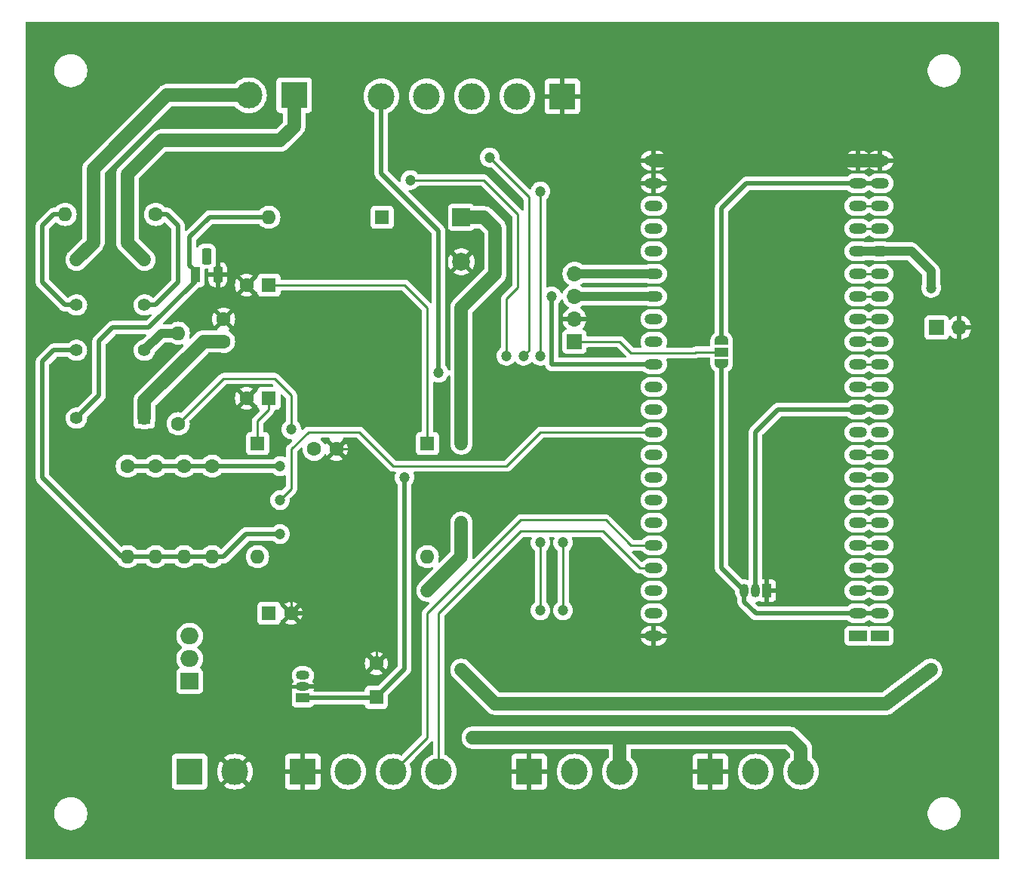
<source format=gbl>
G04 #@! TF.GenerationSoftware,KiCad,Pcbnew,8.0.3*
G04 #@! TF.CreationDate,2024-08-20T11:31:22+02:00*
G04 #@! TF.ProjectId,hydrocontroller_schematic,68796472-6f63-46f6-9e74-726f6c6c6572,rev?*
G04 #@! TF.SameCoordinates,Original*
G04 #@! TF.FileFunction,Copper,L2,Bot*
G04 #@! TF.FilePolarity,Positive*
%FSLAX46Y46*%
G04 Gerber Fmt 4.6, Leading zero omitted, Abs format (unit mm)*
G04 Created by KiCad (PCBNEW 8.0.3) date 2024-08-20 11:31:22*
%MOMM*%
%LPD*%
G01*
G04 APERTURE LIST*
G04 Aperture macros list*
%AMRoundRect*
0 Rectangle with rounded corners*
0 $1 Rounding radius*
0 $2 $3 $4 $5 $6 $7 $8 $9 X,Y pos of 4 corners*
0 Add a 4 corners polygon primitive as box body*
4,1,4,$2,$3,$4,$5,$6,$7,$8,$9,$2,$3,0*
0 Add four circle primitives for the rounded corners*
1,1,$1+$1,$2,$3*
1,1,$1+$1,$4,$5*
1,1,$1+$1,$6,$7*
1,1,$1+$1,$8,$9*
0 Add four rect primitives between the rounded corners*
20,1,$1+$1,$2,$3,$4,$5,0*
20,1,$1+$1,$4,$5,$6,$7,0*
20,1,$1+$1,$6,$7,$8,$9,0*
20,1,$1+$1,$8,$9,$2,$3,0*%
%AMFreePoly0*
4,1,19,0.550000,-0.750000,0.000000,-0.750000,0.000000,-0.744911,-0.071157,-0.744911,-0.207708,-0.704816,-0.327430,-0.627875,-0.420627,-0.520320,-0.479746,-0.390866,-0.500000,-0.250000,-0.500000,0.250000,-0.479746,0.390866,-0.420627,0.520320,-0.327430,0.627875,-0.207708,0.704816,-0.071157,0.744911,0.000000,0.744911,0.000000,0.750000,0.550000,0.750000,0.550000,-0.750000,0.550000,-0.750000,
$1*%
%AMFreePoly1*
4,1,19,0.000000,0.744911,0.071157,0.744911,0.207708,0.704816,0.327430,0.627875,0.420627,0.520320,0.479746,0.390866,0.500000,0.250000,0.500000,-0.250000,0.479746,-0.390866,0.420627,-0.520320,0.327430,-0.627875,0.207708,-0.704816,0.071157,-0.744911,0.000000,-0.744911,0.000000,-0.750000,-0.550000,-0.750000,-0.550000,0.750000,0.000000,0.750000,0.000000,0.744911,0.000000,0.744911,
$1*%
G04 Aperture macros list end*
G04 #@! TA.AperFunction,ComponentPad*
%ADD10C,1.600000*%
G04 #@! TD*
G04 #@! TA.AperFunction,ComponentPad*
%ADD11R,1.700000X1.700000*%
G04 #@! TD*
G04 #@! TA.AperFunction,ComponentPad*
%ADD12O,1.700000X1.700000*%
G04 #@! TD*
G04 #@! TA.AperFunction,ComponentPad*
%ADD13R,1.400000X1.400000*%
G04 #@! TD*
G04 #@! TA.AperFunction,ComponentPad*
%ADD14C,1.400000*%
G04 #@! TD*
G04 #@! TA.AperFunction,ComponentPad*
%ADD15O,1.600000X1.600000*%
G04 #@! TD*
G04 #@! TA.AperFunction,ComponentPad*
%ADD16R,3.000000X3.000000*%
G04 #@! TD*
G04 #@! TA.AperFunction,ComponentPad*
%ADD17C,3.000000*%
G04 #@! TD*
G04 #@! TA.AperFunction,ComponentPad*
%ADD18R,1.600000X1.600000*%
G04 #@! TD*
G04 #@! TA.AperFunction,ComponentPad*
%ADD19R,2.000000X2.000000*%
G04 #@! TD*
G04 #@! TA.AperFunction,ComponentPad*
%ADD20C,2.000000*%
G04 #@! TD*
G04 #@! TA.AperFunction,ComponentPad*
%ADD21R,2.000000X1.905000*%
G04 #@! TD*
G04 #@! TA.AperFunction,ComponentPad*
%ADD22O,2.000000X1.905000*%
G04 #@! TD*
G04 #@! TA.AperFunction,ComponentPad*
%ADD23R,1.100000X1.800000*%
G04 #@! TD*
G04 #@! TA.AperFunction,ComponentPad*
%ADD24RoundRect,0.275000X-0.275000X-0.625000X0.275000X-0.625000X0.275000X0.625000X-0.275000X0.625000X0*%
G04 #@! TD*
G04 #@! TA.AperFunction,ComponentPad*
%ADD25R,1.500000X1.050000*%
G04 #@! TD*
G04 #@! TA.AperFunction,ComponentPad*
%ADD26O,1.500000X1.050000*%
G04 #@! TD*
G04 #@! TA.AperFunction,ComponentPad*
%ADD27R,2.000000X1.200000*%
G04 #@! TD*
G04 #@! TA.AperFunction,ComponentPad*
%ADD28O,2.000000X1.200000*%
G04 #@! TD*
G04 #@! TA.AperFunction,ComponentPad*
%ADD29R,1.050000X1.500000*%
G04 #@! TD*
G04 #@! TA.AperFunction,ComponentPad*
%ADD30O,1.050000X1.500000*%
G04 #@! TD*
G04 #@! TA.AperFunction,SMDPad,CuDef*
%ADD31FreePoly0,270.000000*%
G04 #@! TD*
G04 #@! TA.AperFunction,SMDPad,CuDef*
%ADD32R,1.500000X1.000000*%
G04 #@! TD*
G04 #@! TA.AperFunction,SMDPad,CuDef*
%ADD33FreePoly1,270.000000*%
G04 #@! TD*
G04 #@! TA.AperFunction,ViaPad*
%ADD34C,1.200000*%
G04 #@! TD*
G04 #@! TA.AperFunction,Conductor*
%ADD35C,0.500000*%
G04 #@! TD*
G04 #@! TA.AperFunction,Conductor*
%ADD36C,0.250000*%
G04 #@! TD*
G04 #@! TA.AperFunction,Conductor*
%ADD37C,1.500000*%
G04 #@! TD*
G04 #@! TA.AperFunction,Conductor*
%ADD38C,1.000000*%
G04 #@! TD*
G04 APERTURE END LIST*
D10*
X78105000Y-66363674D03*
X78105000Y-63863674D03*
D11*
X117475000Y-66403674D03*
D12*
X117475000Y-63863674D03*
X117475000Y-61323674D03*
X117475000Y-58783674D03*
D13*
X69215000Y-74978674D03*
D14*
X69215000Y-67358674D03*
X69215000Y-62278674D03*
X69215000Y-57198674D03*
X61595000Y-57198674D03*
X61595000Y-62278674D03*
X61595000Y-67358674D03*
X61595000Y-74978674D03*
D10*
X67310000Y-80373674D03*
D15*
X67310000Y-90533674D03*
D16*
X86026000Y-38735000D03*
D17*
X80946000Y-38735000D03*
D18*
X83185000Y-96883674D03*
D10*
X85685000Y-96883674D03*
X88265000Y-78468674D03*
X90765000Y-78468674D03*
D16*
X86995000Y-114663674D03*
D17*
X92075000Y-114663674D03*
X97155000Y-114663674D03*
X102235000Y-114663674D03*
D10*
X70485000Y-52118674D03*
D15*
X60325000Y-52118674D03*
D16*
X74295000Y-114663674D03*
D17*
X79375000Y-114663674D03*
D16*
X132715000Y-114663674D03*
D17*
X137795000Y-114663674D03*
X142875000Y-114663674D03*
D18*
X83185000Y-60053674D03*
D10*
X80685000Y-60053674D03*
D18*
X83185000Y-72753674D03*
D10*
X80685000Y-72753674D03*
D19*
X104775000Y-52433674D03*
D20*
X104775000Y-57433674D03*
D18*
X81915000Y-77833674D03*
D15*
X81915000Y-90533674D03*
D10*
X70485000Y-80373674D03*
D15*
X70485000Y-90533674D03*
D18*
X95885000Y-52433674D03*
D15*
X83185000Y-52433674D03*
D21*
X74295000Y-104503674D03*
D22*
X74295000Y-101963674D03*
X74295000Y-99423674D03*
D18*
X95250000Y-106306325D03*
D10*
X95250000Y-102506325D03*
D23*
X74930000Y-58868674D03*
D24*
X76200000Y-56798674D03*
X77470000Y-58868674D03*
D18*
X100965000Y-77833674D03*
D15*
X100965000Y-90533674D03*
D16*
X112395000Y-114663674D03*
D17*
X117475000Y-114663674D03*
X122555000Y-114663674D03*
D10*
X73660000Y-80373674D03*
D15*
X73660000Y-90533674D03*
D11*
X158115000Y-64818674D03*
D12*
X160655000Y-64818674D03*
D16*
X116125000Y-38862000D03*
D17*
X111045000Y-38862000D03*
X105965000Y-38862000D03*
X100885000Y-38862000D03*
X95805000Y-38862000D03*
D10*
X73025000Y-75613674D03*
D15*
X73025000Y-65453674D03*
D25*
X86995000Y-106408674D03*
D26*
X86995000Y-105138674D03*
X86995000Y-103868674D03*
D10*
X76835000Y-80373674D03*
D15*
X76835000Y-90533674D03*
D27*
X151765000Y-99423674D03*
X149265000Y-99423674D03*
D28*
X151765000Y-96883674D03*
X149265000Y-96883674D03*
X151765000Y-94343674D03*
X149265000Y-94343674D03*
X151765000Y-91803674D03*
X149265000Y-91803674D03*
X151765000Y-89263674D03*
X149265000Y-89263674D03*
X151765000Y-86723674D03*
X149265000Y-86723674D03*
X151765000Y-84183674D03*
X149265000Y-84183674D03*
X151765000Y-81643674D03*
X149265000Y-81643674D03*
X151765000Y-79103674D03*
X149265000Y-79103674D03*
X151765000Y-76563674D03*
X149265000Y-76563674D03*
X151765000Y-74023674D03*
X149265000Y-74023674D03*
X151765000Y-71483674D03*
X149265000Y-71483674D03*
X151765000Y-68943674D03*
X149265000Y-68943674D03*
X151765000Y-66403674D03*
X149265000Y-66403674D03*
X151765000Y-63863674D03*
X149265000Y-63863674D03*
X151765000Y-61323674D03*
X149265000Y-61323674D03*
X151765000Y-58783674D03*
X149265000Y-58783674D03*
X151765000Y-56243674D03*
X149265000Y-56243674D03*
X151765000Y-53703674D03*
X149265000Y-53703674D03*
X151768680Y-51166394D03*
X149268680Y-51166394D03*
X151768680Y-48626394D03*
X149268680Y-48626394D03*
X151768680Y-46086394D03*
X149268680Y-46086394D03*
X126365000Y-46083674D03*
X126365000Y-48623674D03*
X126365000Y-51163674D03*
X126365000Y-53703674D03*
X126365000Y-56243674D03*
X126365000Y-58783674D03*
X126365000Y-61323674D03*
X126365000Y-63863674D03*
X126365000Y-66403674D03*
X126365000Y-68943674D03*
X126365000Y-71483674D03*
X126365000Y-74023674D03*
X126365000Y-76563674D03*
X126365000Y-79103674D03*
X126365000Y-81643674D03*
X126365000Y-84183674D03*
X126365000Y-86723674D03*
X126365000Y-89263674D03*
X126365000Y-91803674D03*
X126365000Y-94343674D03*
X126365000Y-96883674D03*
X126365000Y-99423674D03*
D29*
X139065000Y-94343674D03*
D30*
X137795000Y-94343674D03*
X136525000Y-94343674D03*
D31*
X133985000Y-66264000D03*
D32*
X133985000Y-67564000D03*
D33*
X133985000Y-68864000D03*
D34*
X84455000Y-80373674D03*
X75311000Y-94343674D03*
X94615000Y-74930000D03*
X95885000Y-89263674D03*
X104775000Y-103233674D03*
X104775000Y-86723674D03*
X100965000Y-94343674D03*
X104775000Y-77833674D03*
X157480000Y-103233674D03*
X98425000Y-81643674D03*
X102235000Y-69898674D03*
X113665000Y-49530000D03*
X116205000Y-88948674D03*
X113665000Y-67993674D03*
X116205000Y-96568674D03*
X114935000Y-61323674D03*
X106045000Y-110853674D03*
X84455000Y-84183674D03*
X85725000Y-76248674D03*
X84455000Y-87993674D03*
X109855000Y-67993674D03*
X99060000Y-48260000D03*
X111760000Y-67993674D03*
X113665000Y-88948674D03*
X107950000Y-45720000D03*
X113665000Y-96568674D03*
X157480000Y-60373674D03*
D35*
X75565000Y-80373674D02*
X74295000Y-80373674D01*
X74295000Y-80373674D02*
X78105000Y-80373674D01*
X70485000Y-80373674D02*
X75565000Y-80373674D01*
X78105000Y-80373674D02*
X84455000Y-80373674D01*
X70485000Y-80373674D02*
X67310000Y-80373674D01*
D36*
X100965000Y-77833674D02*
X100965000Y-62593674D01*
X98425000Y-60053674D02*
X83185000Y-60053674D01*
X100965000Y-62593674D02*
X98425000Y-60053674D01*
D37*
X127635000Y-46083674D02*
X127637720Y-46086394D01*
D36*
X95250000Y-90533674D02*
X95250000Y-102506325D01*
X93980000Y-78468674D02*
X95885000Y-80373674D01*
X85685000Y-95573674D02*
X85685000Y-96883674D01*
X84455000Y-94343674D02*
X85685000Y-95573674D01*
X95885000Y-89263674D02*
X95885000Y-89898674D01*
X95885000Y-89898674D02*
X95250000Y-90533674D01*
X90765000Y-78468674D02*
X93980000Y-78468674D01*
D37*
X126365000Y-46083674D02*
X127635000Y-46083674D01*
D36*
X95885000Y-80373674D02*
X95885000Y-89263674D01*
D35*
X89627349Y-96883674D02*
X95250000Y-102506325D01*
D36*
X75311000Y-94343674D02*
X84455000Y-94343674D01*
D35*
X92617651Y-105138674D02*
X86995000Y-105138674D01*
D37*
X127637720Y-46086394D02*
X151768680Y-46086394D01*
D35*
X95250000Y-102506325D02*
X92617651Y-105138674D01*
X85685000Y-96883674D02*
X89627349Y-96883674D01*
D36*
X81915000Y-75293674D02*
X81915000Y-77833674D01*
X83185000Y-74023674D02*
X81915000Y-75293674D01*
X83185000Y-72753674D02*
X83185000Y-74023674D01*
D35*
X133985000Y-66264000D02*
X133985000Y-51435000D01*
D37*
X104775000Y-86723674D02*
X104775000Y-90533674D01*
X75876326Y-66363674D02*
X78105000Y-66363674D01*
X104775000Y-52433674D02*
X107315000Y-52433674D01*
D35*
X136793606Y-48626394D02*
X151768680Y-48626394D01*
D37*
X107315000Y-52433674D02*
X108585000Y-53703674D01*
X69215000Y-73025000D02*
X75876326Y-66363674D01*
X108585000Y-58783674D02*
X104775000Y-62593674D01*
X104775000Y-90533674D02*
X100965000Y-94343674D01*
X157480000Y-103233674D02*
X152400000Y-107043674D01*
X69215000Y-74978674D02*
X69215000Y-73025000D01*
X108585000Y-107043674D02*
X104775000Y-103233674D01*
D35*
X133985000Y-51435000D02*
X136793606Y-48626394D01*
D37*
X152400000Y-107043674D02*
X108585000Y-107043674D01*
X108585000Y-53703674D02*
X108585000Y-58783674D01*
X104775000Y-62593674D02*
X104775000Y-77833674D01*
D35*
X95147651Y-106408674D02*
X95250000Y-106306325D01*
X86995000Y-106408674D02*
X95147651Y-106408674D01*
X102235000Y-53975000D02*
X95805000Y-47545000D01*
X95250000Y-106306325D02*
X98425000Y-103131325D01*
X102235000Y-69898674D02*
X102235000Y-53975000D01*
X98425000Y-103131325D02*
X98425000Y-81643674D01*
X95805000Y-47545000D02*
X95805000Y-38862000D01*
X74930000Y-58468674D02*
X74295000Y-57833674D01*
X76520000Y-52433674D02*
X83185000Y-52433674D01*
X74930000Y-58468674D02*
X74930000Y-59611674D01*
X74295000Y-54658674D02*
X76520000Y-52433674D01*
X74295000Y-57833674D02*
X74295000Y-54658674D01*
X74930000Y-59611674D02*
X69723000Y-64818674D01*
X65659000Y-64818674D02*
X64135000Y-66342674D01*
X64135000Y-72438674D02*
X61595000Y-74978674D01*
X64135000Y-66342674D02*
X64135000Y-72438674D01*
X69723000Y-64818674D02*
X65659000Y-64818674D01*
D37*
X63500000Y-46990000D02*
X71755000Y-38735000D01*
X63500000Y-55293674D02*
X63500000Y-46990000D01*
X71755000Y-38735000D02*
X80946000Y-38735000D01*
X61595000Y-57198674D02*
X63500000Y-55293674D01*
X71120000Y-43815000D02*
X67310000Y-47625000D01*
X86026000Y-38735000D02*
X86026000Y-42244000D01*
X86026000Y-42244000D02*
X84455000Y-43815000D01*
X67310000Y-55293674D02*
X69215000Y-57198674D01*
X84455000Y-43815000D02*
X71120000Y-43815000D01*
X67310000Y-47625000D02*
X67310000Y-55293674D01*
D36*
X102235000Y-96883674D02*
X102235000Y-114663674D01*
X120650000Y-87678674D02*
X111440000Y-87678674D01*
X124775000Y-91803674D02*
X120650000Y-87678674D01*
X126365000Y-91803674D02*
X124775000Y-91803674D01*
X111440000Y-87678674D02*
X102235000Y-96883674D01*
X111440000Y-86408674D02*
X120970000Y-86408674D01*
X97155000Y-114663674D02*
X100965000Y-110853674D01*
X120970000Y-86408674D02*
X123825000Y-89263674D01*
X100965000Y-110853674D02*
X100965000Y-96883674D01*
X100965000Y-96883674D02*
X111440000Y-86408674D01*
X123825000Y-89263674D02*
X126365000Y-89263674D01*
D35*
X137795000Y-94343674D02*
X137795000Y-76563674D01*
X140335000Y-74023674D02*
X151765000Y-74023674D01*
X137795000Y-76563674D02*
X140335000Y-74023674D01*
D38*
X126365000Y-58783674D02*
X117475000Y-58783674D01*
X126365000Y-61323674D02*
X117475000Y-61323674D01*
D36*
X113665000Y-67993674D02*
X113665000Y-49530000D01*
X116205000Y-96568674D02*
X116205000Y-88948674D01*
D35*
X70485000Y-62278674D02*
X73025000Y-59738674D01*
X73025000Y-53388674D02*
X71755000Y-52118674D01*
X71755000Y-52118674D02*
X70485000Y-52118674D01*
X73025000Y-59738674D02*
X73025000Y-53388674D01*
X69215000Y-62278674D02*
X70485000Y-62278674D01*
D38*
X73025000Y-65453674D02*
X71120000Y-65453674D01*
X71120000Y-65453674D02*
X69215000Y-67358674D01*
D35*
X57785000Y-59738674D02*
X60325000Y-62278674D01*
X59055000Y-52118674D02*
X57785000Y-53388674D01*
X60325000Y-62278674D02*
X61595000Y-62278674D01*
X57785000Y-53388674D02*
X57785000Y-59738674D01*
X60325000Y-52118674D02*
X59055000Y-52118674D01*
X114935000Y-61323674D02*
X114935000Y-68943674D01*
X114935000Y-68943674D02*
X126365000Y-68943674D01*
X133985000Y-91803674D02*
X136525000Y-94343674D01*
D37*
X142875000Y-112123674D02*
X141605000Y-110853674D01*
D35*
X136525000Y-95593674D02*
X137815000Y-96883674D01*
D37*
X122555000Y-114663674D02*
X122555000Y-110853674D01*
X142875000Y-114663674D02*
X142875000Y-112123674D01*
X122555000Y-110853674D02*
X106045000Y-110853674D01*
D35*
X136525000Y-94343674D02*
X136525000Y-95593674D01*
X133985000Y-68864000D02*
X133985000Y-91803674D01*
X137815000Y-96883674D02*
X151765000Y-96883674D01*
D36*
X142875000Y-114663674D02*
X142875000Y-113393674D01*
D37*
X141605000Y-110853674D02*
X122555000Y-110853674D01*
D36*
X113665000Y-76563674D02*
X109855000Y-80373674D01*
X85725000Y-82913674D02*
X84455000Y-84183674D01*
X87630000Y-76563674D02*
X85725000Y-78468674D01*
X126365000Y-76563674D02*
X113665000Y-76563674D01*
X97155000Y-80373674D02*
X93345000Y-76563674D01*
X93345000Y-76563674D02*
X87630000Y-76563674D01*
X85725000Y-78468674D02*
X85725000Y-82913674D01*
X109855000Y-80373674D02*
X97155000Y-80373674D01*
X149268680Y-51166394D02*
X151768680Y-51166394D01*
X151765000Y-91803674D02*
X149265000Y-91803674D01*
X149265000Y-63863674D02*
X151765000Y-63863674D01*
X149265000Y-58783674D02*
X151765000Y-58783674D01*
X151765000Y-61323674D02*
X149265000Y-61323674D01*
X149265000Y-94343674D02*
X151765000Y-94343674D01*
X149265000Y-81643674D02*
X151765000Y-81643674D01*
X149265000Y-53703674D02*
X151765000Y-53703674D01*
X151765000Y-66403674D02*
X149265000Y-66403674D01*
X149265000Y-79103674D02*
X151765000Y-79103674D01*
X151765000Y-71483674D02*
X149265000Y-71483674D01*
X151765000Y-84183674D02*
X149265000Y-84183674D01*
X149265000Y-68943674D02*
X151765000Y-68943674D01*
X83820000Y-70533674D02*
X78105000Y-70533674D01*
X85725000Y-76248674D02*
X85725000Y-72438674D01*
X85725000Y-72438674D02*
X83820000Y-70533674D01*
X78105000Y-70533674D02*
X73025000Y-75613674D01*
D35*
X57785000Y-81643674D02*
X57785000Y-68628674D01*
X57785000Y-68628674D02*
X59055000Y-67358674D01*
X74295000Y-90533674D02*
X70485000Y-90533674D01*
X78105000Y-90533674D02*
X74295000Y-90533674D01*
X78105000Y-90533674D02*
X80645000Y-87993674D01*
X70485000Y-90533674D02*
X66675000Y-90533674D01*
X66675000Y-90533674D02*
X57785000Y-81643674D01*
X80645000Y-87993674D02*
X84455000Y-87993674D01*
X59055000Y-67358674D02*
X61595000Y-67358674D01*
D36*
X109855000Y-67993674D02*
X109855000Y-61595000D01*
X111125000Y-60325000D02*
X111125000Y-52070000D01*
X111125000Y-52070000D02*
X107315000Y-48260000D01*
X107315000Y-48260000D02*
X99060000Y-48260000D01*
X109855000Y-61595000D02*
X111125000Y-60325000D01*
X113665000Y-96568674D02*
X113665000Y-88948674D01*
X112395000Y-50165000D02*
X107950000Y-45720000D01*
X111760000Y-67993674D02*
X112395000Y-67358674D01*
X112395000Y-67358674D02*
X112395000Y-50165000D01*
X151765000Y-89263674D02*
X149265000Y-89263674D01*
X149265000Y-86723674D02*
X151765000Y-86723674D01*
D38*
X151765000Y-56243674D02*
X149265000Y-56243674D01*
X155255000Y-56243674D02*
X151765000Y-56243674D01*
X157480000Y-60373674D02*
X157480000Y-58468674D01*
X157480000Y-58468674D02*
X155255000Y-56243674D01*
D36*
X130954326Y-67673674D02*
X131064000Y-67564000D01*
X131064000Y-67564000D02*
X133985000Y-67564000D01*
X123825000Y-67673674D02*
X130954326Y-67673674D01*
X122555000Y-66403674D02*
X123825000Y-67673674D01*
X117475000Y-66403674D02*
X122555000Y-66403674D01*
G04 #@! TA.AperFunction,Conductor*
G36*
X89999594Y-77208859D02*
G01*
X90045349Y-77261663D01*
X90055293Y-77330821D01*
X90042156Y-77359585D01*
X90039526Y-77389648D01*
X90718553Y-78068674D01*
X90712339Y-78068674D01*
X90610606Y-78095933D01*
X90519394Y-78148594D01*
X90444920Y-78223068D01*
X90392259Y-78314280D01*
X90365000Y-78416013D01*
X90365000Y-78422226D01*
X89685974Y-77743200D01*
X89685973Y-77743200D01*
X89634868Y-77816186D01*
X89634867Y-77816188D01*
X89627656Y-77831653D01*
X89581482Y-77884091D01*
X89514288Y-77903241D01*
X89447407Y-77883024D01*
X89402893Y-77831650D01*
X89395568Y-77815940D01*
X89265047Y-77629535D01*
X89265045Y-77629532D01*
X89104141Y-77468628D01*
X89027193Y-77414749D01*
X88983568Y-77360173D01*
X88976374Y-77290674D01*
X89007897Y-77228319D01*
X89068126Y-77192905D01*
X89098316Y-77189174D01*
X89932555Y-77189174D01*
X89999594Y-77208859D01*
G37*
G04 #@! TD.AperFunction*
G04 #@! TA.AperFunction,Conductor*
G36*
X116142986Y-61684428D02*
G01*
X116186941Y-61738739D01*
X116192255Y-61754339D01*
X116198870Y-61779028D01*
X116201097Y-61787337D01*
X116271478Y-61938269D01*
X116300965Y-62001504D01*
X116300967Y-62001508D01*
X116381397Y-62116373D01*
X116436410Y-62194940D01*
X116436501Y-62195069D01*
X116436506Y-62195076D01*
X116603597Y-62362167D01*
X116603603Y-62362172D01*
X116789594Y-62492404D01*
X116833219Y-62546981D01*
X116840413Y-62616479D01*
X116808890Y-62678834D01*
X116789595Y-62695554D01*
X116603922Y-62825564D01*
X116603920Y-62825565D01*
X116436891Y-62992594D01*
X116436886Y-62992600D01*
X116301400Y-63186094D01*
X116301399Y-63186096D01*
X116201570Y-63400181D01*
X116201567Y-63400187D01*
X116144364Y-63613673D01*
X116144364Y-63613674D01*
X117041988Y-63613674D01*
X117009075Y-63670681D01*
X116975000Y-63797848D01*
X116975000Y-63929500D01*
X117009075Y-64056667D01*
X117041988Y-64113674D01*
X116144364Y-64113674D01*
X116201567Y-64327160D01*
X116201570Y-64327166D01*
X116301399Y-64541252D01*
X116436894Y-64734756D01*
X116558946Y-64856808D01*
X116592431Y-64918131D01*
X116587447Y-64987823D01*
X116545575Y-65043756D01*
X116514598Y-65060671D01*
X116382671Y-65109876D01*
X116382664Y-65109880D01*
X116267455Y-65196126D01*
X116267452Y-65196129D01*
X116181206Y-65311338D01*
X116181202Y-65311345D01*
X116130908Y-65446191D01*
X116124501Y-65505790D01*
X116124501Y-65505797D01*
X116124500Y-65505809D01*
X116124500Y-67301544D01*
X116124501Y-67301550D01*
X116130908Y-67361157D01*
X116181202Y-67496002D01*
X116181206Y-67496009D01*
X116267452Y-67611218D01*
X116267455Y-67611221D01*
X116382664Y-67697467D01*
X116382671Y-67697471D01*
X116517517Y-67747765D01*
X116517516Y-67747765D01*
X116524444Y-67748509D01*
X116577127Y-67754174D01*
X118372872Y-67754173D01*
X118432483Y-67747765D01*
X118567331Y-67697470D01*
X118682546Y-67611220D01*
X118768796Y-67496005D01*
X118819091Y-67361157D01*
X118825500Y-67301547D01*
X118825500Y-67153174D01*
X118845185Y-67086135D01*
X118897989Y-67040380D01*
X118949500Y-67029174D01*
X122244548Y-67029174D01*
X122311587Y-67048859D01*
X122332229Y-67065493D01*
X123248229Y-67981493D01*
X123281714Y-68042816D01*
X123276730Y-68112508D01*
X123234858Y-68168441D01*
X123169394Y-68192858D01*
X123160548Y-68193174D01*
X115809500Y-68193174D01*
X115742461Y-68173489D01*
X115696706Y-68120685D01*
X115685500Y-68069174D01*
X115685500Y-62183412D01*
X115705185Y-62116373D01*
X115725962Y-62091775D01*
X115736938Y-62081767D01*
X115751764Y-62068253D01*
X115874673Y-61905495D01*
X115961480Y-61731162D01*
X116008982Y-61679925D01*
X116076645Y-61662503D01*
X116142986Y-61684428D01*
G37*
G04 #@! TD.AperFunction*
G04 #@! TA.AperFunction,Conductor*
G36*
X151448600Y-45840788D02*
G01*
X151395939Y-45932000D01*
X151368680Y-46033733D01*
X151368680Y-46139055D01*
X151395939Y-46240788D01*
X151448600Y-46332000D01*
X151452994Y-46336394D01*
X149584366Y-46336394D01*
X149588760Y-46332000D01*
X149641421Y-46240788D01*
X149668680Y-46139055D01*
X149668680Y-46033733D01*
X149641421Y-45932000D01*
X149588760Y-45840788D01*
X149584366Y-45836394D01*
X151452994Y-45836394D01*
X151448600Y-45840788D01*
G37*
G04 #@! TD.AperFunction*
G04 #@! TA.AperFunction,Conductor*
G36*
X165043039Y-30499685D02*
G01*
X165088794Y-30552489D01*
X165100000Y-30604000D01*
X165100000Y-124336000D01*
X165080315Y-124403039D01*
X165027511Y-124448794D01*
X164976000Y-124460000D01*
X56004000Y-124460000D01*
X55936961Y-124440315D01*
X55891206Y-124387511D01*
X55880000Y-124336000D01*
X55880000Y-119258711D01*
X59109500Y-119258711D01*
X59109500Y-119501288D01*
X59141161Y-119741785D01*
X59203947Y-119976104D01*
X59296773Y-120200205D01*
X59296776Y-120200212D01*
X59418064Y-120410289D01*
X59418066Y-120410292D01*
X59418067Y-120410293D01*
X59565733Y-120602736D01*
X59565739Y-120602743D01*
X59737256Y-120774260D01*
X59737262Y-120774265D01*
X59929711Y-120921936D01*
X60139788Y-121043224D01*
X60363900Y-121136054D01*
X60598211Y-121198838D01*
X60778586Y-121222584D01*
X60838711Y-121230500D01*
X60838712Y-121230500D01*
X61081289Y-121230500D01*
X61129388Y-121224167D01*
X61321789Y-121198838D01*
X61556100Y-121136054D01*
X61780212Y-121043224D01*
X61990289Y-120921936D01*
X62182738Y-120774265D01*
X62354265Y-120602738D01*
X62501936Y-120410289D01*
X62623224Y-120200212D01*
X62716054Y-119976100D01*
X62778838Y-119741789D01*
X62810500Y-119501288D01*
X62810500Y-119258712D01*
X62810500Y-119258711D01*
X157109500Y-119258711D01*
X157109500Y-119501288D01*
X157141161Y-119741785D01*
X157203947Y-119976104D01*
X157296773Y-120200205D01*
X157296776Y-120200212D01*
X157418064Y-120410289D01*
X157418066Y-120410292D01*
X157418067Y-120410293D01*
X157565733Y-120602736D01*
X157565739Y-120602743D01*
X157737256Y-120774260D01*
X157737262Y-120774265D01*
X157929711Y-120921936D01*
X158139788Y-121043224D01*
X158363900Y-121136054D01*
X158598211Y-121198838D01*
X158778586Y-121222584D01*
X158838711Y-121230500D01*
X158838712Y-121230500D01*
X159081289Y-121230500D01*
X159129388Y-121224167D01*
X159321789Y-121198838D01*
X159556100Y-121136054D01*
X159780212Y-121043224D01*
X159990289Y-120921936D01*
X160182738Y-120774265D01*
X160354265Y-120602738D01*
X160501936Y-120410289D01*
X160623224Y-120200212D01*
X160716054Y-119976100D01*
X160778838Y-119741789D01*
X160810500Y-119501288D01*
X160810500Y-119258712D01*
X160778838Y-119018211D01*
X160716054Y-118783900D01*
X160623224Y-118559788D01*
X160501936Y-118349711D01*
X160354265Y-118157262D01*
X160354260Y-118157256D01*
X160182743Y-117985739D01*
X160182736Y-117985733D01*
X159990293Y-117838067D01*
X159990292Y-117838066D01*
X159990289Y-117838064D01*
X159780212Y-117716776D01*
X159780205Y-117716773D01*
X159556104Y-117623947D01*
X159321785Y-117561161D01*
X159081289Y-117529500D01*
X159081288Y-117529500D01*
X158838712Y-117529500D01*
X158838711Y-117529500D01*
X158598214Y-117561161D01*
X158363895Y-117623947D01*
X158139794Y-117716773D01*
X158139785Y-117716777D01*
X157929706Y-117838067D01*
X157737263Y-117985733D01*
X157737256Y-117985739D01*
X157565739Y-118157256D01*
X157565733Y-118157263D01*
X157418067Y-118349706D01*
X157296777Y-118559785D01*
X157296773Y-118559794D01*
X157203947Y-118783895D01*
X157141161Y-119018214D01*
X157109500Y-119258711D01*
X62810500Y-119258711D01*
X62778838Y-119018211D01*
X62716054Y-118783900D01*
X62623224Y-118559788D01*
X62501936Y-118349711D01*
X62354265Y-118157262D01*
X62354260Y-118157256D01*
X62182743Y-117985739D01*
X62182736Y-117985733D01*
X61990293Y-117838067D01*
X61990292Y-117838066D01*
X61990289Y-117838064D01*
X61780212Y-117716776D01*
X61780205Y-117716773D01*
X61556104Y-117623947D01*
X61321785Y-117561161D01*
X61081289Y-117529500D01*
X61081288Y-117529500D01*
X60838712Y-117529500D01*
X60838711Y-117529500D01*
X60598214Y-117561161D01*
X60363895Y-117623947D01*
X60139794Y-117716773D01*
X60139785Y-117716777D01*
X59929706Y-117838067D01*
X59737263Y-117985733D01*
X59737256Y-117985739D01*
X59565739Y-118157256D01*
X59565733Y-118157263D01*
X59418067Y-118349706D01*
X59296777Y-118559785D01*
X59296773Y-118559794D01*
X59203947Y-118783895D01*
X59141161Y-119018214D01*
X59109500Y-119258711D01*
X55880000Y-119258711D01*
X55880000Y-113115809D01*
X72294500Y-113115809D01*
X72294500Y-116211544D01*
X72294501Y-116211550D01*
X72300908Y-116271157D01*
X72351202Y-116406002D01*
X72351206Y-116406009D01*
X72437452Y-116521218D01*
X72437455Y-116521221D01*
X72552664Y-116607467D01*
X72552671Y-116607471D01*
X72687517Y-116657765D01*
X72687516Y-116657765D01*
X72694444Y-116658509D01*
X72747127Y-116664174D01*
X75842872Y-116664173D01*
X75902483Y-116657765D01*
X76037331Y-116607470D01*
X76152546Y-116521220D01*
X76238796Y-116406005D01*
X76289091Y-116271157D01*
X76295500Y-116211547D01*
X76295499Y-114663672D01*
X77369891Y-114663672D01*
X77369891Y-114663675D01*
X77390300Y-114949036D01*
X77451109Y-115228569D01*
X77551091Y-115496632D01*
X77688191Y-115747712D01*
X77688196Y-115747720D01*
X77794882Y-115890235D01*
X77794883Y-115890236D01*
X78689767Y-114995351D01*
X78701497Y-115023669D01*
X78784670Y-115148146D01*
X78890528Y-115254004D01*
X79015005Y-115337177D01*
X79043320Y-115348905D01*
X78148436Y-116243789D01*
X78290960Y-116350481D01*
X78290961Y-116350482D01*
X78542042Y-116487582D01*
X78542041Y-116487582D01*
X78810104Y-116587564D01*
X79089637Y-116648373D01*
X79374999Y-116668783D01*
X79375001Y-116668783D01*
X79660362Y-116648373D01*
X79939895Y-116587564D01*
X80207958Y-116487582D01*
X80459047Y-116350477D01*
X80601561Y-116243790D01*
X80601562Y-116243789D01*
X79706679Y-115348905D01*
X79734995Y-115337177D01*
X79859472Y-115254004D01*
X79965330Y-115148146D01*
X80048503Y-115023669D01*
X80060231Y-114995352D01*
X80955115Y-115890236D01*
X80955116Y-115890235D01*
X81061803Y-115747721D01*
X81198908Y-115496632D01*
X81298890Y-115228569D01*
X81359699Y-114949036D01*
X81380109Y-114663675D01*
X81380109Y-114663672D01*
X81359699Y-114378311D01*
X81298890Y-114098778D01*
X81198908Y-113830715D01*
X81061808Y-113579635D01*
X81061807Y-113579634D01*
X80955115Y-113437110D01*
X80060231Y-114331994D01*
X80048503Y-114303679D01*
X79965330Y-114179202D01*
X79859472Y-114073344D01*
X79734995Y-113990171D01*
X79706678Y-113978441D01*
X80569290Y-113115829D01*
X84995000Y-113115829D01*
X84995000Y-114413674D01*
X86275936Y-114413674D01*
X86264207Y-114441990D01*
X86235000Y-114588821D01*
X86235000Y-114738527D01*
X86264207Y-114885358D01*
X86275936Y-114913674D01*
X84995000Y-114913674D01*
X84995000Y-116211518D01*
X85001401Y-116271046D01*
X85001403Y-116271053D01*
X85051645Y-116405760D01*
X85051649Y-116405767D01*
X85137809Y-116520861D01*
X85137812Y-116520864D01*
X85252906Y-116607024D01*
X85252913Y-116607028D01*
X85387620Y-116657270D01*
X85387627Y-116657272D01*
X85447155Y-116663673D01*
X85447172Y-116663674D01*
X86745000Y-116663674D01*
X86745000Y-115382738D01*
X86773316Y-115394467D01*
X86920147Y-115423674D01*
X87069853Y-115423674D01*
X87216684Y-115394467D01*
X87245000Y-115382738D01*
X87245000Y-116663674D01*
X88542828Y-116663674D01*
X88542844Y-116663673D01*
X88602372Y-116657272D01*
X88602379Y-116657270D01*
X88737086Y-116607028D01*
X88737093Y-116607024D01*
X88852187Y-116520864D01*
X88852190Y-116520861D01*
X88938350Y-116405767D01*
X88938354Y-116405760D01*
X88988596Y-116271053D01*
X88988598Y-116271046D01*
X88994999Y-116211518D01*
X88995000Y-116211501D01*
X88995000Y-114913674D01*
X87714064Y-114913674D01*
X87725793Y-114885358D01*
X87755000Y-114738527D01*
X87755000Y-114663672D01*
X90069390Y-114663672D01*
X90069390Y-114663675D01*
X90089804Y-114949107D01*
X90150628Y-115228711D01*
X90150630Y-115228717D01*
X90150631Y-115228720D01*
X90212452Y-115394467D01*
X90250635Y-115496840D01*
X90387770Y-115747983D01*
X90387775Y-115747991D01*
X90559254Y-115977061D01*
X90559270Y-115977079D01*
X90761594Y-116179403D01*
X90761612Y-116179419D01*
X90990682Y-116350898D01*
X90990690Y-116350903D01*
X91241833Y-116488038D01*
X91241832Y-116488038D01*
X91241836Y-116488039D01*
X91241839Y-116488041D01*
X91509954Y-116588043D01*
X91509960Y-116588044D01*
X91509962Y-116588045D01*
X91789566Y-116648869D01*
X91789568Y-116648869D01*
X91789572Y-116648870D01*
X92043220Y-116667011D01*
X92074999Y-116669284D01*
X92075000Y-116669284D01*
X92075001Y-116669284D01*
X92103595Y-116667238D01*
X92360428Y-116648870D01*
X92550742Y-116607470D01*
X92640037Y-116588045D01*
X92640037Y-116588044D01*
X92640046Y-116588043D01*
X92908161Y-116488041D01*
X93159315Y-116350900D01*
X93388395Y-116179413D01*
X93590739Y-115977069D01*
X93762226Y-115747989D01*
X93899367Y-115496835D01*
X93999369Y-115228720D01*
X94060196Y-114949102D01*
X94080610Y-114663674D01*
X94080610Y-114663672D01*
X95149390Y-114663672D01*
X95149390Y-114663675D01*
X95169804Y-114949107D01*
X95230628Y-115228711D01*
X95230630Y-115228717D01*
X95230631Y-115228720D01*
X95292452Y-115394467D01*
X95330635Y-115496840D01*
X95467770Y-115747983D01*
X95467775Y-115747991D01*
X95639254Y-115977061D01*
X95639270Y-115977079D01*
X95841594Y-116179403D01*
X95841612Y-116179419D01*
X96070682Y-116350898D01*
X96070690Y-116350903D01*
X96321833Y-116488038D01*
X96321832Y-116488038D01*
X96321836Y-116488039D01*
X96321839Y-116488041D01*
X96589954Y-116588043D01*
X96589960Y-116588044D01*
X96589962Y-116588045D01*
X96869566Y-116648869D01*
X96869568Y-116648869D01*
X96869572Y-116648870D01*
X97123220Y-116667011D01*
X97154999Y-116669284D01*
X97155000Y-116669284D01*
X97155001Y-116669284D01*
X97183595Y-116667238D01*
X97440428Y-116648870D01*
X97630742Y-116607470D01*
X97720037Y-116588045D01*
X97720037Y-116588044D01*
X97720046Y-116588043D01*
X97988161Y-116488041D01*
X98239315Y-116350900D01*
X98468395Y-116179413D01*
X98670739Y-115977069D01*
X98842226Y-115747989D01*
X98979367Y-115496835D01*
X99079369Y-115228720D01*
X99140196Y-114949102D01*
X99160610Y-114663674D01*
X99140196Y-114378246D01*
X99079369Y-114098628D01*
X98979367Y-113830513D01*
X98979364Y-113830507D01*
X98978252Y-113827525D01*
X98973268Y-113757833D01*
X99006753Y-113696510D01*
X99587418Y-113115846D01*
X101397819Y-111305446D01*
X101459142Y-111271961D01*
X101528834Y-111276945D01*
X101584767Y-111318817D01*
X101609184Y-111384281D01*
X101609500Y-111393127D01*
X101609500Y-112675758D01*
X101589815Y-112742797D01*
X101537011Y-112788552D01*
X101528834Y-112791940D01*
X101401833Y-112839309D01*
X101150690Y-112976444D01*
X101150682Y-112976449D01*
X100921612Y-113147928D01*
X100921594Y-113147944D01*
X100719270Y-113350268D01*
X100719254Y-113350286D01*
X100547775Y-113579356D01*
X100547770Y-113579364D01*
X100410635Y-113830507D01*
X100310628Y-114098636D01*
X100249804Y-114378240D01*
X100229390Y-114663672D01*
X100229390Y-114663675D01*
X100249804Y-114949107D01*
X100310628Y-115228711D01*
X100310630Y-115228717D01*
X100310631Y-115228720D01*
X100372452Y-115394467D01*
X100410635Y-115496840D01*
X100547770Y-115747983D01*
X100547775Y-115747991D01*
X100719254Y-115977061D01*
X100719270Y-115977079D01*
X100921594Y-116179403D01*
X100921612Y-116179419D01*
X101150682Y-116350898D01*
X101150690Y-116350903D01*
X101401833Y-116488038D01*
X101401832Y-116488038D01*
X101401836Y-116488039D01*
X101401839Y-116488041D01*
X101669954Y-116588043D01*
X101669960Y-116588044D01*
X101669962Y-116588045D01*
X101949566Y-116648869D01*
X101949568Y-116648869D01*
X101949572Y-116648870D01*
X102203220Y-116667011D01*
X102234999Y-116669284D01*
X102235000Y-116669284D01*
X102235001Y-116669284D01*
X102263595Y-116667238D01*
X102520428Y-116648870D01*
X102710742Y-116607470D01*
X102800037Y-116588045D01*
X102800037Y-116588044D01*
X102800046Y-116588043D01*
X103068161Y-116488041D01*
X103319315Y-116350900D01*
X103548395Y-116179413D01*
X103750739Y-115977069D01*
X103922226Y-115747989D01*
X104059367Y-115496835D01*
X104159369Y-115228720D01*
X104220196Y-114949102D01*
X104240610Y-114663674D01*
X104220196Y-114378246D01*
X104159369Y-114098628D01*
X104059367Y-113830513D01*
X104057735Y-113827525D01*
X103922229Y-113579364D01*
X103922224Y-113579356D01*
X103750745Y-113350286D01*
X103750729Y-113350268D01*
X103548405Y-113147944D01*
X103548387Y-113147928D01*
X103505508Y-113115829D01*
X110395000Y-113115829D01*
X110395000Y-114413674D01*
X111675936Y-114413674D01*
X111664207Y-114441990D01*
X111635000Y-114588821D01*
X111635000Y-114738527D01*
X111664207Y-114885358D01*
X111675936Y-114913674D01*
X110395000Y-114913674D01*
X110395000Y-116211518D01*
X110401401Y-116271046D01*
X110401403Y-116271053D01*
X110451645Y-116405760D01*
X110451649Y-116405767D01*
X110537809Y-116520861D01*
X110537812Y-116520864D01*
X110652906Y-116607024D01*
X110652913Y-116607028D01*
X110787620Y-116657270D01*
X110787627Y-116657272D01*
X110847155Y-116663673D01*
X110847172Y-116663674D01*
X112145000Y-116663674D01*
X112145000Y-115382738D01*
X112173316Y-115394467D01*
X112320147Y-115423674D01*
X112469853Y-115423674D01*
X112616684Y-115394467D01*
X112645000Y-115382738D01*
X112645000Y-116663674D01*
X113942828Y-116663674D01*
X113942844Y-116663673D01*
X114002372Y-116657272D01*
X114002379Y-116657270D01*
X114137086Y-116607028D01*
X114137093Y-116607024D01*
X114252187Y-116520864D01*
X114252190Y-116520861D01*
X114338350Y-116405767D01*
X114338354Y-116405760D01*
X114388596Y-116271053D01*
X114388598Y-116271046D01*
X114394999Y-116211518D01*
X114395000Y-116211501D01*
X114395000Y-114913674D01*
X113114064Y-114913674D01*
X113125793Y-114885358D01*
X113155000Y-114738527D01*
X113155000Y-114663672D01*
X115469390Y-114663672D01*
X115469390Y-114663675D01*
X115489804Y-114949107D01*
X115550628Y-115228711D01*
X115550630Y-115228717D01*
X115550631Y-115228720D01*
X115612452Y-115394467D01*
X115650635Y-115496840D01*
X115787770Y-115747983D01*
X115787775Y-115747991D01*
X115959254Y-115977061D01*
X115959270Y-115977079D01*
X116161594Y-116179403D01*
X116161612Y-116179419D01*
X116390682Y-116350898D01*
X116390690Y-116350903D01*
X116641833Y-116488038D01*
X116641832Y-116488038D01*
X116641836Y-116488039D01*
X116641839Y-116488041D01*
X116909954Y-116588043D01*
X116909960Y-116588044D01*
X116909962Y-116588045D01*
X117189566Y-116648869D01*
X117189568Y-116648869D01*
X117189572Y-116648870D01*
X117443220Y-116667011D01*
X117474999Y-116669284D01*
X117475000Y-116669284D01*
X117475001Y-116669284D01*
X117503595Y-116667238D01*
X117760428Y-116648870D01*
X117950742Y-116607470D01*
X118040037Y-116588045D01*
X118040037Y-116588044D01*
X118040046Y-116588043D01*
X118308161Y-116488041D01*
X118559315Y-116350900D01*
X118788395Y-116179413D01*
X118990739Y-115977069D01*
X119162226Y-115747989D01*
X119299367Y-115496835D01*
X119399369Y-115228720D01*
X119460196Y-114949102D01*
X119480610Y-114663674D01*
X119460196Y-114378246D01*
X119399369Y-114098628D01*
X119299367Y-113830513D01*
X119297735Y-113827525D01*
X119162229Y-113579364D01*
X119162224Y-113579356D01*
X118990745Y-113350286D01*
X118990729Y-113350268D01*
X118788405Y-113147944D01*
X118788387Y-113147928D01*
X118559317Y-112976449D01*
X118559309Y-112976444D01*
X118308166Y-112839309D01*
X118308167Y-112839309D01*
X118200915Y-112799306D01*
X118040046Y-112739305D01*
X118040043Y-112739304D01*
X118040037Y-112739302D01*
X117760433Y-112678478D01*
X117475001Y-112658064D01*
X117474999Y-112658064D01*
X117189566Y-112678478D01*
X116909962Y-112739302D01*
X116641833Y-112839309D01*
X116390690Y-112976444D01*
X116390682Y-112976449D01*
X116161612Y-113147928D01*
X116161594Y-113147944D01*
X115959270Y-113350268D01*
X115959254Y-113350286D01*
X115787775Y-113579356D01*
X115787770Y-113579364D01*
X115650635Y-113830507D01*
X115550628Y-114098636D01*
X115489804Y-114378240D01*
X115469390Y-114663672D01*
X113155000Y-114663672D01*
X113155000Y-114588821D01*
X113125793Y-114441990D01*
X113114064Y-114413674D01*
X114395000Y-114413674D01*
X114395000Y-113115846D01*
X114394999Y-113115829D01*
X114388598Y-113056301D01*
X114388596Y-113056294D01*
X114338354Y-112921587D01*
X114338350Y-112921580D01*
X114252190Y-112806486D01*
X114252187Y-112806483D01*
X114137093Y-112720323D01*
X114137086Y-112720319D01*
X114002379Y-112670077D01*
X114002372Y-112670075D01*
X113942844Y-112663674D01*
X112645000Y-112663674D01*
X112645000Y-113944609D01*
X112616684Y-113932881D01*
X112469853Y-113903674D01*
X112320147Y-113903674D01*
X112173316Y-113932881D01*
X112145000Y-113944609D01*
X112145000Y-112663674D01*
X110847155Y-112663674D01*
X110787627Y-112670075D01*
X110787620Y-112670077D01*
X110652913Y-112720319D01*
X110652906Y-112720323D01*
X110537812Y-112806483D01*
X110537809Y-112806486D01*
X110451649Y-112921580D01*
X110451645Y-112921587D01*
X110401403Y-113056294D01*
X110401401Y-113056301D01*
X110395000Y-113115829D01*
X103505508Y-113115829D01*
X103319317Y-112976449D01*
X103319309Y-112976444D01*
X103068166Y-112839309D01*
X102941166Y-112791940D01*
X102885232Y-112750068D01*
X102860816Y-112684603D01*
X102860500Y-112675758D01*
X102860500Y-110755251D01*
X104794500Y-110755251D01*
X104794500Y-110952096D01*
X104825290Y-111146500D01*
X104886117Y-111333703D01*
X104954682Y-111468268D01*
X104975476Y-111509079D01*
X105091172Y-111668320D01*
X105230354Y-111807502D01*
X105389595Y-111923198D01*
X105472455Y-111965417D01*
X105564970Y-112012556D01*
X105564972Y-112012556D01*
X105564975Y-112012558D01*
X105665317Y-112045161D01*
X105752173Y-112073383D01*
X105946578Y-112104174D01*
X105946583Y-112104174D01*
X121180500Y-112104174D01*
X121247539Y-112123859D01*
X121293294Y-112176663D01*
X121304500Y-112228174D01*
X121304500Y-113038782D01*
X121284815Y-113105821D01*
X121254812Y-113138048D01*
X121241609Y-113147931D01*
X121241594Y-113147944D01*
X121039270Y-113350268D01*
X121039254Y-113350286D01*
X120867775Y-113579356D01*
X120867770Y-113579364D01*
X120730635Y-113830507D01*
X120630628Y-114098636D01*
X120569804Y-114378240D01*
X120549390Y-114663672D01*
X120549390Y-114663675D01*
X120569804Y-114949107D01*
X120630628Y-115228711D01*
X120630630Y-115228717D01*
X120630631Y-115228720D01*
X120692452Y-115394467D01*
X120730635Y-115496840D01*
X120867770Y-115747983D01*
X120867775Y-115747991D01*
X121039254Y-115977061D01*
X121039270Y-115977079D01*
X121241594Y-116179403D01*
X121241612Y-116179419D01*
X121470682Y-116350898D01*
X121470690Y-116350903D01*
X121721833Y-116488038D01*
X121721832Y-116488038D01*
X121721836Y-116488039D01*
X121721839Y-116488041D01*
X121989954Y-116588043D01*
X121989960Y-116588044D01*
X121989962Y-116588045D01*
X122269566Y-116648869D01*
X122269568Y-116648869D01*
X122269572Y-116648870D01*
X122523220Y-116667011D01*
X122554999Y-116669284D01*
X122555000Y-116669284D01*
X122555001Y-116669284D01*
X122583595Y-116667238D01*
X122840428Y-116648870D01*
X123030742Y-116607470D01*
X123120037Y-116588045D01*
X123120037Y-116588044D01*
X123120046Y-116588043D01*
X123388161Y-116488041D01*
X123639315Y-116350900D01*
X123868395Y-116179413D01*
X124070739Y-115977069D01*
X124242226Y-115747989D01*
X124379367Y-115496835D01*
X124479369Y-115228720D01*
X124540196Y-114949102D01*
X124560610Y-114663674D01*
X124540196Y-114378246D01*
X124479369Y-114098628D01*
X124379367Y-113830513D01*
X124377735Y-113827525D01*
X124242229Y-113579364D01*
X124242224Y-113579356D01*
X124070745Y-113350286D01*
X124070729Y-113350268D01*
X123868405Y-113147944D01*
X123868390Y-113147931D01*
X123855188Y-113138048D01*
X123838556Y-113115829D01*
X130715000Y-113115829D01*
X130715000Y-114413674D01*
X131995936Y-114413674D01*
X131984207Y-114441990D01*
X131955000Y-114588821D01*
X131955000Y-114738527D01*
X131984207Y-114885358D01*
X131995936Y-114913674D01*
X130715000Y-114913674D01*
X130715000Y-116211518D01*
X130721401Y-116271046D01*
X130721403Y-116271053D01*
X130771645Y-116405760D01*
X130771649Y-116405767D01*
X130857809Y-116520861D01*
X130857812Y-116520864D01*
X130972906Y-116607024D01*
X130972913Y-116607028D01*
X131107620Y-116657270D01*
X131107627Y-116657272D01*
X131167155Y-116663673D01*
X131167172Y-116663674D01*
X132465000Y-116663674D01*
X132465000Y-115382738D01*
X132493316Y-115394467D01*
X132640147Y-115423674D01*
X132789853Y-115423674D01*
X132936684Y-115394467D01*
X132965000Y-115382738D01*
X132965000Y-116663674D01*
X134262828Y-116663674D01*
X134262844Y-116663673D01*
X134322372Y-116657272D01*
X134322379Y-116657270D01*
X134457086Y-116607028D01*
X134457093Y-116607024D01*
X134572187Y-116520864D01*
X134572190Y-116520861D01*
X134658350Y-116405767D01*
X134658354Y-116405760D01*
X134708596Y-116271053D01*
X134708598Y-116271046D01*
X134714999Y-116211518D01*
X134715000Y-116211501D01*
X134715000Y-114913674D01*
X133434064Y-114913674D01*
X133445793Y-114885358D01*
X133475000Y-114738527D01*
X133475000Y-114663672D01*
X135789390Y-114663672D01*
X135789390Y-114663675D01*
X135809804Y-114949107D01*
X135870628Y-115228711D01*
X135870630Y-115228717D01*
X135870631Y-115228720D01*
X135932452Y-115394467D01*
X135970635Y-115496840D01*
X136107770Y-115747983D01*
X136107775Y-115747991D01*
X136279254Y-115977061D01*
X136279270Y-115977079D01*
X136481594Y-116179403D01*
X136481612Y-116179419D01*
X136710682Y-116350898D01*
X136710690Y-116350903D01*
X136961833Y-116488038D01*
X136961832Y-116488038D01*
X136961836Y-116488039D01*
X136961839Y-116488041D01*
X137229954Y-116588043D01*
X137229960Y-116588044D01*
X137229962Y-116588045D01*
X137509566Y-116648869D01*
X137509568Y-116648869D01*
X137509572Y-116648870D01*
X137763220Y-116667011D01*
X137794999Y-116669284D01*
X137795000Y-116669284D01*
X137795001Y-116669284D01*
X137823595Y-116667238D01*
X138080428Y-116648870D01*
X138270742Y-116607470D01*
X138360037Y-116588045D01*
X138360037Y-116588044D01*
X138360046Y-116588043D01*
X138628161Y-116488041D01*
X138879315Y-116350900D01*
X139108395Y-116179413D01*
X139310739Y-115977069D01*
X139482226Y-115747989D01*
X139619367Y-115496835D01*
X139719369Y-115228720D01*
X139780196Y-114949102D01*
X139800610Y-114663674D01*
X139780196Y-114378246D01*
X139719369Y-114098628D01*
X139619367Y-113830513D01*
X139617735Y-113827525D01*
X139482229Y-113579364D01*
X139482224Y-113579356D01*
X139310745Y-113350286D01*
X139310729Y-113350268D01*
X139108405Y-113147944D01*
X139108387Y-113147928D01*
X138879317Y-112976449D01*
X138879309Y-112976444D01*
X138628166Y-112839309D01*
X138628167Y-112839309D01*
X138520915Y-112799306D01*
X138360046Y-112739305D01*
X138360043Y-112739304D01*
X138360037Y-112739302D01*
X138080433Y-112678478D01*
X137795001Y-112658064D01*
X137794999Y-112658064D01*
X137509566Y-112678478D01*
X137229962Y-112739302D01*
X136961833Y-112839309D01*
X136710690Y-112976444D01*
X136710682Y-112976449D01*
X136481612Y-113147928D01*
X136481594Y-113147944D01*
X136279270Y-113350268D01*
X136279254Y-113350286D01*
X136107775Y-113579356D01*
X136107770Y-113579364D01*
X135970635Y-113830507D01*
X135870628Y-114098636D01*
X135809804Y-114378240D01*
X135789390Y-114663672D01*
X133475000Y-114663672D01*
X133475000Y-114588821D01*
X133445793Y-114441990D01*
X133434064Y-114413674D01*
X134715000Y-114413674D01*
X134715000Y-113115846D01*
X134714999Y-113115829D01*
X134708598Y-113056301D01*
X134708596Y-113056294D01*
X134658354Y-112921587D01*
X134658350Y-112921580D01*
X134572190Y-112806486D01*
X134572187Y-112806483D01*
X134457093Y-112720323D01*
X134457086Y-112720319D01*
X134322379Y-112670077D01*
X134322372Y-112670075D01*
X134262844Y-112663674D01*
X132965000Y-112663674D01*
X132965000Y-113944609D01*
X132936684Y-113932881D01*
X132789853Y-113903674D01*
X132640147Y-113903674D01*
X132493316Y-113932881D01*
X132465000Y-113944609D01*
X132465000Y-112663674D01*
X131167155Y-112663674D01*
X131107627Y-112670075D01*
X131107620Y-112670077D01*
X130972913Y-112720319D01*
X130972906Y-112720323D01*
X130857812Y-112806483D01*
X130857809Y-112806486D01*
X130771649Y-112921580D01*
X130771645Y-112921587D01*
X130721403Y-113056294D01*
X130721401Y-113056301D01*
X130715000Y-113115829D01*
X123838556Y-113115829D01*
X123813318Y-113082114D01*
X123805500Y-113038782D01*
X123805500Y-112228174D01*
X123825185Y-112161135D01*
X123877989Y-112115380D01*
X123929500Y-112104174D01*
X141035664Y-112104174D01*
X141102703Y-112123859D01*
X141123345Y-112140493D01*
X141588181Y-112605329D01*
X141621666Y-112666652D01*
X141624500Y-112693010D01*
X141624500Y-113038782D01*
X141604815Y-113105821D01*
X141574812Y-113138048D01*
X141561609Y-113147931D01*
X141561594Y-113147944D01*
X141359270Y-113350268D01*
X141359254Y-113350286D01*
X141187775Y-113579356D01*
X141187770Y-113579364D01*
X141050635Y-113830507D01*
X140950628Y-114098636D01*
X140889804Y-114378240D01*
X140869390Y-114663672D01*
X140869390Y-114663675D01*
X140889804Y-114949107D01*
X140950628Y-115228711D01*
X140950630Y-115228717D01*
X140950631Y-115228720D01*
X141012452Y-115394467D01*
X141050635Y-115496840D01*
X141187770Y-115747983D01*
X141187775Y-115747991D01*
X141359254Y-115977061D01*
X141359270Y-115977079D01*
X141561594Y-116179403D01*
X141561612Y-116179419D01*
X141790682Y-116350898D01*
X141790690Y-116350903D01*
X142041833Y-116488038D01*
X142041832Y-116488038D01*
X142041836Y-116488039D01*
X142041839Y-116488041D01*
X142309954Y-116588043D01*
X142309960Y-116588044D01*
X142309962Y-116588045D01*
X142589566Y-116648869D01*
X142589568Y-116648869D01*
X142589572Y-116648870D01*
X142843220Y-116667011D01*
X142874999Y-116669284D01*
X142875000Y-116669284D01*
X142875001Y-116669284D01*
X142903595Y-116667238D01*
X143160428Y-116648870D01*
X143350742Y-116607470D01*
X143440037Y-116588045D01*
X143440037Y-116588044D01*
X143440046Y-116588043D01*
X143708161Y-116488041D01*
X143959315Y-116350900D01*
X144188395Y-116179413D01*
X144390739Y-115977069D01*
X144562226Y-115747989D01*
X144699367Y-115496835D01*
X144799369Y-115228720D01*
X144860196Y-114949102D01*
X144880610Y-114663674D01*
X144860196Y-114378246D01*
X144799369Y-114098628D01*
X144699367Y-113830513D01*
X144697735Y-113827525D01*
X144562229Y-113579364D01*
X144562224Y-113579356D01*
X144390745Y-113350286D01*
X144390729Y-113350268D01*
X144188405Y-113147944D01*
X144188390Y-113147931D01*
X144175188Y-113138048D01*
X144133318Y-113082114D01*
X144125500Y-113038782D01*
X144125500Y-112025251D01*
X144105663Y-111900013D01*
X144094709Y-111830848D01*
X144087124Y-111807502D01*
X144033884Y-111643648D01*
X143944524Y-111468269D01*
X143828828Y-111309028D01*
X142419646Y-109899846D01*
X142260405Y-109784150D01*
X142085030Y-109694791D01*
X141897826Y-109633964D01*
X141703422Y-109603174D01*
X141703417Y-109603174D01*
X122653417Y-109603174D01*
X105946583Y-109603174D01*
X105946578Y-109603174D01*
X105752173Y-109633964D01*
X105564970Y-109694791D01*
X105389594Y-109784150D01*
X105298741Y-109850159D01*
X105230354Y-109899846D01*
X105230352Y-109899848D01*
X105230351Y-109899848D01*
X105091174Y-110039025D01*
X105091174Y-110039026D01*
X105091172Y-110039028D01*
X105041485Y-110107415D01*
X104975476Y-110198268D01*
X104886117Y-110373644D01*
X104825290Y-110560847D01*
X104794500Y-110755251D01*
X102860500Y-110755251D01*
X102860500Y-103135251D01*
X103524500Y-103135251D01*
X103524500Y-103332096D01*
X103555290Y-103526500D01*
X103616117Y-103713704D01*
X103665841Y-103811291D01*
X103705476Y-103889079D01*
X103821172Y-104048320D01*
X107770355Y-107997503D01*
X107929595Y-108113198D01*
X108104974Y-108202558D01*
X108104976Y-108202558D01*
X108104979Y-108202560D01*
X108104977Y-108202560D01*
X108233991Y-108244478D01*
X108278055Y-108258795D01*
X108278056Y-108258796D01*
X108282762Y-108260325D01*
X108292174Y-108263383D01*
X108347719Y-108272180D01*
X108486578Y-108294174D01*
X108486583Y-108294174D01*
X108486584Y-108294174D01*
X108683417Y-108294174D01*
X152302316Y-108294174D01*
X152319852Y-108295420D01*
X152320580Y-108295524D01*
X152408578Y-108294188D01*
X152410460Y-108294174D01*
X152498410Y-108294174D01*
X152498417Y-108294174D01*
X152499124Y-108294061D01*
X152516665Y-108292546D01*
X152517390Y-108292536D01*
X152604178Y-108277435D01*
X152605793Y-108277167D01*
X152692826Y-108263383D01*
X152693509Y-108263160D01*
X152710599Y-108258919D01*
X152711310Y-108258796D01*
X152794626Y-108230319D01*
X152796211Y-108229790D01*
X152880025Y-108202558D01*
X152880655Y-108202236D01*
X152896874Y-108195372D01*
X152897565Y-108195137D01*
X152975368Y-108153994D01*
X152976964Y-108153164D01*
X153055405Y-108113198D01*
X153055981Y-108112779D01*
X153070937Y-108103456D01*
X153071566Y-108103124D01*
X153142053Y-108050257D01*
X153143291Y-108049343D01*
X153214646Y-107997502D01*
X153215159Y-107996989D01*
X153228446Y-107985462D01*
X158309034Y-104175024D01*
X158446086Y-104033746D01*
X158559350Y-103872766D01*
X158646038Y-103696050D01*
X158704014Y-103507949D01*
X158731850Y-103313094D01*
X158728862Y-103116284D01*
X158695122Y-102922364D01*
X158631463Y-102736109D01*
X158539450Y-102562108D01*
X158421350Y-102404640D01*
X158421347Y-102404637D01*
X158421342Y-102404631D01*
X158280073Y-102267589D01*
X158119094Y-102154325D01*
X158076813Y-102133584D01*
X157942376Y-102067636D01*
X157754275Y-102009660D01*
X157754274Y-102009659D01*
X157559414Y-101981823D01*
X157365311Y-101984770D01*
X157362610Y-101984812D01*
X157168692Y-102018551D01*
X156982439Y-102082209D01*
X156982426Y-102082215D01*
X156808440Y-102174219D01*
X156808430Y-102174226D01*
X153793756Y-104435232D01*
X152031592Y-105756855D01*
X152016233Y-105768374D01*
X151950791Y-105792850D01*
X151941833Y-105793174D01*
X109154336Y-105793174D01*
X109087297Y-105773489D01*
X109066655Y-105756855D01*
X105589648Y-102279848D01*
X105589646Y-102279846D01*
X105430405Y-102164150D01*
X105255030Y-102074791D01*
X105067826Y-102013964D01*
X104873422Y-101983174D01*
X104873417Y-101983174D01*
X104676583Y-101983174D01*
X104676578Y-101983174D01*
X104482173Y-102013964D01*
X104294969Y-102074791D01*
X104119594Y-102164150D01*
X104028741Y-102230159D01*
X103960354Y-102279846D01*
X103960352Y-102279848D01*
X103960351Y-102279848D01*
X103821174Y-102419025D01*
X103821174Y-102419026D01*
X103821172Y-102419028D01*
X103771485Y-102487415D01*
X103705476Y-102578268D01*
X103616117Y-102753643D01*
X103555290Y-102940847D01*
X103524500Y-103135251D01*
X102860500Y-103135251D01*
X102860500Y-99173673D01*
X124890884Y-99173673D01*
X124890885Y-99173674D01*
X126049314Y-99173674D01*
X126044920Y-99178068D01*
X125992259Y-99269280D01*
X125965000Y-99371013D01*
X125965000Y-99476335D01*
X125992259Y-99578068D01*
X126044920Y-99669280D01*
X126049314Y-99673674D01*
X124890885Y-99673674D01*
X124892085Y-99681258D01*
X124945591Y-99845929D01*
X125024195Y-100000198D01*
X125125967Y-100140276D01*
X125248397Y-100262706D01*
X125388475Y-100364478D01*
X125542742Y-100443082D01*
X125707415Y-100496588D01*
X125878429Y-100523674D01*
X126115000Y-100523674D01*
X126115000Y-99739360D01*
X126119394Y-99743754D01*
X126210606Y-99796415D01*
X126312339Y-99823674D01*
X126417661Y-99823674D01*
X126519394Y-99796415D01*
X126610606Y-99743754D01*
X126615000Y-99739360D01*
X126615000Y-100523674D01*
X126851571Y-100523674D01*
X127022584Y-100496588D01*
X127187257Y-100443082D01*
X127341524Y-100364478D01*
X127481602Y-100262706D01*
X127604032Y-100140276D01*
X127705804Y-100000198D01*
X127784408Y-99845929D01*
X127837914Y-99681258D01*
X127839115Y-99673674D01*
X126680686Y-99673674D01*
X126685080Y-99669280D01*
X126737741Y-99578068D01*
X126765000Y-99476335D01*
X126765000Y-99371013D01*
X126737741Y-99269280D01*
X126685080Y-99178068D01*
X126680686Y-99173674D01*
X127839115Y-99173674D01*
X127839115Y-99173673D01*
X127837914Y-99166089D01*
X127784408Y-99001418D01*
X127705804Y-98847149D01*
X127653973Y-98775809D01*
X147764500Y-98775809D01*
X147764500Y-100071544D01*
X147764501Y-100071550D01*
X147770908Y-100131157D01*
X147821202Y-100266002D01*
X147821206Y-100266009D01*
X147907452Y-100381218D01*
X147907455Y-100381221D01*
X148022664Y-100467467D01*
X148022671Y-100467471D01*
X148157517Y-100517765D01*
X148157516Y-100517765D01*
X148164444Y-100518509D01*
X148217127Y-100524174D01*
X150312872Y-100524173D01*
X150372483Y-100517765D01*
X150471669Y-100480770D01*
X150541358Y-100475787D01*
X150558319Y-100480766D01*
X150657517Y-100517765D01*
X150717127Y-100524174D01*
X152812872Y-100524173D01*
X152872483Y-100517765D01*
X153007331Y-100467470D01*
X153122546Y-100381220D01*
X153208796Y-100266005D01*
X153259091Y-100131157D01*
X153265500Y-100071547D01*
X153265499Y-98775802D01*
X153259091Y-98716191D01*
X153255689Y-98707071D01*
X153208797Y-98581345D01*
X153208793Y-98581338D01*
X153122547Y-98466129D01*
X153122544Y-98466126D01*
X153007335Y-98379880D01*
X153007328Y-98379876D01*
X152872482Y-98329582D01*
X152872483Y-98329582D01*
X152812883Y-98323175D01*
X152812881Y-98323174D01*
X152812873Y-98323174D01*
X152812864Y-98323174D01*
X150717129Y-98323174D01*
X150717123Y-98323175D01*
X150657515Y-98329583D01*
X150558332Y-98366575D01*
X150488640Y-98371559D01*
X150471668Y-98366575D01*
X150372485Y-98329583D01*
X150372483Y-98329582D01*
X150312883Y-98323175D01*
X150312881Y-98323174D01*
X150312873Y-98323174D01*
X150312864Y-98323174D01*
X148217129Y-98323174D01*
X148217123Y-98323175D01*
X148157516Y-98329582D01*
X148022671Y-98379876D01*
X148022664Y-98379880D01*
X147907455Y-98466126D01*
X147907452Y-98466129D01*
X147821206Y-98581338D01*
X147821202Y-98581345D01*
X147770908Y-98716191D01*
X147764501Y-98775790D01*
X147764501Y-98775797D01*
X147764500Y-98775809D01*
X127653973Y-98775809D01*
X127604032Y-98707071D01*
X127481602Y-98584641D01*
X127341524Y-98482869D01*
X127187257Y-98404265D01*
X127022584Y-98350759D01*
X126851571Y-98323674D01*
X126615000Y-98323674D01*
X126615000Y-99107988D01*
X126610606Y-99103594D01*
X126519394Y-99050933D01*
X126417661Y-99023674D01*
X126312339Y-99023674D01*
X126210606Y-99050933D01*
X126119394Y-99103594D01*
X126115000Y-99107988D01*
X126115000Y-98323674D01*
X125878429Y-98323674D01*
X125707415Y-98350759D01*
X125542742Y-98404265D01*
X125388475Y-98482869D01*
X125248397Y-98584641D01*
X125125967Y-98707071D01*
X125024195Y-98847149D01*
X124945591Y-99001418D01*
X124892085Y-99166089D01*
X124890884Y-99173673D01*
X102860500Y-99173673D01*
X102860500Y-97194126D01*
X102880185Y-97127087D01*
X102896819Y-97106445D01*
X111662771Y-88340493D01*
X111724094Y-88307008D01*
X111750452Y-88304174D01*
X112556271Y-88304174D01*
X112623310Y-88323859D01*
X112669065Y-88376663D01*
X112679009Y-88445821D01*
X112667271Y-88483446D01*
X112634422Y-88549413D01*
X112634417Y-88549426D01*
X112578602Y-88745591D01*
X112559785Y-88948673D01*
X112559785Y-88948674D01*
X112578602Y-89151756D01*
X112634417Y-89347921D01*
X112634422Y-89347934D01*
X112725327Y-89530495D01*
X112848237Y-89693255D01*
X112999038Y-89830727D01*
X113035320Y-89890438D01*
X113039500Y-89922364D01*
X113039500Y-95594983D01*
X113019815Y-95662022D01*
X112999038Y-95686620D01*
X112848237Y-95824092D01*
X112725327Y-95986852D01*
X112634422Y-96169413D01*
X112634417Y-96169426D01*
X112578602Y-96365591D01*
X112559785Y-96568673D01*
X112559785Y-96568674D01*
X112578602Y-96771756D01*
X112634417Y-96967921D01*
X112634422Y-96967934D01*
X112725327Y-97150495D01*
X112848237Y-97313255D01*
X112998958Y-97450654D01*
X112998960Y-97450656D01*
X113024751Y-97466625D01*
X113172363Y-97558022D01*
X113362544Y-97631698D01*
X113563024Y-97669174D01*
X113563026Y-97669174D01*
X113766974Y-97669174D01*
X113766976Y-97669174D01*
X113967456Y-97631698D01*
X114157637Y-97558022D01*
X114331041Y-97450655D01*
X114481764Y-97313253D01*
X114604673Y-97150495D01*
X114695582Y-96967924D01*
X114751397Y-96771757D01*
X114770215Y-96568674D01*
X114751397Y-96365591D01*
X114695582Y-96169424D01*
X114689993Y-96158200D01*
X114629050Y-96035809D01*
X114604673Y-95986853D01*
X114494789Y-95841343D01*
X114481762Y-95824092D01*
X114330962Y-95686620D01*
X114294680Y-95626909D01*
X114290500Y-95594983D01*
X114290500Y-89922364D01*
X114310185Y-89855325D01*
X114330962Y-89830727D01*
X114481762Y-89693255D01*
X114481764Y-89693253D01*
X114604673Y-89530495D01*
X114695582Y-89347924D01*
X114751397Y-89151757D01*
X114770215Y-88948674D01*
X114751397Y-88745591D01*
X114695582Y-88549424D01*
X114662728Y-88483445D01*
X114650468Y-88414661D01*
X114677341Y-88350166D01*
X114734816Y-88310438D01*
X114773729Y-88304174D01*
X115096271Y-88304174D01*
X115163310Y-88323859D01*
X115209065Y-88376663D01*
X115219009Y-88445821D01*
X115207271Y-88483446D01*
X115174422Y-88549413D01*
X115174417Y-88549426D01*
X115118602Y-88745591D01*
X115099785Y-88948673D01*
X115099785Y-88948674D01*
X115118602Y-89151756D01*
X115174417Y-89347921D01*
X115174422Y-89347934D01*
X115265327Y-89530495D01*
X115388237Y-89693255D01*
X115539038Y-89830727D01*
X115575320Y-89890438D01*
X115579500Y-89922364D01*
X115579500Y-95594983D01*
X115559815Y-95662022D01*
X115539038Y-95686620D01*
X115388237Y-95824092D01*
X115265327Y-95986852D01*
X115174422Y-96169413D01*
X115174417Y-96169426D01*
X115118602Y-96365591D01*
X115099785Y-96568673D01*
X115099785Y-96568674D01*
X115118602Y-96771756D01*
X115174417Y-96967921D01*
X115174422Y-96967934D01*
X115265327Y-97150495D01*
X115388237Y-97313255D01*
X115538958Y-97450654D01*
X115538960Y-97450656D01*
X115564751Y-97466625D01*
X115712363Y-97558022D01*
X115902544Y-97631698D01*
X116103024Y-97669174D01*
X116103026Y-97669174D01*
X116306974Y-97669174D01*
X116306976Y-97669174D01*
X116507456Y-97631698D01*
X116697637Y-97558022D01*
X116871041Y-97450655D01*
X117021764Y-97313253D01*
X117144673Y-97150495D01*
X117235582Y-96967924D01*
X117284197Y-96797063D01*
X124864500Y-96797063D01*
X124864500Y-96970284D01*
X124888808Y-97123764D01*
X124891598Y-97141375D01*
X124945127Y-97306119D01*
X125023768Y-97460462D01*
X125125586Y-97600602D01*
X125248072Y-97723088D01*
X125388212Y-97824906D01*
X125542555Y-97903547D01*
X125707299Y-97957076D01*
X125878389Y-97984174D01*
X125878390Y-97984174D01*
X126851610Y-97984174D01*
X126851611Y-97984174D01*
X127022701Y-97957076D01*
X127187445Y-97903547D01*
X127341788Y-97824906D01*
X127481928Y-97723088D01*
X127604414Y-97600602D01*
X127706232Y-97460462D01*
X127784873Y-97306119D01*
X127838402Y-97141375D01*
X127865500Y-96970285D01*
X127865500Y-96797063D01*
X127838402Y-96625973D01*
X127784873Y-96461229D01*
X127706232Y-96306886D01*
X127604414Y-96166746D01*
X127481928Y-96044260D01*
X127341788Y-95942442D01*
X127187445Y-95863801D01*
X127022701Y-95810272D01*
X127022699Y-95810271D01*
X127022698Y-95810271D01*
X126891271Y-95789455D01*
X126851611Y-95783174D01*
X125878389Y-95783174D01*
X125838728Y-95789455D01*
X125707302Y-95810271D01*
X125542552Y-95863802D01*
X125388211Y-95942442D01*
X125327083Y-95986855D01*
X125248072Y-96044260D01*
X125248070Y-96044262D01*
X125248069Y-96044262D01*
X125125588Y-96166743D01*
X125125588Y-96166744D01*
X125125586Y-96166746D01*
X125123639Y-96169426D01*
X125023768Y-96306885D01*
X124945128Y-96461226D01*
X124945127Y-96461228D01*
X124945127Y-96461229D01*
X124891598Y-96625973D01*
X124875236Y-96729280D01*
X124864500Y-96797063D01*
X117284197Y-96797063D01*
X117291397Y-96771757D01*
X117310215Y-96568674D01*
X117291397Y-96365591D01*
X117235582Y-96169424D01*
X117229993Y-96158200D01*
X117169050Y-96035809D01*
X117144673Y-95986853D01*
X117034789Y-95841343D01*
X117021762Y-95824092D01*
X116870962Y-95686620D01*
X116834680Y-95626909D01*
X116830500Y-95594983D01*
X116830500Y-94257063D01*
X124864500Y-94257063D01*
X124864500Y-94430285D01*
X124891598Y-94601375D01*
X124945127Y-94766119D01*
X125023768Y-94920462D01*
X125125586Y-95060602D01*
X125248072Y-95183088D01*
X125388212Y-95284906D01*
X125542555Y-95363547D01*
X125707299Y-95417076D01*
X125878389Y-95444174D01*
X125878390Y-95444174D01*
X126851610Y-95444174D01*
X126851611Y-95444174D01*
X127022701Y-95417076D01*
X127187445Y-95363547D01*
X127341788Y-95284906D01*
X127481928Y-95183088D01*
X127604414Y-95060602D01*
X127706232Y-94920462D01*
X127784873Y-94766119D01*
X127838402Y-94601375D01*
X127865500Y-94430285D01*
X127865500Y-94257063D01*
X127838402Y-94085973D01*
X127784873Y-93921229D01*
X127706232Y-93766886D01*
X127604414Y-93626746D01*
X127481928Y-93504260D01*
X127341788Y-93402442D01*
X127187445Y-93323801D01*
X127022701Y-93270272D01*
X127022699Y-93270271D01*
X127022698Y-93270271D01*
X126891271Y-93249455D01*
X126851611Y-93243174D01*
X125878389Y-93243174D01*
X125838728Y-93249455D01*
X125707302Y-93270271D01*
X125542552Y-93323802D01*
X125388211Y-93402442D01*
X125365562Y-93418898D01*
X125248072Y-93504260D01*
X125248070Y-93504262D01*
X125248069Y-93504262D01*
X125125588Y-93626743D01*
X125125588Y-93626744D01*
X125125586Y-93626746D01*
X125081859Y-93686930D01*
X125023768Y-93766885D01*
X124945128Y-93921226D01*
X124891597Y-94085976D01*
X124866371Y-94245251D01*
X124864500Y-94257063D01*
X116830500Y-94257063D01*
X116830500Y-89922364D01*
X116850185Y-89855325D01*
X116870962Y-89830727D01*
X117021762Y-89693255D01*
X117021764Y-89693253D01*
X117144673Y-89530495D01*
X117235582Y-89347924D01*
X117291397Y-89151757D01*
X117310215Y-88948674D01*
X117291397Y-88745591D01*
X117235582Y-88549424D01*
X117202728Y-88483445D01*
X117190468Y-88414661D01*
X117217341Y-88350166D01*
X117274816Y-88310438D01*
X117313729Y-88304174D01*
X120339548Y-88304174D01*
X120406587Y-88323859D01*
X120427229Y-88340493D01*
X124286016Y-92199280D01*
X124286045Y-92199311D01*
X124376264Y-92289530D01*
X124376267Y-92289532D01*
X124453190Y-92340930D01*
X124478710Y-92357983D01*
X124478713Y-92357985D01*
X124478715Y-92357986D01*
X124532976Y-92380461D01*
X124532977Y-92380462D01*
X124532978Y-92380462D01*
X124592548Y-92405137D01*
X124652971Y-92417155D01*
X124713393Y-92429174D01*
X124713394Y-92429174D01*
X124995978Y-92429174D01*
X125063017Y-92448859D01*
X125096295Y-92480287D01*
X125125586Y-92520602D01*
X125248072Y-92643088D01*
X125388212Y-92744906D01*
X125542555Y-92823547D01*
X125707299Y-92877076D01*
X125878389Y-92904174D01*
X125878390Y-92904174D01*
X126851610Y-92904174D01*
X126851611Y-92904174D01*
X127022701Y-92877076D01*
X127187445Y-92823547D01*
X127341788Y-92744906D01*
X127481928Y-92643088D01*
X127604414Y-92520602D01*
X127706232Y-92380462D01*
X127784873Y-92226119D01*
X127838402Y-92061375D01*
X127865500Y-91890285D01*
X127865500Y-91717063D01*
X127838402Y-91545973D01*
X127784873Y-91381229D01*
X127706232Y-91226886D01*
X127604414Y-91086746D01*
X127481928Y-90964260D01*
X127341788Y-90862442D01*
X127187445Y-90783801D01*
X127022701Y-90730272D01*
X127022699Y-90730271D01*
X127022698Y-90730271D01*
X126891271Y-90709455D01*
X126851611Y-90703174D01*
X125878389Y-90703174D01*
X125838728Y-90709455D01*
X125707302Y-90730271D01*
X125542552Y-90783802D01*
X125388211Y-90862442D01*
X125308256Y-90920533D01*
X125248072Y-90964260D01*
X125248070Y-90964262D01*
X125248069Y-90964262D01*
X125122141Y-91090191D01*
X125120546Y-91088596D01*
X125069778Y-91121644D01*
X124999909Y-91122051D01*
X124946469Y-91090553D01*
X123956771Y-90100855D01*
X123923286Y-90039532D01*
X123928270Y-89969840D01*
X123970142Y-89913907D01*
X124035606Y-89889490D01*
X124044452Y-89889174D01*
X124995978Y-89889174D01*
X125063017Y-89908859D01*
X125096295Y-89940287D01*
X125125586Y-89980602D01*
X125248072Y-90103088D01*
X125388212Y-90204906D01*
X125542555Y-90283547D01*
X125707299Y-90337076D01*
X125878389Y-90364174D01*
X125878390Y-90364174D01*
X126851610Y-90364174D01*
X126851611Y-90364174D01*
X127022701Y-90337076D01*
X127187445Y-90283547D01*
X127341788Y-90204906D01*
X127481928Y-90103088D01*
X127604414Y-89980602D01*
X127706232Y-89840462D01*
X127784873Y-89686119D01*
X127838402Y-89521375D01*
X127865500Y-89350285D01*
X127865500Y-89177063D01*
X127838402Y-89005973D01*
X127784873Y-88841229D01*
X127706232Y-88686886D01*
X127604414Y-88546746D01*
X127481928Y-88424260D01*
X127341788Y-88322442D01*
X127187445Y-88243801D01*
X127022701Y-88190272D01*
X127022699Y-88190271D01*
X127022698Y-88190271D01*
X126891271Y-88169455D01*
X126851611Y-88163174D01*
X125878389Y-88163174D01*
X125838728Y-88169455D01*
X125707302Y-88190271D01*
X125542552Y-88243802D01*
X125388211Y-88322442D01*
X125313583Y-88376663D01*
X125248072Y-88424260D01*
X125248070Y-88424262D01*
X125248069Y-88424262D01*
X125125585Y-88546746D01*
X125096295Y-88587061D01*
X125040965Y-88629726D01*
X124995978Y-88638174D01*
X124135453Y-88638174D01*
X124068414Y-88618489D01*
X124047772Y-88601855D01*
X122082979Y-86637063D01*
X124864500Y-86637063D01*
X124864500Y-86810285D01*
X124891598Y-86981375D01*
X124945127Y-87146119D01*
X125023768Y-87300462D01*
X125125586Y-87440602D01*
X125248072Y-87563088D01*
X125388212Y-87664906D01*
X125542555Y-87743547D01*
X125707299Y-87797076D01*
X125878389Y-87824174D01*
X125878390Y-87824174D01*
X126851610Y-87824174D01*
X126851611Y-87824174D01*
X127022701Y-87797076D01*
X127187445Y-87743547D01*
X127341788Y-87664906D01*
X127481928Y-87563088D01*
X127604414Y-87440602D01*
X127706232Y-87300462D01*
X127784873Y-87146119D01*
X127838402Y-86981375D01*
X127865500Y-86810285D01*
X127865500Y-86637063D01*
X127838402Y-86465973D01*
X127784873Y-86301229D01*
X127706232Y-86146886D01*
X127604414Y-86006746D01*
X127481928Y-85884260D01*
X127341788Y-85782442D01*
X127187445Y-85703801D01*
X127022701Y-85650272D01*
X127022699Y-85650271D01*
X127022698Y-85650271D01*
X126891271Y-85629455D01*
X126851611Y-85623174D01*
X125878389Y-85623174D01*
X125838728Y-85629455D01*
X125707302Y-85650271D01*
X125542552Y-85703802D01*
X125388211Y-85782442D01*
X125248069Y-85884262D01*
X125125588Y-86006743D01*
X125125588Y-86006744D01*
X125125586Y-86006746D01*
X125081859Y-86066930D01*
X125023768Y-86146885D01*
X124945128Y-86301226D01*
X124891597Y-86465976D01*
X124866371Y-86625251D01*
X124864500Y-86637063D01*
X122082979Y-86637063D01*
X121462928Y-86017012D01*
X121462925Y-86017008D01*
X121462925Y-86017009D01*
X121455859Y-86009943D01*
X121455858Y-86009941D01*
X121368733Y-85922816D01*
X121368729Y-85922813D01*
X121368728Y-85922812D01*
X121311031Y-85884260D01*
X121311029Y-85884259D01*
X121266286Y-85854362D01*
X121266287Y-85854362D01*
X121266285Y-85854361D01*
X121226039Y-85837691D01*
X121185792Y-85821021D01*
X121152453Y-85807211D01*
X121142427Y-85805217D01*
X121092029Y-85795192D01*
X121031610Y-85783174D01*
X121031607Y-85783174D01*
X121031606Y-85783174D01*
X111501607Y-85783174D01*
X111378393Y-85783174D01*
X111378389Y-85783174D01*
X111317971Y-85795192D01*
X111280259Y-85802693D01*
X111257550Y-85807210D01*
X111257548Y-85807211D01*
X111224207Y-85821021D01*
X111143718Y-85854359D01*
X111143714Y-85854361D01*
X111110234Y-85876733D01*
X111098970Y-85884259D01*
X111098969Y-85884260D01*
X111041271Y-85922812D01*
X111041269Y-85922813D01*
X111005933Y-85958150D01*
X110954142Y-86009941D01*
X110954139Y-86009944D01*
X106236987Y-90727095D01*
X106175664Y-90760580D01*
X106105972Y-90755596D01*
X106050039Y-90713724D01*
X106025622Y-90648260D01*
X106025665Y-90636963D01*
X106025500Y-90636963D01*
X106025500Y-86625251D01*
X105994709Y-86430847D01*
X105933882Y-86243644D01*
X105844523Y-86068268D01*
X105807280Y-86017008D01*
X105728828Y-85909028D01*
X105589646Y-85769846D01*
X105430405Y-85654150D01*
X105369611Y-85623174D01*
X105255029Y-85564791D01*
X105067826Y-85503964D01*
X104873422Y-85473174D01*
X104873417Y-85473174D01*
X104676583Y-85473174D01*
X104676578Y-85473174D01*
X104482173Y-85503964D01*
X104294970Y-85564791D01*
X104119594Y-85654150D01*
X104051255Y-85703802D01*
X103960354Y-85769846D01*
X103960352Y-85769848D01*
X103960351Y-85769848D01*
X103821174Y-85909025D01*
X103821174Y-85909026D01*
X103821172Y-85909028D01*
X103785483Y-85958150D01*
X103705476Y-86068268D01*
X103616117Y-86243644D01*
X103555290Y-86430847D01*
X103524500Y-86625251D01*
X103524500Y-89964338D01*
X103504815Y-90031377D01*
X103488181Y-90052019D01*
X102367212Y-91172987D01*
X102305889Y-91206472D01*
X102236197Y-91201488D01*
X102180264Y-91159616D01*
X102155847Y-91094152D01*
X102167150Y-91032900D01*
X102171528Y-91023513D01*
X102191739Y-90980170D01*
X102250635Y-90760366D01*
X102270468Y-90533674D01*
X102250635Y-90306982D01*
X102191739Y-90087178D01*
X102095568Y-89880940D01*
X101965047Y-89694535D01*
X101965045Y-89694532D01*
X101804141Y-89533628D01*
X101617734Y-89403106D01*
X101617732Y-89403105D01*
X101411497Y-89306935D01*
X101411488Y-89306932D01*
X101191697Y-89248040D01*
X101191693Y-89248039D01*
X101191692Y-89248039D01*
X101191691Y-89248038D01*
X101191686Y-89248038D01*
X100965002Y-89228206D01*
X100964998Y-89228206D01*
X100738313Y-89248038D01*
X100738302Y-89248040D01*
X100518511Y-89306932D01*
X100518502Y-89306935D01*
X100312267Y-89403105D01*
X100312265Y-89403106D01*
X100125858Y-89533628D01*
X99964954Y-89694532D01*
X99834432Y-89880939D01*
X99834431Y-89880941D01*
X99738261Y-90087176D01*
X99738258Y-90087185D01*
X99679366Y-90306976D01*
X99679364Y-90306987D01*
X99659532Y-90533672D01*
X99659532Y-90533675D01*
X99679364Y-90760360D01*
X99679366Y-90760371D01*
X99738258Y-90980162D01*
X99738261Y-90980171D01*
X99834431Y-91186406D01*
X99834432Y-91186408D01*
X99964954Y-91372815D01*
X100125858Y-91533719D01*
X100125861Y-91533721D01*
X100312266Y-91664242D01*
X100518504Y-91760413D01*
X100738308Y-91819309D01*
X100900230Y-91833475D01*
X100964998Y-91839142D01*
X100965000Y-91839142D01*
X100965002Y-91839142D01*
X101021673Y-91834183D01*
X101191692Y-91819309D01*
X101411496Y-91760413D01*
X101464227Y-91735823D01*
X101533303Y-91725331D01*
X101597087Y-91753850D01*
X101635328Y-91812326D01*
X101635883Y-91882193D01*
X101604313Y-91935886D01*
X100011174Y-93529025D01*
X100011174Y-93529026D01*
X100011172Y-93529028D01*
X99975483Y-93578150D01*
X99895476Y-93688268D01*
X99806117Y-93863643D01*
X99745290Y-94050847D01*
X99714500Y-94245251D01*
X99714500Y-94442096D01*
X99745290Y-94636500D01*
X99806117Y-94823704D01*
X99895476Y-94999079D01*
X100011172Y-95158320D01*
X100150354Y-95297502D01*
X100309595Y-95413198D01*
X100370389Y-95444174D01*
X100484969Y-95502556D01*
X100484971Y-95502556D01*
X100484974Y-95502558D01*
X100579490Y-95533268D01*
X100672173Y-95563383D01*
X100866578Y-95594174D01*
X101068289Y-95594174D01*
X101068289Y-95595894D01*
X101129379Y-95608723D01*
X101179140Y-95657771D01*
X101194484Y-95725935D01*
X101170540Y-95791573D01*
X101158420Y-95805662D01*
X100850594Y-96113489D01*
X100566270Y-96397813D01*
X100566267Y-96397816D01*
X100526741Y-96437342D01*
X100479142Y-96484940D01*
X100450251Y-96528179D01*
X100450250Y-96528178D01*
X100410689Y-96587386D01*
X100410688Y-96587387D01*
X100394705Y-96625975D01*
X100363537Y-96701223D01*
X100363535Y-96701230D01*
X100339500Y-96822063D01*
X100339500Y-110543221D01*
X100319815Y-110610260D01*
X100303181Y-110630902D01*
X98122162Y-112811920D01*
X98060839Y-112845405D01*
X97991148Y-112840421D01*
X97914734Y-112811920D01*
X97720046Y-112739305D01*
X97720042Y-112739304D01*
X97720039Y-112739303D01*
X97440433Y-112678478D01*
X97155001Y-112658064D01*
X97154999Y-112658064D01*
X96869566Y-112678478D01*
X96589962Y-112739302D01*
X96321833Y-112839309D01*
X96070690Y-112976444D01*
X96070682Y-112976449D01*
X95841612Y-113147928D01*
X95841594Y-113147944D01*
X95639270Y-113350268D01*
X95639254Y-113350286D01*
X95467775Y-113579356D01*
X95467770Y-113579364D01*
X95330635Y-113830507D01*
X95230628Y-114098636D01*
X95169804Y-114378240D01*
X95149390Y-114663672D01*
X94080610Y-114663672D01*
X94060196Y-114378246D01*
X93999369Y-114098628D01*
X93899367Y-113830513D01*
X93897735Y-113827525D01*
X93762229Y-113579364D01*
X93762224Y-113579356D01*
X93590745Y-113350286D01*
X93590729Y-113350268D01*
X93388405Y-113147944D01*
X93388387Y-113147928D01*
X93159317Y-112976449D01*
X93159309Y-112976444D01*
X92908166Y-112839309D01*
X92908167Y-112839309D01*
X92800915Y-112799306D01*
X92640046Y-112739305D01*
X92640043Y-112739304D01*
X92640037Y-112739302D01*
X92360433Y-112678478D01*
X92075001Y-112658064D01*
X92074999Y-112658064D01*
X91789566Y-112678478D01*
X91509962Y-112739302D01*
X91241833Y-112839309D01*
X90990690Y-112976444D01*
X90990682Y-112976449D01*
X90761612Y-113147928D01*
X90761594Y-113147944D01*
X90559270Y-113350268D01*
X90559254Y-113350286D01*
X90387775Y-113579356D01*
X90387770Y-113579364D01*
X90250635Y-113830507D01*
X90150628Y-114098636D01*
X90089804Y-114378240D01*
X90069390Y-114663672D01*
X87755000Y-114663672D01*
X87755000Y-114588821D01*
X87725793Y-114441990D01*
X87714064Y-114413674D01*
X88995000Y-114413674D01*
X88995000Y-113115846D01*
X88994999Y-113115829D01*
X88988598Y-113056301D01*
X88988596Y-113056294D01*
X88938354Y-112921587D01*
X88938350Y-112921580D01*
X88852190Y-112806486D01*
X88852187Y-112806483D01*
X88737093Y-112720323D01*
X88737086Y-112720319D01*
X88602379Y-112670077D01*
X88602372Y-112670075D01*
X88542844Y-112663674D01*
X87245000Y-112663674D01*
X87245000Y-113944609D01*
X87216684Y-113932881D01*
X87069853Y-113903674D01*
X86920147Y-113903674D01*
X86773316Y-113932881D01*
X86745000Y-113944609D01*
X86745000Y-112663674D01*
X85447155Y-112663674D01*
X85387627Y-112670075D01*
X85387620Y-112670077D01*
X85252913Y-112720319D01*
X85252906Y-112720323D01*
X85137812Y-112806483D01*
X85137809Y-112806486D01*
X85051649Y-112921580D01*
X85051645Y-112921587D01*
X85001403Y-113056294D01*
X85001401Y-113056301D01*
X84995000Y-113115829D01*
X80569290Y-113115829D01*
X80601562Y-113083557D01*
X80601561Y-113083556D01*
X80459046Y-112976870D01*
X80459038Y-112976865D01*
X80207957Y-112839765D01*
X80207958Y-112839765D01*
X79939895Y-112739783D01*
X79660362Y-112678974D01*
X79375001Y-112658565D01*
X79374999Y-112658565D01*
X79089637Y-112678974D01*
X78810104Y-112739783D01*
X78542041Y-112839765D01*
X78290961Y-112976865D01*
X78290953Y-112976870D01*
X78148437Y-113083556D01*
X78148436Y-113083557D01*
X79043321Y-113978441D01*
X79015005Y-113990171D01*
X78890528Y-114073344D01*
X78784670Y-114179202D01*
X78701497Y-114303679D01*
X78689768Y-114331995D01*
X77794883Y-113437110D01*
X77794882Y-113437111D01*
X77688196Y-113579627D01*
X77688191Y-113579635D01*
X77551091Y-113830715D01*
X77451109Y-114098778D01*
X77390300Y-114378311D01*
X77369891Y-114663672D01*
X76295499Y-114663672D01*
X76295499Y-113115802D01*
X76289091Y-113056191D01*
X76259506Y-112976870D01*
X76238797Y-112921345D01*
X76238793Y-112921338D01*
X76152547Y-112806129D01*
X76152544Y-112806126D01*
X76037335Y-112719880D01*
X76037328Y-112719876D01*
X75902482Y-112669582D01*
X75902483Y-112669582D01*
X75842883Y-112663175D01*
X75842881Y-112663174D01*
X75842873Y-112663174D01*
X75842864Y-112663174D01*
X72747129Y-112663174D01*
X72747123Y-112663175D01*
X72687516Y-112669582D01*
X72552671Y-112719876D01*
X72552664Y-112719880D01*
X72437455Y-112806126D01*
X72437452Y-112806129D01*
X72351206Y-112921338D01*
X72351202Y-112921345D01*
X72300908Y-113056191D01*
X72296107Y-113100852D01*
X72294501Y-113115797D01*
X72294500Y-113115809D01*
X55880000Y-113115809D01*
X55880000Y-99309320D01*
X72794500Y-99309320D01*
X72794500Y-99538027D01*
X72830278Y-99763920D01*
X72830278Y-99763923D01*
X72900950Y-99981429D01*
X72946863Y-100071538D01*
X73004783Y-100185212D01*
X73139214Y-100370240D01*
X73300934Y-100531960D01*
X73370423Y-100582447D01*
X73385438Y-100593356D01*
X73428103Y-100648687D01*
X73434082Y-100718300D01*
X73401476Y-100780095D01*
X73385438Y-100793992D01*
X73300932Y-100855389D01*
X73139216Y-101017105D01*
X73139216Y-101017106D01*
X73139214Y-101017108D01*
X73081480Y-101096570D01*
X73004783Y-101202135D01*
X72900950Y-101405918D01*
X72830278Y-101623424D01*
X72830278Y-101623427D01*
X72794500Y-101849320D01*
X72794500Y-102078027D01*
X72830278Y-102303920D01*
X72830278Y-102303923D01*
X72900950Y-102521429D01*
X72921677Y-102562108D01*
X73004783Y-102725212D01*
X73137525Y-102907916D01*
X73161005Y-102973720D01*
X73145180Y-103041774D01*
X73095074Y-103090469D01*
X73080541Y-103096982D01*
X73052670Y-103107377D01*
X73052664Y-103107380D01*
X72937455Y-103193626D01*
X72937452Y-103193629D01*
X72851206Y-103308838D01*
X72851202Y-103308845D01*
X72800908Y-103443691D01*
X72794501Y-103503290D01*
X72794500Y-103503302D01*
X72794500Y-105504044D01*
X72794501Y-105504050D01*
X72800908Y-105563657D01*
X72851202Y-105698502D01*
X72851206Y-105698509D01*
X72937452Y-105813718D01*
X72937455Y-105813721D01*
X73052664Y-105899967D01*
X73052671Y-105899971D01*
X73187517Y-105950265D01*
X73187516Y-105950265D01*
X73194444Y-105951009D01*
X73247127Y-105956674D01*
X75342872Y-105956673D01*
X75402483Y-105950265D01*
X75537331Y-105899970D01*
X75652546Y-105813720D01*
X75738796Y-105698505D01*
X75789091Y-105563657D01*
X75795500Y-105504047D01*
X75795499Y-103503302D01*
X75795499Y-103503301D01*
X75795499Y-103503297D01*
X75795498Y-103503293D01*
X75789091Y-103443690D01*
X75738797Y-103308845D01*
X75738793Y-103308838D01*
X75652547Y-103193629D01*
X75652544Y-103193626D01*
X75537335Y-103107380D01*
X75537328Y-103107376D01*
X75509459Y-103096982D01*
X75453525Y-103055111D01*
X75429108Y-102989647D01*
X75443960Y-102921374D01*
X75452460Y-102907934D01*
X75585217Y-102725212D01*
X75689048Y-102521432D01*
X75693958Y-102506322D01*
X93945034Y-102506322D01*
X93945034Y-102506327D01*
X93964858Y-102732924D01*
X93964860Y-102732935D01*
X94023730Y-102952642D01*
X94023735Y-102952656D01*
X94119863Y-103158803D01*
X94170974Y-103231797D01*
X94850000Y-102552771D01*
X94850000Y-102558986D01*
X94877259Y-102660719D01*
X94929920Y-102751931D01*
X95004394Y-102826405D01*
X95095606Y-102879066D01*
X95197339Y-102906325D01*
X95203553Y-102906325D01*
X94524526Y-103585350D01*
X94597513Y-103636457D01*
X94597521Y-103636461D01*
X94803668Y-103732589D01*
X94803682Y-103732594D01*
X95023389Y-103791464D01*
X95023400Y-103791466D01*
X95249998Y-103811291D01*
X95250002Y-103811291D01*
X95476599Y-103791466D01*
X95476610Y-103791464D01*
X95696317Y-103732594D01*
X95696331Y-103732589D01*
X95902478Y-103636461D01*
X95975471Y-103585349D01*
X95296447Y-102906325D01*
X95302661Y-102906325D01*
X95404394Y-102879066D01*
X95495606Y-102826405D01*
X95570080Y-102751931D01*
X95622741Y-102660719D01*
X95650000Y-102558986D01*
X95650000Y-102552772D01*
X96329024Y-103231796D01*
X96380136Y-103158803D01*
X96476264Y-102952656D01*
X96476269Y-102952642D01*
X96535139Y-102732935D01*
X96535141Y-102732924D01*
X96554966Y-102506327D01*
X96554966Y-102506322D01*
X96535141Y-102279725D01*
X96535139Y-102279714D01*
X96476269Y-102060007D01*
X96476264Y-102059993D01*
X96380136Y-101853846D01*
X96380132Y-101853838D01*
X96329025Y-101780851D01*
X95650000Y-102459876D01*
X95650000Y-102453664D01*
X95622741Y-102351931D01*
X95570080Y-102260719D01*
X95495606Y-102186245D01*
X95404394Y-102133584D01*
X95302661Y-102106325D01*
X95296448Y-102106325D01*
X95975472Y-101427299D01*
X95902478Y-101376188D01*
X95696331Y-101280060D01*
X95696317Y-101280055D01*
X95476610Y-101221185D01*
X95476599Y-101221183D01*
X95250002Y-101201359D01*
X95249998Y-101201359D01*
X95023400Y-101221183D01*
X95023389Y-101221185D01*
X94803682Y-101280055D01*
X94803673Y-101280059D01*
X94597516Y-101376191D01*
X94597512Y-101376193D01*
X94524526Y-101427298D01*
X94524526Y-101427299D01*
X95203553Y-102106325D01*
X95197339Y-102106325D01*
X95095606Y-102133584D01*
X95004394Y-102186245D01*
X94929920Y-102260719D01*
X94877259Y-102351931D01*
X94850000Y-102453664D01*
X94850000Y-102459877D01*
X94170974Y-101780851D01*
X94170973Y-101780851D01*
X94119868Y-101853837D01*
X94119866Y-101853841D01*
X94023734Y-102059998D01*
X94023730Y-102060007D01*
X93964860Y-102279714D01*
X93964858Y-102279725D01*
X93945034Y-102506322D01*
X75693958Y-102506322D01*
X75759722Y-102303919D01*
X75795500Y-102078028D01*
X75795500Y-101849320D01*
X75759722Y-101623429D01*
X75759721Y-101623425D01*
X75759721Y-101623424D01*
X75689049Y-101405918D01*
X75624921Y-101280060D01*
X75585217Y-101202136D01*
X75450786Y-101017108D01*
X75289066Y-100855388D01*
X75204559Y-100793990D01*
X75161896Y-100738662D01*
X75155917Y-100669049D01*
X75188523Y-100607254D01*
X75204556Y-100593359D01*
X75289066Y-100531960D01*
X75450786Y-100370240D01*
X75585217Y-100185212D01*
X75689048Y-99981432D01*
X75689049Y-99981429D01*
X75759721Y-99763923D01*
X75759721Y-99763922D01*
X75759722Y-99763919D01*
X75795500Y-99538028D01*
X75795500Y-99309320D01*
X75759722Y-99083429D01*
X75759721Y-99083425D01*
X75759721Y-99083424D01*
X75689049Y-98865918D01*
X75643133Y-98775803D01*
X75585217Y-98662136D01*
X75450786Y-98477108D01*
X75289066Y-98315388D01*
X75104038Y-98180957D01*
X74999058Y-98127467D01*
X74900255Y-98077124D01*
X74682748Y-98006452D01*
X74513326Y-97979618D01*
X74456854Y-97970674D01*
X74133146Y-97970674D01*
X74057849Y-97982600D01*
X73907253Y-98006452D01*
X73907250Y-98006452D01*
X73689744Y-98077124D01*
X73485961Y-98180957D01*
X73380396Y-98257654D01*
X73300934Y-98315388D01*
X73300932Y-98315390D01*
X73300931Y-98315390D01*
X73139216Y-98477105D01*
X73139216Y-98477106D01*
X73139214Y-98477108D01*
X73081480Y-98556570D01*
X73004783Y-98662135D01*
X72900950Y-98865918D01*
X72830278Y-99083424D01*
X72830278Y-99083427D01*
X72794500Y-99309320D01*
X55880000Y-99309320D01*
X55880000Y-96035809D01*
X81884500Y-96035809D01*
X81884500Y-97731544D01*
X81884501Y-97731550D01*
X81890908Y-97791157D01*
X81941202Y-97926002D01*
X81941206Y-97926009D01*
X82027452Y-98041218D01*
X82027455Y-98041221D01*
X82142664Y-98127467D01*
X82142671Y-98127471D01*
X82277517Y-98177765D01*
X82277516Y-98177765D01*
X82284444Y-98178509D01*
X82337127Y-98184174D01*
X84032872Y-98184173D01*
X84092483Y-98177765D01*
X84227331Y-98127470D01*
X84342546Y-98041220D01*
X84428796Y-97926005D01*
X84479091Y-97791157D01*
X84485500Y-97731547D01*
X84485499Y-97731519D01*
X84485678Y-97728221D01*
X84487183Y-97728301D01*
X84505112Y-97667000D01*
X84557868Y-97621188D01*
X84601465Y-97613655D01*
X85285000Y-96930120D01*
X85285000Y-96936335D01*
X85312259Y-97038068D01*
X85364920Y-97129280D01*
X85439394Y-97203754D01*
X85530606Y-97256415D01*
X85632339Y-97283674D01*
X85638553Y-97283674D01*
X84959526Y-97962699D01*
X85032513Y-98013806D01*
X85032521Y-98013810D01*
X85238668Y-98109938D01*
X85238682Y-98109943D01*
X85458389Y-98168813D01*
X85458400Y-98168815D01*
X85684998Y-98188640D01*
X85685002Y-98188640D01*
X85911599Y-98168815D01*
X85911610Y-98168813D01*
X86131317Y-98109943D01*
X86131331Y-98109938D01*
X86337478Y-98013810D01*
X86410471Y-97962698D01*
X85731447Y-97283674D01*
X85737661Y-97283674D01*
X85839394Y-97256415D01*
X85930606Y-97203754D01*
X86005080Y-97129280D01*
X86057741Y-97038068D01*
X86085000Y-96936335D01*
X86085000Y-96930121D01*
X86764024Y-97609145D01*
X86815136Y-97536152D01*
X86911264Y-97330005D01*
X86911269Y-97329991D01*
X86970139Y-97110284D01*
X86970141Y-97110273D01*
X86989966Y-96883676D01*
X86989966Y-96883671D01*
X86970141Y-96657074D01*
X86970139Y-96657063D01*
X86911269Y-96437356D01*
X86911264Y-96437342D01*
X86815136Y-96231195D01*
X86815132Y-96231187D01*
X86764025Y-96158200D01*
X86085000Y-96837225D01*
X86085000Y-96831013D01*
X86057741Y-96729280D01*
X86005080Y-96638068D01*
X85930606Y-96563594D01*
X85839394Y-96510933D01*
X85737661Y-96483674D01*
X85731448Y-96483674D01*
X86410472Y-95804648D01*
X86337478Y-95753537D01*
X86131331Y-95657409D01*
X86131317Y-95657404D01*
X85911610Y-95598534D01*
X85911599Y-95598532D01*
X85685002Y-95578708D01*
X85684998Y-95578708D01*
X85458400Y-95598532D01*
X85458389Y-95598534D01*
X85238682Y-95657404D01*
X85238673Y-95657408D01*
X85032516Y-95753540D01*
X85032512Y-95753542D01*
X84959526Y-95804647D01*
X84959526Y-95804648D01*
X85638553Y-96483674D01*
X85632339Y-96483674D01*
X85530606Y-96510933D01*
X85439394Y-96563594D01*
X85364920Y-96638068D01*
X85312259Y-96729280D01*
X85285000Y-96831013D01*
X85285000Y-96837226D01*
X84600799Y-96153025D01*
X84551805Y-96143179D01*
X84501622Y-96094563D01*
X84486981Y-96039040D01*
X84485900Y-96039097D01*
X84485854Y-96039103D01*
X84485853Y-96039100D01*
X84485676Y-96039110D01*
X84485499Y-96035809D01*
X84485499Y-96035802D01*
X84479091Y-95976191D01*
X84469012Y-95949169D01*
X84428797Y-95841345D01*
X84428793Y-95841338D01*
X84342547Y-95726129D01*
X84342544Y-95726126D01*
X84227335Y-95639880D01*
X84227328Y-95639876D01*
X84092482Y-95589582D01*
X84092483Y-95589582D01*
X84032883Y-95583175D01*
X84032881Y-95583174D01*
X84032873Y-95583174D01*
X84032864Y-95583174D01*
X82337129Y-95583174D01*
X82337123Y-95583175D01*
X82277516Y-95589582D01*
X82142671Y-95639876D01*
X82142664Y-95639880D01*
X82027455Y-95726126D01*
X82027452Y-95726129D01*
X81941206Y-95841338D01*
X81941202Y-95841345D01*
X81890908Y-95976191D01*
X81889762Y-95986855D01*
X81884501Y-96035797D01*
X81884500Y-96035809D01*
X55880000Y-96035809D01*
X55880000Y-81717594D01*
X57034499Y-81717594D01*
X57063340Y-81862581D01*
X57063343Y-81862591D01*
X57119913Y-81999164D01*
X57119914Y-81999166D01*
X57148807Y-82042407D01*
X57148808Y-82042409D01*
X57202043Y-82122084D01*
X57202047Y-82122089D01*
X66088010Y-91008051D01*
X66112711Y-91043327D01*
X66179430Y-91186405D01*
X66179431Y-91186406D01*
X66179432Y-91186408D01*
X66188081Y-91198760D01*
X66309954Y-91372815D01*
X66470858Y-91533719D01*
X66470861Y-91533721D01*
X66657266Y-91664242D01*
X66863504Y-91760413D01*
X67083308Y-91819309D01*
X67245230Y-91833475D01*
X67309998Y-91839142D01*
X67310000Y-91839142D01*
X67310002Y-91839142D01*
X67366673Y-91834183D01*
X67536692Y-91819309D01*
X67756496Y-91760413D01*
X67962734Y-91664242D01*
X68149139Y-91533721D01*
X68310047Y-91372813D01*
X68335088Y-91337051D01*
X68389665Y-91293426D01*
X68436663Y-91284174D01*
X69358337Y-91284174D01*
X69425376Y-91303859D01*
X69459912Y-91337051D01*
X69484954Y-91372815D01*
X69645858Y-91533719D01*
X69645861Y-91533721D01*
X69832266Y-91664242D01*
X70038504Y-91760413D01*
X70258308Y-91819309D01*
X70420230Y-91833475D01*
X70484998Y-91839142D01*
X70485000Y-91839142D01*
X70485002Y-91839142D01*
X70541673Y-91834183D01*
X70711692Y-91819309D01*
X70931496Y-91760413D01*
X71137734Y-91664242D01*
X71324139Y-91533721D01*
X71485047Y-91372813D01*
X71510088Y-91337051D01*
X71564665Y-91293426D01*
X71611663Y-91284174D01*
X72533337Y-91284174D01*
X72600376Y-91303859D01*
X72634912Y-91337051D01*
X72659954Y-91372815D01*
X72820858Y-91533719D01*
X72820861Y-91533721D01*
X73007266Y-91664242D01*
X73213504Y-91760413D01*
X73433308Y-91819309D01*
X73595230Y-91833475D01*
X73659998Y-91839142D01*
X73660000Y-91839142D01*
X73660002Y-91839142D01*
X73716673Y-91834183D01*
X73886692Y-91819309D01*
X74106496Y-91760413D01*
X74312734Y-91664242D01*
X74499139Y-91533721D01*
X74660047Y-91372813D01*
X74685088Y-91337051D01*
X74739665Y-91293426D01*
X74786663Y-91284174D01*
X75708337Y-91284174D01*
X75775376Y-91303859D01*
X75809912Y-91337051D01*
X75834954Y-91372815D01*
X75995858Y-91533719D01*
X75995861Y-91533721D01*
X76182266Y-91664242D01*
X76388504Y-91760413D01*
X76608308Y-91819309D01*
X76770230Y-91833475D01*
X76834998Y-91839142D01*
X76835000Y-91839142D01*
X76835002Y-91839142D01*
X76891673Y-91834183D01*
X77061692Y-91819309D01*
X77281496Y-91760413D01*
X77487734Y-91664242D01*
X77674139Y-91533721D01*
X77835047Y-91372813D01*
X77860088Y-91337051D01*
X77914665Y-91293426D01*
X77961663Y-91284174D01*
X78178920Y-91284174D01*
X78276462Y-91264770D01*
X78323913Y-91255332D01*
X78460495Y-91198758D01*
X78509729Y-91165860D01*
X78519075Y-91159616D01*
X78534071Y-91149595D01*
X78583416Y-91116626D01*
X79166370Y-90533672D01*
X80609532Y-90533672D01*
X80609532Y-90533675D01*
X80629364Y-90760360D01*
X80629366Y-90760371D01*
X80688258Y-90980162D01*
X80688261Y-90980171D01*
X80784431Y-91186406D01*
X80784432Y-91186408D01*
X80914954Y-91372815D01*
X81075858Y-91533719D01*
X81075861Y-91533721D01*
X81262266Y-91664242D01*
X81468504Y-91760413D01*
X81688308Y-91819309D01*
X81850230Y-91833475D01*
X81914998Y-91839142D01*
X81915000Y-91839142D01*
X81915002Y-91839142D01*
X81971673Y-91834183D01*
X82141692Y-91819309D01*
X82361496Y-91760413D01*
X82567734Y-91664242D01*
X82754139Y-91533721D01*
X82915047Y-91372813D01*
X83045568Y-91186408D01*
X83141739Y-90980170D01*
X83200635Y-90760366D01*
X83220468Y-90533674D01*
X83200635Y-90306982D01*
X83141739Y-90087178D01*
X83045568Y-89880940D01*
X82915047Y-89694535D01*
X82915045Y-89694532D01*
X82754141Y-89533628D01*
X82567734Y-89403106D01*
X82567732Y-89403105D01*
X82361497Y-89306935D01*
X82361488Y-89306932D01*
X82141697Y-89248040D01*
X82141693Y-89248039D01*
X82141692Y-89248039D01*
X82141691Y-89248038D01*
X82141686Y-89248038D01*
X81915002Y-89228206D01*
X81914998Y-89228206D01*
X81688313Y-89248038D01*
X81688302Y-89248040D01*
X81468511Y-89306932D01*
X81468502Y-89306935D01*
X81262267Y-89403105D01*
X81262265Y-89403106D01*
X81075858Y-89533628D01*
X80914954Y-89694532D01*
X80784432Y-89880939D01*
X80784431Y-89880941D01*
X80688261Y-90087176D01*
X80688258Y-90087185D01*
X80629366Y-90306976D01*
X80629364Y-90306987D01*
X80609532Y-90533672D01*
X79166370Y-90533672D01*
X80919548Y-88780492D01*
X80980871Y-88747008D01*
X81007229Y-88744174D01*
X83596693Y-88744174D01*
X83663732Y-88763859D01*
X83680231Y-88776537D01*
X83788958Y-88875654D01*
X83788960Y-88875656D01*
X83888141Y-88937066D01*
X83962363Y-88983022D01*
X84152544Y-89056698D01*
X84353024Y-89094174D01*
X84353026Y-89094174D01*
X84556974Y-89094174D01*
X84556976Y-89094174D01*
X84757456Y-89056698D01*
X84947637Y-88983022D01*
X85121041Y-88875655D01*
X85271764Y-88738253D01*
X85394673Y-88575495D01*
X85485582Y-88392924D01*
X85541397Y-88196757D01*
X85560215Y-87993674D01*
X85541397Y-87790591D01*
X85485582Y-87594424D01*
X85394673Y-87411853D01*
X85271764Y-87249095D01*
X85271762Y-87249092D01*
X85121041Y-87111693D01*
X85121039Y-87111691D01*
X84947642Y-87004329D01*
X84947635Y-87004325D01*
X84852546Y-86967488D01*
X84757456Y-86930650D01*
X84556976Y-86893174D01*
X84353024Y-86893174D01*
X84152544Y-86930650D01*
X84152541Y-86930650D01*
X84152541Y-86930651D01*
X83962364Y-87004325D01*
X83962357Y-87004329D01*
X83788960Y-87111691D01*
X83788958Y-87111693D01*
X83680231Y-87210811D01*
X83617427Y-87241428D01*
X83596693Y-87243174D01*
X80571080Y-87243174D01*
X80426092Y-87272014D01*
X80426082Y-87272017D01*
X80289511Y-87328586D01*
X80289498Y-87328593D01*
X80166584Y-87410722D01*
X80166580Y-87410725D01*
X77946590Y-89630715D01*
X77885267Y-89664200D01*
X77815575Y-89659216D01*
X77771228Y-89630715D01*
X77674141Y-89533628D01*
X77487734Y-89403106D01*
X77487732Y-89403105D01*
X77281497Y-89306935D01*
X77281488Y-89306932D01*
X77061697Y-89248040D01*
X77061693Y-89248039D01*
X77061692Y-89248039D01*
X77061691Y-89248038D01*
X77061686Y-89248038D01*
X76835002Y-89228206D01*
X76834998Y-89228206D01*
X76608313Y-89248038D01*
X76608302Y-89248040D01*
X76388511Y-89306932D01*
X76388502Y-89306935D01*
X76182267Y-89403105D01*
X76182265Y-89403106D01*
X75995858Y-89533628D01*
X75834954Y-89694532D01*
X75809912Y-89730297D01*
X75755335Y-89773922D01*
X75708337Y-89783174D01*
X74786663Y-89783174D01*
X74719624Y-89763489D01*
X74685088Y-89730297D01*
X74660045Y-89694532D01*
X74499141Y-89533628D01*
X74312734Y-89403106D01*
X74312732Y-89403105D01*
X74106497Y-89306935D01*
X74106488Y-89306932D01*
X73886697Y-89248040D01*
X73886693Y-89248039D01*
X73886692Y-89248039D01*
X73886691Y-89248038D01*
X73886686Y-89248038D01*
X73660002Y-89228206D01*
X73659998Y-89228206D01*
X73433313Y-89248038D01*
X73433302Y-89248040D01*
X73213511Y-89306932D01*
X73213502Y-89306935D01*
X73007267Y-89403105D01*
X73007265Y-89403106D01*
X72820858Y-89533628D01*
X72659954Y-89694532D01*
X72634912Y-89730297D01*
X72580335Y-89773922D01*
X72533337Y-89783174D01*
X71611663Y-89783174D01*
X71544624Y-89763489D01*
X71510088Y-89730297D01*
X71485045Y-89694532D01*
X71324141Y-89533628D01*
X71137734Y-89403106D01*
X71137732Y-89403105D01*
X70931497Y-89306935D01*
X70931488Y-89306932D01*
X70711697Y-89248040D01*
X70711693Y-89248039D01*
X70711692Y-89248039D01*
X70711691Y-89248038D01*
X70711686Y-89248038D01*
X70485002Y-89228206D01*
X70484998Y-89228206D01*
X70258313Y-89248038D01*
X70258302Y-89248040D01*
X70038511Y-89306932D01*
X70038502Y-89306935D01*
X69832267Y-89403105D01*
X69832265Y-89403106D01*
X69645858Y-89533628D01*
X69484954Y-89694532D01*
X69459912Y-89730297D01*
X69405335Y-89773922D01*
X69358337Y-89783174D01*
X68436663Y-89783174D01*
X68369624Y-89763489D01*
X68335088Y-89730297D01*
X68310045Y-89694532D01*
X68149141Y-89533628D01*
X67962734Y-89403106D01*
X67962732Y-89403105D01*
X67756497Y-89306935D01*
X67756488Y-89306932D01*
X67536697Y-89248040D01*
X67536693Y-89248039D01*
X67536692Y-89248039D01*
X67536691Y-89248038D01*
X67536686Y-89248038D01*
X67310002Y-89228206D01*
X67309998Y-89228206D01*
X67083313Y-89248038D01*
X67083302Y-89248040D01*
X66863511Y-89306932D01*
X66863497Y-89306937D01*
X66700855Y-89382778D01*
X66631778Y-89393270D01*
X66567994Y-89364750D01*
X66560770Y-89358077D01*
X58571819Y-81369125D01*
X58538334Y-81307802D01*
X58535500Y-81281444D01*
X58535500Y-80373672D01*
X66004532Y-80373672D01*
X66004532Y-80373675D01*
X66024364Y-80600360D01*
X66024366Y-80600371D01*
X66083258Y-80820162D01*
X66083261Y-80820171D01*
X66179431Y-81026406D01*
X66179432Y-81026408D01*
X66309954Y-81212815D01*
X66470858Y-81373719D01*
X66470861Y-81373721D01*
X66657266Y-81504242D01*
X66863504Y-81600413D01*
X67083308Y-81659309D01*
X67245230Y-81673475D01*
X67309998Y-81679142D01*
X67310000Y-81679142D01*
X67310002Y-81679142D01*
X67366673Y-81674183D01*
X67536692Y-81659309D01*
X67756496Y-81600413D01*
X67962734Y-81504242D01*
X68149139Y-81373721D01*
X68310047Y-81212813D01*
X68335088Y-81177051D01*
X68389665Y-81133426D01*
X68436663Y-81124174D01*
X69358337Y-81124174D01*
X69425376Y-81143859D01*
X69459912Y-81177051D01*
X69484954Y-81212815D01*
X69645858Y-81373719D01*
X69645861Y-81373721D01*
X69832266Y-81504242D01*
X70038504Y-81600413D01*
X70258308Y-81659309D01*
X70420230Y-81673475D01*
X70484998Y-81679142D01*
X70485000Y-81679142D01*
X70485002Y-81679142D01*
X70541673Y-81674183D01*
X70711692Y-81659309D01*
X70931496Y-81600413D01*
X71137734Y-81504242D01*
X71324139Y-81373721D01*
X71485047Y-81212813D01*
X71510088Y-81177051D01*
X71564665Y-81133426D01*
X71611663Y-81124174D01*
X72533337Y-81124174D01*
X72600376Y-81143859D01*
X72634912Y-81177051D01*
X72659954Y-81212815D01*
X72820858Y-81373719D01*
X72820861Y-81373721D01*
X73007266Y-81504242D01*
X73213504Y-81600413D01*
X73433308Y-81659309D01*
X73595230Y-81673475D01*
X73659998Y-81679142D01*
X73660000Y-81679142D01*
X73660002Y-81679142D01*
X73716673Y-81674183D01*
X73886692Y-81659309D01*
X74106496Y-81600413D01*
X74312734Y-81504242D01*
X74499139Y-81373721D01*
X74660047Y-81212813D01*
X74685088Y-81177051D01*
X74739665Y-81133426D01*
X74786663Y-81124174D01*
X75708337Y-81124174D01*
X75775376Y-81143859D01*
X75809912Y-81177051D01*
X75834954Y-81212815D01*
X75995858Y-81373719D01*
X75995861Y-81373721D01*
X76182266Y-81504242D01*
X76388504Y-81600413D01*
X76608308Y-81659309D01*
X76770230Y-81673475D01*
X76834998Y-81679142D01*
X76835000Y-81679142D01*
X76835002Y-81679142D01*
X76891673Y-81674183D01*
X77061692Y-81659309D01*
X77281496Y-81600413D01*
X77487734Y-81504242D01*
X77674139Y-81373721D01*
X77835047Y-81212813D01*
X77860088Y-81177051D01*
X77914665Y-81133426D01*
X77961663Y-81124174D01*
X78031082Y-81124174D01*
X83596693Y-81124174D01*
X83663732Y-81143859D01*
X83680231Y-81156537D01*
X83788958Y-81255654D01*
X83788960Y-81255656D01*
X83873179Y-81307802D01*
X83962363Y-81363022D01*
X84152544Y-81436698D01*
X84353024Y-81474174D01*
X84353026Y-81474174D01*
X84556974Y-81474174D01*
X84556976Y-81474174D01*
X84757456Y-81436698D01*
X84930706Y-81369580D01*
X85000330Y-81363719D01*
X85062070Y-81396429D01*
X85096325Y-81457326D01*
X85099500Y-81485208D01*
X85099500Y-82603221D01*
X85079815Y-82670260D01*
X85063181Y-82690902D01*
X84699183Y-83054899D01*
X84637860Y-83088384D01*
X84588720Y-83089107D01*
X84556979Y-83083174D01*
X84556976Y-83083174D01*
X84353024Y-83083174D01*
X84152544Y-83120650D01*
X84152541Y-83120650D01*
X84152541Y-83120651D01*
X83962364Y-83194325D01*
X83962357Y-83194329D01*
X83788960Y-83301691D01*
X83788958Y-83301693D01*
X83638237Y-83439092D01*
X83515327Y-83601852D01*
X83424422Y-83784413D01*
X83424417Y-83784426D01*
X83368602Y-83980591D01*
X83349785Y-84183673D01*
X83349785Y-84183674D01*
X83368602Y-84386756D01*
X83424417Y-84582921D01*
X83424422Y-84582934D01*
X83515327Y-84765495D01*
X83638237Y-84928255D01*
X83788958Y-85065654D01*
X83788960Y-85065656D01*
X83884651Y-85124905D01*
X83962363Y-85173022D01*
X84152544Y-85246698D01*
X84353024Y-85284174D01*
X84353026Y-85284174D01*
X84556974Y-85284174D01*
X84556976Y-85284174D01*
X84757456Y-85246698D01*
X84947637Y-85173022D01*
X85121041Y-85065655D01*
X85271764Y-84928253D01*
X85394673Y-84765495D01*
X85485582Y-84582924D01*
X85541397Y-84386757D01*
X85560215Y-84183674D01*
X85546875Y-84039716D01*
X85560290Y-83971150D01*
X85582662Y-83940600D01*
X86123729Y-83399534D01*
X86123733Y-83399532D01*
X86210858Y-83312407D01*
X86279311Y-83209960D01*
X86326463Y-83096126D01*
X86350500Y-82975280D01*
X86350500Y-78779125D01*
X86370185Y-78712086D01*
X86386815Y-78691448D01*
X86752184Y-78326079D01*
X86813504Y-78292596D01*
X86883195Y-78297580D01*
X86939129Y-78339451D01*
X86963546Y-78404916D01*
X86963390Y-78424568D01*
X86959532Y-78468670D01*
X86959532Y-78468675D01*
X86979364Y-78695360D01*
X86979366Y-78695371D01*
X87038258Y-78915162D01*
X87038261Y-78915171D01*
X87134431Y-79121406D01*
X87134432Y-79121408D01*
X87264954Y-79307815D01*
X87425858Y-79468719D01*
X87425861Y-79468721D01*
X87612266Y-79599242D01*
X87818504Y-79695413D01*
X88038308Y-79754309D01*
X88200230Y-79768475D01*
X88264998Y-79774142D01*
X88265000Y-79774142D01*
X88265002Y-79774142D01*
X88321673Y-79769183D01*
X88491692Y-79754309D01*
X88711496Y-79695413D01*
X88917734Y-79599242D01*
X89104139Y-79468721D01*
X89265047Y-79307813D01*
X89395568Y-79121408D01*
X89402893Y-79105698D01*
X89449064Y-79053260D01*
X89516257Y-79034107D01*
X89583138Y-79054322D01*
X89627657Y-79105698D01*
X89634864Y-79121154D01*
X89685974Y-79194146D01*
X90365000Y-78515120D01*
X90365000Y-78521335D01*
X90392259Y-78623068D01*
X90444920Y-78714280D01*
X90519394Y-78788754D01*
X90610606Y-78841415D01*
X90712339Y-78868674D01*
X90718553Y-78868674D01*
X90039526Y-79547699D01*
X90112513Y-79598806D01*
X90112521Y-79598810D01*
X90318668Y-79694938D01*
X90318682Y-79694943D01*
X90538389Y-79753813D01*
X90538400Y-79753815D01*
X90764998Y-79773640D01*
X90765002Y-79773640D01*
X90991599Y-79753815D01*
X90991610Y-79753813D01*
X91211317Y-79694943D01*
X91211331Y-79694938D01*
X91417478Y-79598810D01*
X91490471Y-79547698D01*
X90811447Y-78868674D01*
X90817661Y-78868674D01*
X90919394Y-78841415D01*
X91010606Y-78788754D01*
X91085080Y-78714280D01*
X91137741Y-78623068D01*
X91165000Y-78521335D01*
X91165000Y-78515121D01*
X91844024Y-79194145D01*
X91895136Y-79121152D01*
X91991264Y-78915005D01*
X91991269Y-78914991D01*
X92050139Y-78695284D01*
X92050141Y-78695273D01*
X92069966Y-78468676D01*
X92069966Y-78468671D01*
X92050141Y-78242074D01*
X92050139Y-78242063D01*
X91991269Y-78022356D01*
X91991264Y-78022342D01*
X91895136Y-77816195D01*
X91895132Y-77816187D01*
X91844025Y-77743200D01*
X91165000Y-78422225D01*
X91165000Y-78416013D01*
X91137741Y-78314280D01*
X91085080Y-78223068D01*
X91010606Y-78148594D01*
X90919394Y-78095933D01*
X90817661Y-78068674D01*
X90811448Y-78068674D01*
X91490472Y-77389648D01*
X91488532Y-77367475D01*
X91482695Y-77360172D01*
X91475502Y-77290673D01*
X91507024Y-77228319D01*
X91567254Y-77192905D01*
X91597443Y-77189174D01*
X93034548Y-77189174D01*
X93101587Y-77208859D01*
X93122229Y-77225493D01*
X96756263Y-80859529D01*
X96756267Y-80859532D01*
X96858708Y-80927982D01*
X96858721Y-80927989D01*
X96925127Y-80955495D01*
X96963282Y-80971299D01*
X96972548Y-80975137D01*
X96989908Y-80978590D01*
X97067522Y-80994028D01*
X97093393Y-80999175D01*
X97093394Y-80999175D01*
X97222721Y-80999175D01*
X97222741Y-80999174D01*
X97316271Y-80999174D01*
X97383310Y-81018859D01*
X97429065Y-81071663D01*
X97439009Y-81140821D01*
X97427271Y-81178446D01*
X97394422Y-81244413D01*
X97394417Y-81244426D01*
X97338602Y-81440591D01*
X97319785Y-81643673D01*
X97319785Y-81643674D01*
X97338602Y-81846756D01*
X97394417Y-82042921D01*
X97394422Y-82042934D01*
X97482821Y-82220462D01*
X97485327Y-82225495D01*
X97587356Y-82360604D01*
X97608237Y-82388254D01*
X97634038Y-82411775D01*
X97670320Y-82471486D01*
X97674500Y-82503412D01*
X97674500Y-102769094D01*
X97654815Y-102836133D01*
X97638181Y-102856775D01*
X95525449Y-104969506D01*
X95464126Y-105002991D01*
X95437768Y-105005825D01*
X94402129Y-105005825D01*
X94402123Y-105005826D01*
X94342516Y-105012233D01*
X94207671Y-105062527D01*
X94207664Y-105062531D01*
X94092455Y-105148777D01*
X94092452Y-105148780D01*
X94006206Y-105263989D01*
X94006202Y-105263996D01*
X93955908Y-105398842D01*
X93949501Y-105458441D01*
X93949500Y-105458460D01*
X93949500Y-105534174D01*
X93929815Y-105601213D01*
X93877011Y-105646968D01*
X93825500Y-105658174D01*
X88299847Y-105658174D01*
X88232808Y-105638489D01*
X88187053Y-105585685D01*
X88177109Y-105516527D01*
X88185286Y-105486721D01*
X88205609Y-105437656D01*
X88205611Y-105437648D01*
X88215353Y-105388674D01*
X87850671Y-105388674D01*
X87837415Y-105387963D01*
X87792873Y-105383174D01*
X87792872Y-105383174D01*
X87280830Y-105383174D01*
X87295075Y-105368929D01*
X87344444Y-105283419D01*
X87370000Y-105188044D01*
X87370000Y-105089304D01*
X87344444Y-104993929D01*
X87295075Y-104908419D01*
X87280830Y-104894174D01*
X87321004Y-104894174D01*
X87321004Y-104894173D01*
X87334473Y-104891494D01*
X87336674Y-104891057D01*
X87360866Y-104888674D01*
X88215353Y-104888674D01*
X88205612Y-104839699D01*
X88205609Y-104839690D01*
X88128347Y-104653160D01*
X88128343Y-104653153D01*
X88074795Y-104573014D01*
X88053917Y-104506336D01*
X88072401Y-104438956D01*
X88074733Y-104435326D01*
X88128786Y-104354430D01*
X88206091Y-104167801D01*
X88245500Y-103969677D01*
X88245500Y-103767671D01*
X88206091Y-103569547D01*
X88128786Y-103382918D01*
X88128784Y-103382915D01*
X88128782Y-103382911D01*
X88016558Y-103214955D01*
X87873718Y-103072115D01*
X87705762Y-102959891D01*
X87705752Y-102959886D01*
X87519127Y-102882583D01*
X87519119Y-102882581D01*
X87321007Y-102843174D01*
X87321003Y-102843174D01*
X86668997Y-102843174D01*
X86668992Y-102843174D01*
X86470880Y-102882581D01*
X86470872Y-102882583D01*
X86284247Y-102959886D01*
X86284237Y-102959891D01*
X86116281Y-103072115D01*
X85973441Y-103214955D01*
X85861217Y-103382911D01*
X85861212Y-103382921D01*
X85783909Y-103569546D01*
X85783907Y-103569554D01*
X85744500Y-103767666D01*
X85744500Y-103969681D01*
X85783907Y-104167793D01*
X85783909Y-104167801D01*
X85861212Y-104354428D01*
X85915204Y-104435232D01*
X85936081Y-104501909D01*
X85917596Y-104569289D01*
X85915204Y-104573011D01*
X85861655Y-104653153D01*
X85861654Y-104653155D01*
X85784390Y-104839690D01*
X85784387Y-104839699D01*
X85774647Y-104888674D01*
X86629134Y-104888674D01*
X86653326Y-104891057D01*
X86656123Y-104891613D01*
X86668995Y-104894173D01*
X86668996Y-104894174D01*
X86668997Y-104894174D01*
X86709170Y-104894174D01*
X86694925Y-104908419D01*
X86645556Y-104993929D01*
X86620000Y-105089304D01*
X86620000Y-105188044D01*
X86645556Y-105283419D01*
X86694925Y-105368929D01*
X86709170Y-105383174D01*
X86197129Y-105383174D01*
X86197125Y-105383175D01*
X86164577Y-105386674D01*
X86152576Y-105387964D01*
X86139325Y-105388674D01*
X85774647Y-105388674D01*
X85784387Y-105437648D01*
X85784390Y-105437657D01*
X85817673Y-105518009D01*
X85825142Y-105587478D01*
X85805156Y-105633397D01*
X85805454Y-105633560D01*
X85803636Y-105636887D01*
X85802385Y-105639764D01*
X85801206Y-105641338D01*
X85801202Y-105641345D01*
X85750908Y-105776191D01*
X85744501Y-105835790D01*
X85744500Y-105835809D01*
X85744500Y-106981544D01*
X85744501Y-106981550D01*
X85750908Y-107041157D01*
X85801202Y-107176002D01*
X85801206Y-107176009D01*
X85887452Y-107291218D01*
X85887455Y-107291221D01*
X86002664Y-107377467D01*
X86002671Y-107377471D01*
X86137517Y-107427765D01*
X86137516Y-107427765D01*
X86144444Y-107428509D01*
X86197127Y-107434174D01*
X87792872Y-107434173D01*
X87852483Y-107427765D01*
X87987331Y-107377470D01*
X88102546Y-107291220D01*
X88164199Y-107208862D01*
X88220132Y-107166992D01*
X88263465Y-107159174D01*
X93849436Y-107159174D01*
X93916475Y-107178859D01*
X93962230Y-107231663D01*
X93965618Y-107239841D01*
X94006202Y-107348653D01*
X94006206Y-107348660D01*
X94092452Y-107463869D01*
X94092455Y-107463872D01*
X94207664Y-107550118D01*
X94207671Y-107550122D01*
X94342517Y-107600416D01*
X94342516Y-107600416D01*
X94349444Y-107601160D01*
X94402127Y-107606825D01*
X96097872Y-107606824D01*
X96157483Y-107600416D01*
X96292331Y-107550121D01*
X96407546Y-107463871D01*
X96493796Y-107348656D01*
X96544091Y-107213808D01*
X96550500Y-107154198D01*
X96550499Y-106118553D01*
X96570183Y-106051515D01*
X96586813Y-106030878D01*
X99007952Y-103609741D01*
X99079071Y-103503302D01*
X99090084Y-103486820D01*
X99146658Y-103350238D01*
X99175500Y-103205243D01*
X99175500Y-84097063D01*
X124864500Y-84097063D01*
X124864500Y-84270285D01*
X124891598Y-84441375D01*
X124945127Y-84606119D01*
X125023768Y-84760462D01*
X125125586Y-84900602D01*
X125248072Y-85023088D01*
X125388212Y-85124906D01*
X125542555Y-85203547D01*
X125707299Y-85257076D01*
X125878389Y-85284174D01*
X125878390Y-85284174D01*
X126851610Y-85284174D01*
X126851611Y-85284174D01*
X127022701Y-85257076D01*
X127187445Y-85203547D01*
X127341788Y-85124906D01*
X127481928Y-85023088D01*
X127604414Y-84900602D01*
X127706232Y-84760462D01*
X127784873Y-84606119D01*
X127838402Y-84441375D01*
X127865500Y-84270285D01*
X127865500Y-84097063D01*
X127838402Y-83925973D01*
X127784873Y-83761229D01*
X127706232Y-83606886D01*
X127604414Y-83466746D01*
X127481928Y-83344260D01*
X127341788Y-83242442D01*
X127187445Y-83163801D01*
X127022701Y-83110272D01*
X127022699Y-83110271D01*
X127022698Y-83110271D01*
X126889070Y-83089107D01*
X126851611Y-83083174D01*
X125878389Y-83083174D01*
X125840930Y-83089107D01*
X125707302Y-83110271D01*
X125542552Y-83163802D01*
X125388211Y-83242442D01*
X125308256Y-83300533D01*
X125248072Y-83344260D01*
X125248070Y-83344262D01*
X125248069Y-83344262D01*
X125125588Y-83466743D01*
X125125588Y-83466744D01*
X125125586Y-83466746D01*
X125081859Y-83526930D01*
X125023768Y-83606885D01*
X124945128Y-83761226D01*
X124891597Y-83925976D01*
X124873582Y-84039720D01*
X124864500Y-84097063D01*
X99175500Y-84097063D01*
X99175500Y-82503412D01*
X99195185Y-82436373D01*
X99215962Y-82411775D01*
X99226938Y-82401767D01*
X99241764Y-82388253D01*
X99364673Y-82225495D01*
X99455582Y-82042924D01*
X99511397Y-81846757D01*
X99530215Y-81643674D01*
X99522189Y-81557063D01*
X124864500Y-81557063D01*
X124864500Y-81730284D01*
X124885454Y-81862587D01*
X124891598Y-81901375D01*
X124945127Y-82066119D01*
X125023768Y-82220462D01*
X125125586Y-82360602D01*
X125248072Y-82483088D01*
X125388212Y-82584906D01*
X125542555Y-82663547D01*
X125707299Y-82717076D01*
X125878389Y-82744174D01*
X125878390Y-82744174D01*
X126851610Y-82744174D01*
X126851611Y-82744174D01*
X127022701Y-82717076D01*
X127187445Y-82663547D01*
X127341788Y-82584906D01*
X127481928Y-82483088D01*
X127604414Y-82360602D01*
X127706232Y-82220462D01*
X127784873Y-82066119D01*
X127838402Y-81901375D01*
X127865500Y-81730285D01*
X127865500Y-81557063D01*
X127838402Y-81385973D01*
X127784873Y-81221229D01*
X127706232Y-81066886D01*
X127604414Y-80926746D01*
X127481928Y-80804260D01*
X127341788Y-80702442D01*
X127187445Y-80623801D01*
X127022701Y-80570272D01*
X127022699Y-80570271D01*
X127022698Y-80570271D01*
X126891271Y-80549455D01*
X126851611Y-80543174D01*
X125878389Y-80543174D01*
X125838728Y-80549455D01*
X125707302Y-80570271D01*
X125542552Y-80623802D01*
X125388211Y-80702442D01*
X125308256Y-80760533D01*
X125248072Y-80804260D01*
X125248070Y-80804262D01*
X125248069Y-80804262D01*
X125125588Y-80926743D01*
X125125588Y-80926744D01*
X125125586Y-80926746D01*
X125090428Y-80975137D01*
X125023768Y-81066885D01*
X124945128Y-81221226D01*
X124891597Y-81385976D01*
X124864500Y-81557063D01*
X99522189Y-81557063D01*
X99511397Y-81440591D01*
X99498832Y-81396429D01*
X99455582Y-81244424D01*
X99444032Y-81221229D01*
X99422729Y-81178446D01*
X99410468Y-81109661D01*
X99437341Y-81045166D01*
X99494816Y-81005438D01*
X99533729Y-80999174D01*
X109916607Y-80999174D01*
X109977029Y-80987155D01*
X110037452Y-80975137D01*
X110084872Y-80955495D01*
X110151286Y-80927986D01*
X110203384Y-80893174D01*
X110253733Y-80859532D01*
X110340858Y-80772407D01*
X110340858Y-80772405D01*
X110351066Y-80762198D01*
X110351067Y-80762195D01*
X112096200Y-79017063D01*
X124864500Y-79017063D01*
X124864500Y-79190285D01*
X124865112Y-79194146D01*
X124886498Y-79329179D01*
X124891598Y-79361375D01*
X124945127Y-79526119D01*
X125023768Y-79680462D01*
X125125586Y-79820602D01*
X125248072Y-79943088D01*
X125388212Y-80044906D01*
X125542555Y-80123547D01*
X125707299Y-80177076D01*
X125878389Y-80204174D01*
X125878390Y-80204174D01*
X126851610Y-80204174D01*
X126851611Y-80204174D01*
X127022701Y-80177076D01*
X127187445Y-80123547D01*
X127341788Y-80044906D01*
X127481928Y-79943088D01*
X127604414Y-79820602D01*
X127706232Y-79680462D01*
X127784873Y-79526119D01*
X127838402Y-79361375D01*
X127865500Y-79190285D01*
X127865500Y-79017063D01*
X127838402Y-78845973D01*
X127784873Y-78681229D01*
X127706232Y-78526886D01*
X127604414Y-78386746D01*
X127481928Y-78264260D01*
X127341788Y-78162442D01*
X127271247Y-78126500D01*
X127187447Y-78083802D01*
X127187446Y-78083801D01*
X127187445Y-78083801D01*
X127022701Y-78030272D01*
X127022699Y-78030271D01*
X127022698Y-78030271D01*
X126891271Y-78009455D01*
X126851611Y-78003174D01*
X125878389Y-78003174D01*
X125838728Y-78009455D01*
X125707302Y-78030271D01*
X125542552Y-78083802D01*
X125388211Y-78162442D01*
X125308256Y-78220533D01*
X125248072Y-78264260D01*
X125248070Y-78264262D01*
X125248069Y-78264262D01*
X125125588Y-78386743D01*
X125125588Y-78386744D01*
X125125586Y-78386746D01*
X125104322Y-78416013D01*
X125023768Y-78526885D01*
X124945128Y-78681226D01*
X124891597Y-78845976D01*
X124868381Y-78992558D01*
X124864500Y-79017063D01*
X112096200Y-79017063D01*
X113887772Y-77225493D01*
X113949095Y-77192008D01*
X113975453Y-77189174D01*
X124995978Y-77189174D01*
X125063017Y-77208859D01*
X125096295Y-77240287D01*
X125125586Y-77280602D01*
X125248072Y-77403088D01*
X125388212Y-77504906D01*
X125542555Y-77583547D01*
X125707299Y-77637076D01*
X125878389Y-77664174D01*
X125878390Y-77664174D01*
X126851610Y-77664174D01*
X126851611Y-77664174D01*
X127022701Y-77637076D01*
X127187445Y-77583547D01*
X127341788Y-77504906D01*
X127481928Y-77403088D01*
X127604414Y-77280602D01*
X127706232Y-77140462D01*
X127784873Y-76986119D01*
X127838402Y-76821375D01*
X127865500Y-76650285D01*
X127865500Y-76477063D01*
X127838402Y-76305973D01*
X127784873Y-76141229D01*
X127706232Y-75986886D01*
X127604414Y-75846746D01*
X127481928Y-75724260D01*
X127341788Y-75622442D01*
X127187445Y-75543801D01*
X127022701Y-75490272D01*
X127022699Y-75490271D01*
X127022698Y-75490271D01*
X126891271Y-75469455D01*
X126851611Y-75463174D01*
X125878389Y-75463174D01*
X125838728Y-75469455D01*
X125707302Y-75490271D01*
X125626751Y-75516444D01*
X125563222Y-75537086D01*
X125542552Y-75543802D01*
X125388211Y-75622442D01*
X125308256Y-75680533D01*
X125248072Y-75724260D01*
X125248070Y-75724262D01*
X125248069Y-75724262D01*
X125125585Y-75846746D01*
X125096295Y-75887061D01*
X125040965Y-75929726D01*
X124995978Y-75938174D01*
X113732741Y-75938174D01*
X113732721Y-75938173D01*
X113726607Y-75938173D01*
X113603394Y-75938173D01*
X113502597Y-75958222D01*
X113502592Y-75958222D01*
X113482549Y-75962210D01*
X113482547Y-75962210D01*
X113435397Y-75981741D01*
X113368719Y-76009359D01*
X113368717Y-76009360D01*
X113266266Y-76077815D01*
X113266263Y-76077818D01*
X109632229Y-79711855D01*
X109570906Y-79745340D01*
X109544548Y-79748174D01*
X97465453Y-79748174D01*
X97398414Y-79728489D01*
X97377772Y-79711855D01*
X93837928Y-76172012D01*
X93837925Y-76172008D01*
X93837925Y-76172009D01*
X93830858Y-76164942D01*
X93830858Y-76164941D01*
X93743733Y-76077816D01*
X93687468Y-76040221D01*
X93687469Y-76040221D01*
X93687467Y-76040219D01*
X93641290Y-76009364D01*
X93641286Y-76009362D01*
X93641279Y-76009359D01*
X93560792Y-75976021D01*
X93527453Y-75962211D01*
X93517427Y-75960217D01*
X93467029Y-75950192D01*
X93406610Y-75938174D01*
X93406607Y-75938174D01*
X93406606Y-75938174D01*
X87691607Y-75938174D01*
X87568393Y-75938174D01*
X87568389Y-75938174D01*
X87507971Y-75950192D01*
X87447553Y-75962210D01*
X87447543Y-75962212D01*
X87414207Y-75976021D01*
X87400397Y-75981741D01*
X87387976Y-75986886D01*
X87333713Y-76009362D01*
X87323557Y-76016149D01*
X87323449Y-76016221D01*
X87231268Y-76077814D01*
X87187705Y-76121377D01*
X87144142Y-76164941D01*
X87144139Y-76164944D01*
X87079909Y-76229174D01*
X87036516Y-76272567D01*
X86975193Y-76306051D01*
X86905501Y-76301067D01*
X86849568Y-76259195D01*
X86825364Y-76196326D01*
X86822456Y-76164945D01*
X86811397Y-76045591D01*
X86755582Y-75849424D01*
X86751074Y-75840371D01*
X86694392Y-75726538D01*
X86664673Y-75666853D01*
X86541764Y-75504095D01*
X86541762Y-75504092D01*
X86390962Y-75366620D01*
X86354680Y-75306909D01*
X86350500Y-75274983D01*
X86350500Y-72377067D01*
X86350499Y-72377063D01*
X86334264Y-72295444D01*
X86326463Y-72256222D01*
X86302911Y-72199363D01*
X86279312Y-72142389D01*
X86266064Y-72122563D01*
X86239749Y-72083179D01*
X86239749Y-72083180D01*
X86210858Y-72039941D01*
X86210855Y-72039938D01*
X86210853Y-72039935D01*
X86120637Y-71949719D01*
X86120606Y-71949690D01*
X84310198Y-70139282D01*
X84310178Y-70139260D01*
X84218733Y-70047815D01*
X84167509Y-70013589D01*
X84116287Y-69979363D01*
X84116286Y-69979362D01*
X84116283Y-69979360D01*
X84116280Y-69979359D01*
X84035792Y-69946021D01*
X84002453Y-69932211D01*
X83992427Y-69930217D01*
X83942029Y-69920192D01*
X83881610Y-69908174D01*
X83881607Y-69908174D01*
X83881606Y-69908174D01*
X78166607Y-69908174D01*
X78043393Y-69908174D01*
X78043389Y-69908174D01*
X77982971Y-69920192D01*
X77922548Y-69932211D01*
X77922543Y-69932212D01*
X77889207Y-69946021D01*
X77875397Y-69951741D01*
X77853169Y-69960948D01*
X77808713Y-69979362D01*
X77798557Y-69986149D01*
X77798449Y-69986221D01*
X77706268Y-70047814D01*
X77662705Y-70091377D01*
X77619142Y-70134941D01*
X77619139Y-70134944D01*
X73439822Y-74314260D01*
X73378499Y-74347745D01*
X73320049Y-74346354D01*
X73251699Y-74328041D01*
X73251702Y-74328041D01*
X73251692Y-74328039D01*
X73251689Y-74328038D01*
X73251686Y-74328038D01*
X73025001Y-74308206D01*
X73024998Y-74308206D01*
X72798313Y-74328038D01*
X72798302Y-74328040D01*
X72578511Y-74386932D01*
X72578502Y-74386935D01*
X72372267Y-74483105D01*
X72372265Y-74483106D01*
X72185858Y-74613628D01*
X72024954Y-74774532D01*
X71894432Y-74960939D01*
X71894431Y-74960941D01*
X71798261Y-75167176D01*
X71798258Y-75167185D01*
X71739366Y-75386976D01*
X71739364Y-75386987D01*
X71719532Y-75613672D01*
X71719532Y-75613675D01*
X71739364Y-75840360D01*
X71739366Y-75840371D01*
X71798258Y-76060162D01*
X71798261Y-76060171D01*
X71894431Y-76266406D01*
X71894432Y-76266408D01*
X72024954Y-76452815D01*
X72185858Y-76613719D01*
X72185861Y-76613721D01*
X72372266Y-76744242D01*
X72578504Y-76840413D01*
X72798308Y-76899309D01*
X72960230Y-76913475D01*
X73024998Y-76919142D01*
X73025000Y-76919142D01*
X73025002Y-76919142D01*
X73081673Y-76914183D01*
X73251692Y-76899309D01*
X73471496Y-76840413D01*
X73677734Y-76744242D01*
X73864139Y-76613721D01*
X74025047Y-76452813D01*
X74155568Y-76266408D01*
X74251739Y-76060170D01*
X74310635Y-75840366D01*
X74330468Y-75613674D01*
X74310635Y-75386982D01*
X74292318Y-75318621D01*
X74293981Y-75248775D01*
X74324410Y-75198852D01*
X78327771Y-71195493D01*
X78389094Y-71162008D01*
X78415452Y-71159174D01*
X83509548Y-71159174D01*
X83576587Y-71178859D01*
X83597229Y-71195493D01*
X83643229Y-71241493D01*
X83676714Y-71302816D01*
X83671730Y-71372508D01*
X83629858Y-71428441D01*
X83564394Y-71452858D01*
X83555548Y-71453174D01*
X82337129Y-71453174D01*
X82337123Y-71453175D01*
X82277516Y-71459582D01*
X82142671Y-71509876D01*
X82142664Y-71509880D01*
X82027455Y-71596126D01*
X82027452Y-71596129D01*
X81941206Y-71711338D01*
X81941202Y-71711345D01*
X81890908Y-71846191D01*
X81884501Y-71905790D01*
X81884322Y-71909126D01*
X81882847Y-71909046D01*
X81864815Y-71970458D01*
X81812011Y-72016213D01*
X81768522Y-72023703D01*
X81085000Y-72707225D01*
X81085000Y-72701013D01*
X81057741Y-72599280D01*
X81005080Y-72508068D01*
X80930606Y-72433594D01*
X80839394Y-72380933D01*
X80737661Y-72353674D01*
X80731448Y-72353674D01*
X81410472Y-71674648D01*
X81337478Y-71623537D01*
X81131331Y-71527409D01*
X81131317Y-71527404D01*
X80911610Y-71468534D01*
X80911599Y-71468532D01*
X80685002Y-71448708D01*
X80684998Y-71448708D01*
X80458400Y-71468532D01*
X80458389Y-71468534D01*
X80238682Y-71527404D01*
X80238673Y-71527408D01*
X80032516Y-71623540D01*
X80032512Y-71623542D01*
X79959526Y-71674647D01*
X79959526Y-71674648D01*
X80638553Y-72353674D01*
X80632339Y-72353674D01*
X80530606Y-72380933D01*
X80439394Y-72433594D01*
X80364920Y-72508068D01*
X80312259Y-72599280D01*
X80285000Y-72701013D01*
X80285000Y-72707226D01*
X79605974Y-72028200D01*
X79605973Y-72028200D01*
X79554868Y-72101186D01*
X79554866Y-72101190D01*
X79458734Y-72307347D01*
X79458730Y-72307356D01*
X79399860Y-72527063D01*
X79399858Y-72527074D01*
X79380034Y-72753671D01*
X79380034Y-72753676D01*
X79399858Y-72980273D01*
X79399860Y-72980284D01*
X79458730Y-73199991D01*
X79458735Y-73200005D01*
X79554863Y-73406152D01*
X79605974Y-73479146D01*
X80285000Y-72800120D01*
X80285000Y-72806335D01*
X80312259Y-72908068D01*
X80364920Y-72999280D01*
X80439394Y-73073754D01*
X80530606Y-73126415D01*
X80632339Y-73153674D01*
X80638553Y-73153674D01*
X79959526Y-73832699D01*
X80032513Y-73883806D01*
X80032521Y-73883810D01*
X80238668Y-73979938D01*
X80238682Y-73979943D01*
X80458389Y-74038813D01*
X80458400Y-74038815D01*
X80684998Y-74058640D01*
X80685002Y-74058640D01*
X80911599Y-74038815D01*
X80911610Y-74038813D01*
X81131317Y-73979943D01*
X81131331Y-73979938D01*
X81337478Y-73883810D01*
X81410471Y-73832698D01*
X80731447Y-73153674D01*
X80737661Y-73153674D01*
X80839394Y-73126415D01*
X80930606Y-73073754D01*
X81005080Y-72999280D01*
X81057741Y-72908068D01*
X81085000Y-72806335D01*
X81085000Y-72800121D01*
X81769197Y-73484318D01*
X81818192Y-73494165D01*
X81868375Y-73542780D01*
X81883049Y-73598306D01*
X81884099Y-73598250D01*
X81884146Y-73598245D01*
X81884146Y-73598247D01*
X81884324Y-73598238D01*
X81884501Y-73601550D01*
X81890908Y-73661157D01*
X81941202Y-73796002D01*
X81941206Y-73796009D01*
X82027451Y-73911217D01*
X82027452Y-73911218D01*
X82027454Y-73911220D01*
X82133306Y-73990461D01*
X82175176Y-74046393D01*
X82180160Y-74116085D01*
X82146675Y-74177407D01*
X81516270Y-74807813D01*
X81429144Y-74894938D01*
X81429138Y-74894946D01*
X81360690Y-74997382D01*
X81360688Y-74997387D01*
X81313540Y-75111212D01*
X81313535Y-75111228D01*
X81290558Y-75226747D01*
X81290557Y-75226752D01*
X81289501Y-75232057D01*
X81289500Y-75232072D01*
X81289500Y-76409174D01*
X81269815Y-76476213D01*
X81217011Y-76521968D01*
X81165501Y-76533174D01*
X81067130Y-76533174D01*
X81067123Y-76533175D01*
X81007516Y-76539582D01*
X80872671Y-76589876D01*
X80872664Y-76589880D01*
X80757455Y-76676126D01*
X80757452Y-76676129D01*
X80671206Y-76791338D01*
X80671202Y-76791345D01*
X80620908Y-76926191D01*
X80614501Y-76985790D01*
X80614501Y-76985797D01*
X80614500Y-76985809D01*
X80614500Y-78681544D01*
X80614501Y-78681550D01*
X80620908Y-78741157D01*
X80671202Y-78876002D01*
X80671206Y-78876009D01*
X80757452Y-78991218D01*
X80757455Y-78991221D01*
X80872664Y-79077467D01*
X80872671Y-79077471D01*
X81007517Y-79127765D01*
X81007516Y-79127765D01*
X81014444Y-79128509D01*
X81067127Y-79134174D01*
X82762872Y-79134173D01*
X82822483Y-79127765D01*
X82957331Y-79077470D01*
X83072546Y-78991220D01*
X83158796Y-78876005D01*
X83209091Y-78741157D01*
X83215500Y-78681547D01*
X83215499Y-76985802D01*
X83209091Y-76926191D01*
X83158796Y-76791343D01*
X83158795Y-76791342D01*
X83158793Y-76791338D01*
X83072547Y-76676129D01*
X83072544Y-76676126D01*
X82957335Y-76589880D01*
X82957328Y-76589876D01*
X82822482Y-76539582D01*
X82822483Y-76539582D01*
X82762883Y-76533175D01*
X82762881Y-76533174D01*
X82762873Y-76533174D01*
X82762865Y-76533174D01*
X82664500Y-76533174D01*
X82597461Y-76513489D01*
X82551706Y-76460685D01*
X82540500Y-76409174D01*
X82540500Y-75604125D01*
X82560185Y-75537086D01*
X82576814Y-75516448D01*
X83583729Y-74509534D01*
X83583733Y-74509532D01*
X83670858Y-74422407D01*
X83739311Y-74319960D01*
X83786463Y-74206126D01*
X83796834Y-74153981D01*
X83829219Y-74092071D01*
X83889935Y-74057497D01*
X83918452Y-74054173D01*
X84032871Y-74054173D01*
X84032872Y-74054173D01*
X84092483Y-74047765D01*
X84227331Y-73997470D01*
X84342546Y-73911220D01*
X84428796Y-73796005D01*
X84479091Y-73661157D01*
X84485500Y-73601547D01*
X84485499Y-72383124D01*
X84505184Y-72316086D01*
X84557987Y-72270331D01*
X84627146Y-72260387D01*
X84690702Y-72289412D01*
X84697180Y-72295444D01*
X85063181Y-72661445D01*
X85096666Y-72722768D01*
X85099500Y-72749126D01*
X85099500Y-75274983D01*
X85079815Y-75342022D01*
X85059038Y-75366620D01*
X84908237Y-75504092D01*
X84785327Y-75666852D01*
X84694422Y-75849413D01*
X84694417Y-75849426D01*
X84638602Y-76045591D01*
X84619785Y-76248673D01*
X84619785Y-76248674D01*
X84638602Y-76451756D01*
X84694417Y-76647921D01*
X84694422Y-76647934D01*
X84785327Y-76830495D01*
X84908237Y-76993255D01*
X85058958Y-77130654D01*
X85058960Y-77130656D01*
X85153471Y-77189174D01*
X85232363Y-77238022D01*
X85422544Y-77311698D01*
X85623024Y-77349174D01*
X85623026Y-77349174D01*
X85660547Y-77349174D01*
X85727586Y-77368859D01*
X85773341Y-77421663D01*
X85783285Y-77490821D01*
X85754260Y-77554377D01*
X85748228Y-77560855D01*
X85326270Y-77982813D01*
X85326267Y-77982816D01*
X85286905Y-78022178D01*
X85239144Y-78069938D01*
X85239142Y-78069941D01*
X85221503Y-78096340D01*
X85221502Y-78096342D01*
X85221501Y-78096341D01*
X85170689Y-78172386D01*
X85170687Y-78172390D01*
X85141861Y-78241981D01*
X85141862Y-78241982D01*
X85123537Y-78286222D01*
X85123536Y-78286225D01*
X85123536Y-78286226D01*
X85123535Y-78286229D01*
X85111517Y-78346643D01*
X85111518Y-78346644D01*
X85107690Y-78365892D01*
X85107689Y-78365896D01*
X85099500Y-78407063D01*
X85099500Y-79262140D01*
X85079815Y-79329179D01*
X85027011Y-79374934D01*
X84957853Y-79384878D01*
X84930706Y-79377767D01*
X84920022Y-79373628D01*
X84757456Y-79310650D01*
X84556976Y-79273174D01*
X84353024Y-79273174D01*
X84152544Y-79310650D01*
X84152541Y-79310650D01*
X84152541Y-79310651D01*
X83962364Y-79384325D01*
X83962357Y-79384329D01*
X83788960Y-79491691D01*
X83788958Y-79491693D01*
X83680231Y-79590811D01*
X83617427Y-79621428D01*
X83596693Y-79623174D01*
X77961663Y-79623174D01*
X77894624Y-79603489D01*
X77860088Y-79570297D01*
X77835045Y-79534532D01*
X77674141Y-79373628D01*
X77487734Y-79243106D01*
X77487732Y-79243105D01*
X77281497Y-79146935D01*
X77281488Y-79146932D01*
X77061697Y-79088040D01*
X77061693Y-79088039D01*
X77061692Y-79088039D01*
X77061691Y-79088038D01*
X77061686Y-79088038D01*
X76835002Y-79068206D01*
X76834998Y-79068206D01*
X76608313Y-79088038D01*
X76608302Y-79088040D01*
X76388511Y-79146932D01*
X76388502Y-79146935D01*
X76182267Y-79243105D01*
X76182265Y-79243106D01*
X75995858Y-79373628D01*
X75834954Y-79534532D01*
X75809912Y-79570297D01*
X75755335Y-79613922D01*
X75708337Y-79623174D01*
X74786663Y-79623174D01*
X74719624Y-79603489D01*
X74685088Y-79570297D01*
X74660045Y-79534532D01*
X74499141Y-79373628D01*
X74312734Y-79243106D01*
X74312732Y-79243105D01*
X74106497Y-79146935D01*
X74106488Y-79146932D01*
X73886697Y-79088040D01*
X73886693Y-79088039D01*
X73886692Y-79088039D01*
X73886691Y-79088038D01*
X73886686Y-79088038D01*
X73660002Y-79068206D01*
X73659998Y-79068206D01*
X73433313Y-79088038D01*
X73433302Y-79088040D01*
X73213511Y-79146932D01*
X73213502Y-79146935D01*
X73007267Y-79243105D01*
X73007265Y-79243106D01*
X72820858Y-79373628D01*
X72659954Y-79534532D01*
X72634912Y-79570297D01*
X72580335Y-79613922D01*
X72533337Y-79623174D01*
X71611663Y-79623174D01*
X71544624Y-79603489D01*
X71510088Y-79570297D01*
X71485045Y-79534532D01*
X71324141Y-79373628D01*
X71137734Y-79243106D01*
X71137732Y-79243105D01*
X70931497Y-79146935D01*
X70931488Y-79146932D01*
X70711697Y-79088040D01*
X70711693Y-79088039D01*
X70711692Y-79088039D01*
X70711691Y-79088038D01*
X70711686Y-79088038D01*
X70485002Y-79068206D01*
X70484998Y-79068206D01*
X70258313Y-79088038D01*
X70258302Y-79088040D01*
X70038511Y-79146932D01*
X70038502Y-79146935D01*
X69832267Y-79243105D01*
X69832265Y-79243106D01*
X69645858Y-79373628D01*
X69484954Y-79534532D01*
X69459912Y-79570297D01*
X69405335Y-79613922D01*
X69358337Y-79623174D01*
X68436663Y-79623174D01*
X68369624Y-79603489D01*
X68335088Y-79570297D01*
X68310045Y-79534532D01*
X68149141Y-79373628D01*
X67962734Y-79243106D01*
X67962732Y-79243105D01*
X67756497Y-79146935D01*
X67756488Y-79146932D01*
X67536697Y-79088040D01*
X67536693Y-79088039D01*
X67536692Y-79088039D01*
X67536691Y-79088038D01*
X67536686Y-79088038D01*
X67310002Y-79068206D01*
X67309998Y-79068206D01*
X67083313Y-79088038D01*
X67083302Y-79088040D01*
X66863511Y-79146932D01*
X66863502Y-79146935D01*
X66657267Y-79243105D01*
X66657265Y-79243106D01*
X66470858Y-79373628D01*
X66309954Y-79534532D01*
X66179432Y-79720939D01*
X66179431Y-79720941D01*
X66083261Y-79927176D01*
X66083258Y-79927185D01*
X66024366Y-80146976D01*
X66024364Y-80146987D01*
X66004532Y-80373672D01*
X58535500Y-80373672D01*
X58535500Y-74978673D01*
X60389357Y-74978673D01*
X60389357Y-74978674D01*
X60409884Y-75200209D01*
X60409885Y-75200211D01*
X60470769Y-75414197D01*
X60470775Y-75414212D01*
X60569938Y-75613357D01*
X60569943Y-75613365D01*
X60704020Y-75790912D01*
X60868437Y-75940797D01*
X60868439Y-75940799D01*
X61057595Y-76057919D01*
X61057596Y-76057919D01*
X61057599Y-76057921D01*
X61265060Y-76138292D01*
X61483757Y-76179174D01*
X61483759Y-76179174D01*
X61706241Y-76179174D01*
X61706243Y-76179174D01*
X61924940Y-76138292D01*
X62132401Y-76057921D01*
X62321562Y-75940798D01*
X62485981Y-75790910D01*
X62620058Y-75613363D01*
X62719229Y-75414202D01*
X62780115Y-75200210D01*
X62800643Y-74978674D01*
X62793778Y-74904593D01*
X62807193Y-74836024D01*
X62829565Y-74805474D01*
X64717951Y-72917090D01*
X64800084Y-72794169D01*
X64856658Y-72657587D01*
X64879058Y-72544975D01*
X64885500Y-72512592D01*
X64885500Y-66704903D01*
X64905185Y-66637864D01*
X64921819Y-66617222D01*
X65933548Y-65605493D01*
X65994871Y-65572008D01*
X66021229Y-65569174D01*
X69290218Y-65569174D01*
X69357257Y-65588859D01*
X69403012Y-65641663D01*
X69412956Y-65710821D01*
X69383931Y-65774377D01*
X69377899Y-65780855D01*
X69004009Y-66154743D01*
X68942686Y-66188228D01*
X68939115Y-66188950D01*
X68885068Y-66199054D01*
X68885060Y-66199056D01*
X68677601Y-66279425D01*
X68677595Y-66279428D01*
X68488439Y-66396548D01*
X68488437Y-66396550D01*
X68324020Y-66546435D01*
X68189943Y-66723982D01*
X68189938Y-66723990D01*
X68090775Y-66923135D01*
X68090769Y-66923150D01*
X68029885Y-67137136D01*
X68029884Y-67137138D01*
X68009357Y-67358673D01*
X68009357Y-67358674D01*
X68029884Y-67580209D01*
X68029885Y-67580211D01*
X68090769Y-67794197D01*
X68090775Y-67794212D01*
X68189938Y-67993357D01*
X68189943Y-67993365D01*
X68324020Y-68170912D01*
X68464718Y-68299174D01*
X68480432Y-68313500D01*
X68488437Y-68320797D01*
X68488439Y-68320799D01*
X68677595Y-68437919D01*
X68677596Y-68437919D01*
X68677599Y-68437921D01*
X68885060Y-68518292D01*
X69103757Y-68559174D01*
X69103759Y-68559174D01*
X69326241Y-68559174D01*
X69326243Y-68559174D01*
X69544940Y-68518292D01*
X69752401Y-68437921D01*
X69941562Y-68320798D01*
X70103152Y-68173489D01*
X70105979Y-68170912D01*
X70121577Y-68150258D01*
X70240058Y-67993363D01*
X70339229Y-67794202D01*
X70388013Y-67622738D01*
X70419596Y-67568996D01*
X71498101Y-66490493D01*
X71559424Y-66457008D01*
X71585782Y-66454174D01*
X72147412Y-66454174D01*
X72214451Y-66473859D01*
X72218523Y-66476591D01*
X72372266Y-66584242D01*
X72578504Y-66680413D01*
X72578509Y-66680414D01*
X72578511Y-66680415D01*
X72595108Y-66684862D01*
X72798308Y-66739309D01*
X72960230Y-66753475D01*
X73024998Y-66759142D01*
X73025000Y-66759142D01*
X73025002Y-66759142D01*
X73081673Y-66754183D01*
X73251692Y-66739309D01*
X73461098Y-66683199D01*
X73530945Y-66684862D01*
X73588808Y-66724024D01*
X73616312Y-66788253D01*
X73604726Y-66857155D01*
X73580870Y-66890655D01*
X68261174Y-72210351D01*
X68261174Y-72210352D01*
X68261172Y-72210354D01*
X68227849Y-72256219D01*
X68145476Y-72369594D01*
X68055669Y-72545851D01*
X68054608Y-72549612D01*
X67995291Y-72732169D01*
X67995291Y-72732172D01*
X67964500Y-72926577D01*
X67964500Y-75077096D01*
X67995290Y-75271499D01*
X68002023Y-75292221D01*
X68008431Y-75311943D01*
X68014500Y-75350259D01*
X68014500Y-75726543D01*
X68014501Y-75726550D01*
X68020908Y-75786157D01*
X68071202Y-75921002D01*
X68071206Y-75921009D01*
X68157452Y-76036218D01*
X68157455Y-76036221D01*
X68272664Y-76122467D01*
X68272671Y-76122471D01*
X68311964Y-76137126D01*
X68407517Y-76172765D01*
X68467127Y-76179174D01*
X68843413Y-76179173D01*
X68881731Y-76185241D01*
X68922174Y-76198383D01*
X68995077Y-76209929D01*
X69116578Y-76229174D01*
X69116583Y-76229174D01*
X69313422Y-76229174D01*
X69421422Y-76212067D01*
X69507826Y-76198383D01*
X69548269Y-76185242D01*
X69586587Y-76179173D01*
X69962871Y-76179173D01*
X69962872Y-76179173D01*
X70022483Y-76172765D01*
X70157331Y-76122470D01*
X70272546Y-76036220D01*
X70358796Y-75921005D01*
X70409091Y-75786157D01*
X70415500Y-75726547D01*
X70415499Y-75350257D01*
X70421569Y-75311937D01*
X70433577Y-75274983D01*
X70434709Y-75271500D01*
X70458043Y-75124174D01*
X70465500Y-75077096D01*
X70465500Y-73594336D01*
X70485185Y-73527297D01*
X70501819Y-73506655D01*
X76357981Y-67650493D01*
X76419304Y-67617008D01*
X76445662Y-67614174D01*
X77730857Y-67614174D01*
X77762949Y-67618398D01*
X77878308Y-67649309D01*
X78040230Y-67663475D01*
X78104998Y-67669142D01*
X78105000Y-67669142D01*
X78105002Y-67669142D01*
X78161673Y-67664183D01*
X78331692Y-67649309D01*
X78551496Y-67590413D01*
X78757734Y-67494242D01*
X78944139Y-67363721D01*
X79105047Y-67202813D01*
X79235568Y-67016408D01*
X79331739Y-66810170D01*
X79390635Y-66590366D01*
X79410468Y-66363674D01*
X79390635Y-66136982D01*
X79335365Y-65930709D01*
X79331741Y-65917185D01*
X79331738Y-65917176D01*
X79314506Y-65880223D01*
X79235568Y-65710940D01*
X79132864Y-65564262D01*
X79105045Y-65524532D01*
X78944141Y-65363628D01*
X78757734Y-65233106D01*
X78757730Y-65233104D01*
X78742022Y-65225779D01*
X78689583Y-65179605D01*
X78670433Y-65112411D01*
X78690650Y-65045531D01*
X78742028Y-65001014D01*
X78757481Y-64993808D01*
X78830471Y-64942698D01*
X78151447Y-64263674D01*
X78157661Y-64263674D01*
X78259394Y-64236415D01*
X78350606Y-64183754D01*
X78425080Y-64109280D01*
X78477741Y-64018068D01*
X78505000Y-63916335D01*
X78505000Y-63910121D01*
X79184024Y-64589145D01*
X79235136Y-64516152D01*
X79331264Y-64310005D01*
X79331269Y-64309991D01*
X79390139Y-64090284D01*
X79390141Y-64090273D01*
X79409966Y-63863676D01*
X79409966Y-63863671D01*
X79390141Y-63637074D01*
X79390139Y-63637063D01*
X79331269Y-63417356D01*
X79331264Y-63417342D01*
X79235136Y-63211195D01*
X79235132Y-63211187D01*
X79184025Y-63138200D01*
X78505000Y-63817225D01*
X78505000Y-63811013D01*
X78477741Y-63709280D01*
X78425080Y-63618068D01*
X78350606Y-63543594D01*
X78259394Y-63490933D01*
X78157661Y-63463674D01*
X78151448Y-63463674D01*
X78830472Y-62784648D01*
X78757478Y-62733537D01*
X78551331Y-62637409D01*
X78551317Y-62637404D01*
X78331610Y-62578534D01*
X78331599Y-62578532D01*
X78105002Y-62558708D01*
X78104998Y-62558708D01*
X77878400Y-62578532D01*
X77878389Y-62578534D01*
X77658682Y-62637404D01*
X77658673Y-62637408D01*
X77452516Y-62733540D01*
X77452512Y-62733542D01*
X77379526Y-62784647D01*
X77379526Y-62784648D01*
X78058553Y-63463674D01*
X78052339Y-63463674D01*
X77950606Y-63490933D01*
X77859394Y-63543594D01*
X77784920Y-63618068D01*
X77732259Y-63709280D01*
X77705000Y-63811013D01*
X77705000Y-63817226D01*
X77025974Y-63138200D01*
X77025973Y-63138200D01*
X76974868Y-63211186D01*
X76974866Y-63211190D01*
X76878734Y-63417347D01*
X76878730Y-63417356D01*
X76819860Y-63637063D01*
X76819858Y-63637074D01*
X76800034Y-63863671D01*
X76800034Y-63863676D01*
X76819858Y-64090273D01*
X76819860Y-64090284D01*
X76878730Y-64309991D01*
X76878735Y-64310005D01*
X76974863Y-64516152D01*
X77025974Y-64589146D01*
X77705000Y-63910120D01*
X77705000Y-63916335D01*
X77732259Y-64018068D01*
X77784920Y-64109280D01*
X77859394Y-64183754D01*
X77950606Y-64236415D01*
X78052339Y-64263674D01*
X78058553Y-64263674D01*
X77379526Y-64942699D01*
X77382647Y-64978368D01*
X77368880Y-65046868D01*
X77320264Y-65097050D01*
X77259119Y-65113174D01*
X75777904Y-65113174D01*
X75627886Y-65136935D01*
X75627885Y-65136935D01*
X75583500Y-65143964D01*
X75583499Y-65143964D01*
X75396295Y-65204791D01*
X75220920Y-65294150D01*
X75171203Y-65330272D01*
X75061681Y-65409845D01*
X75061679Y-65409847D01*
X75061678Y-65409847D01*
X74461981Y-66009544D01*
X74400658Y-66043029D01*
X74330966Y-66038045D01*
X74275033Y-65996173D01*
X74250616Y-65930709D01*
X74254524Y-65889774D01*
X74310635Y-65680366D01*
X74330468Y-65453674D01*
X74326633Y-65409845D01*
X74319672Y-65330272D01*
X74310635Y-65226982D01*
X74251739Y-65007178D01*
X74155568Y-64800940D01*
X74035313Y-64629196D01*
X74025045Y-64614532D01*
X73864141Y-64453628D01*
X73677734Y-64323106D01*
X73677732Y-64323105D01*
X73471497Y-64226935D01*
X73471488Y-64226932D01*
X73251697Y-64168040D01*
X73251693Y-64168039D01*
X73251692Y-64168039D01*
X73251691Y-64168038D01*
X73251686Y-64168038D01*
X73025002Y-64148206D01*
X73024998Y-64148206D01*
X72798313Y-64168038D01*
X72798302Y-64168040D01*
X72578511Y-64226932D01*
X72578502Y-64226935D01*
X72372267Y-64323105D01*
X72372265Y-64323106D01*
X72218535Y-64430749D01*
X72152329Y-64453076D01*
X72147412Y-64453174D01*
X71449230Y-64453174D01*
X71382191Y-64433489D01*
X71336436Y-64380685D01*
X71326492Y-64311527D01*
X71355517Y-64247971D01*
X71361549Y-64241493D01*
X75297549Y-60305492D01*
X75358872Y-60272007D01*
X75385230Y-60269173D01*
X75527871Y-60269173D01*
X75527872Y-60269173D01*
X75587483Y-60262765D01*
X75722331Y-60212470D01*
X75837546Y-60126220D01*
X75923796Y-60011005D01*
X75974091Y-59876157D01*
X75980500Y-59816547D01*
X75980500Y-59537204D01*
X76420000Y-59537204D01*
X76434648Y-59667213D01*
X76492330Y-59832060D01*
X76585246Y-59979936D01*
X76708737Y-60103427D01*
X76856613Y-60196343D01*
X77021460Y-60254025D01*
X77151469Y-60268673D01*
X77151473Y-60268674D01*
X77220000Y-60268674D01*
X77720000Y-60268674D01*
X77788527Y-60268674D01*
X77788530Y-60268673D01*
X77918539Y-60254025D01*
X78083386Y-60196343D01*
X78231262Y-60103427D01*
X78281018Y-60053671D01*
X79380034Y-60053671D01*
X79380034Y-60053676D01*
X79399858Y-60280273D01*
X79399860Y-60280284D01*
X79458730Y-60499991D01*
X79458735Y-60500005D01*
X79554863Y-60706152D01*
X79605974Y-60779146D01*
X80285000Y-60100120D01*
X80285000Y-60106335D01*
X80312259Y-60208068D01*
X80364920Y-60299280D01*
X80439394Y-60373754D01*
X80530606Y-60426415D01*
X80632339Y-60453674D01*
X80638553Y-60453674D01*
X79959526Y-61132699D01*
X80032513Y-61183806D01*
X80032521Y-61183810D01*
X80238668Y-61279938D01*
X80238682Y-61279943D01*
X80458389Y-61338813D01*
X80458400Y-61338815D01*
X80684998Y-61358640D01*
X80685002Y-61358640D01*
X80911599Y-61338815D01*
X80911610Y-61338813D01*
X81131317Y-61279943D01*
X81131331Y-61279938D01*
X81337478Y-61183810D01*
X81410471Y-61132698D01*
X80731447Y-60453674D01*
X80737661Y-60453674D01*
X80839394Y-60426415D01*
X80930606Y-60373754D01*
X81005080Y-60299280D01*
X81057741Y-60208068D01*
X81085000Y-60106335D01*
X81085000Y-60100121D01*
X81769197Y-60784318D01*
X81818192Y-60794165D01*
X81868375Y-60842780D01*
X81883049Y-60898306D01*
X81884099Y-60898250D01*
X81884146Y-60898245D01*
X81884146Y-60898247D01*
X81884324Y-60898238D01*
X81884501Y-60901550D01*
X81890908Y-60961157D01*
X81941202Y-61096002D01*
X81941206Y-61096009D01*
X82027452Y-61211218D01*
X82027455Y-61211221D01*
X82142664Y-61297467D01*
X82142671Y-61297471D01*
X82277517Y-61347765D01*
X82277516Y-61347765D01*
X82284444Y-61348509D01*
X82337127Y-61354174D01*
X84032872Y-61354173D01*
X84092483Y-61347765D01*
X84227331Y-61297470D01*
X84342546Y-61211220D01*
X84428796Y-61096005D01*
X84479091Y-60961157D01*
X84485500Y-60901547D01*
X84485500Y-60803174D01*
X84505185Y-60736135D01*
X84557989Y-60690380D01*
X84609500Y-60679174D01*
X98114548Y-60679174D01*
X98181587Y-60698859D01*
X98202229Y-60715493D01*
X100303181Y-62816445D01*
X100336666Y-62877768D01*
X100339500Y-62904126D01*
X100339500Y-76409174D01*
X100319815Y-76476213D01*
X100267011Y-76521968D01*
X100215501Y-76533174D01*
X100117130Y-76533174D01*
X100117123Y-76533175D01*
X100057516Y-76539582D01*
X99922671Y-76589876D01*
X99922664Y-76589880D01*
X99807455Y-76676126D01*
X99807452Y-76676129D01*
X99721206Y-76791338D01*
X99721202Y-76791345D01*
X99670908Y-76926191D01*
X99664501Y-76985790D01*
X99664501Y-76985797D01*
X99664500Y-76985809D01*
X99664500Y-78681544D01*
X99664501Y-78681550D01*
X99670908Y-78741157D01*
X99721202Y-78876002D01*
X99721206Y-78876009D01*
X99807452Y-78991218D01*
X99807455Y-78991221D01*
X99922664Y-79077467D01*
X99922671Y-79077471D01*
X100057517Y-79127765D01*
X100057516Y-79127765D01*
X100064444Y-79128509D01*
X100117127Y-79134174D01*
X101812872Y-79134173D01*
X101872483Y-79127765D01*
X102007331Y-79077470D01*
X102122546Y-78991220D01*
X102208796Y-78876005D01*
X102259091Y-78741157D01*
X102265500Y-78681547D01*
X102265499Y-76985802D01*
X102259091Y-76926191D01*
X102208796Y-76791343D01*
X102208795Y-76791342D01*
X102208793Y-76791338D01*
X102122547Y-76676129D01*
X102122544Y-76676126D01*
X102007335Y-76589880D01*
X102007328Y-76589876D01*
X101872482Y-76539582D01*
X101872483Y-76539582D01*
X101812883Y-76533175D01*
X101812881Y-76533174D01*
X101812873Y-76533174D01*
X101812865Y-76533174D01*
X101714500Y-76533174D01*
X101647461Y-76513489D01*
X101601706Y-76460685D01*
X101590500Y-76409174D01*
X101590500Y-71010208D01*
X101610185Y-70943169D01*
X101662989Y-70897414D01*
X101732147Y-70887470D01*
X101759293Y-70894580D01*
X101932544Y-70961698D01*
X102133024Y-70999174D01*
X102133026Y-70999174D01*
X102336974Y-70999174D01*
X102336976Y-70999174D01*
X102537456Y-70961698D01*
X102727637Y-70888022D01*
X102901041Y-70780655D01*
X103050657Y-70644262D01*
X103051762Y-70643255D01*
X103051764Y-70643253D01*
X103174673Y-70480495D01*
X103265582Y-70297924D01*
X103281234Y-70242912D01*
X103318513Y-70183819D01*
X103381823Y-70154262D01*
X103451062Y-70163624D01*
X103504249Y-70208934D01*
X103524496Y-70275806D01*
X103524500Y-70276847D01*
X103524500Y-77932096D01*
X103555290Y-78126500D01*
X103616117Y-78313703D01*
X103668247Y-78416013D01*
X103705476Y-78489079D01*
X103821172Y-78648320D01*
X103960354Y-78787502D01*
X104119595Y-78903198D01*
X104202455Y-78945417D01*
X104294970Y-78992556D01*
X104294972Y-78992556D01*
X104294975Y-78992558D01*
X104370393Y-79017063D01*
X104482173Y-79053383D01*
X104676578Y-79084174D01*
X104676583Y-79084174D01*
X104873422Y-79084174D01*
X105067826Y-79053383D01*
X105068205Y-79053260D01*
X105255025Y-78992558D01*
X105430405Y-78903198D01*
X105589646Y-78787502D01*
X105728828Y-78648320D01*
X105844524Y-78489079D01*
X105933884Y-78313699D01*
X105994709Y-78126500D01*
X106003667Y-78069941D01*
X106025500Y-77932096D01*
X106025500Y-73937063D01*
X124864500Y-73937063D01*
X124864500Y-74110285D01*
X124891598Y-74281375D01*
X124945127Y-74446119D01*
X125023768Y-74600462D01*
X125125586Y-74740602D01*
X125248072Y-74863088D01*
X125388212Y-74964906D01*
X125542555Y-75043547D01*
X125707299Y-75097076D01*
X125878389Y-75124174D01*
X125878390Y-75124174D01*
X126851610Y-75124174D01*
X126851611Y-75124174D01*
X127022701Y-75097076D01*
X127187445Y-75043547D01*
X127341788Y-74964906D01*
X127481928Y-74863088D01*
X127604414Y-74740602D01*
X127706232Y-74600462D01*
X127784873Y-74446119D01*
X127838402Y-74281375D01*
X127865500Y-74110285D01*
X127865500Y-73937063D01*
X127838402Y-73765973D01*
X127784873Y-73601229D01*
X127706232Y-73446886D01*
X127604414Y-73306746D01*
X127481928Y-73184260D01*
X127341788Y-73082442D01*
X127187445Y-73003801D01*
X127022701Y-72950272D01*
X127022699Y-72950271D01*
X127022698Y-72950271D01*
X126891271Y-72929455D01*
X126851611Y-72923174D01*
X125878389Y-72923174D01*
X125838728Y-72929455D01*
X125707302Y-72950271D01*
X125542552Y-73003802D01*
X125388211Y-73082442D01*
X125308256Y-73140533D01*
X125248072Y-73184260D01*
X125248070Y-73184262D01*
X125248069Y-73184262D01*
X125125588Y-73306743D01*
X125125588Y-73306744D01*
X125125586Y-73306746D01*
X125087922Y-73358586D01*
X125023768Y-73446885D01*
X124945128Y-73601226D01*
X124891597Y-73765976D01*
X124872935Y-73883806D01*
X124864500Y-73937063D01*
X106025500Y-73937063D01*
X106025500Y-71397063D01*
X124864500Y-71397063D01*
X124864500Y-71570284D01*
X124886841Y-71711345D01*
X124891598Y-71741375D01*
X124945127Y-71906119D01*
X125023768Y-72060462D01*
X125125586Y-72200602D01*
X125248072Y-72323088D01*
X125388212Y-72424906D01*
X125542555Y-72503547D01*
X125707299Y-72557076D01*
X125878389Y-72584174D01*
X125878390Y-72584174D01*
X126851610Y-72584174D01*
X126851611Y-72584174D01*
X127022701Y-72557076D01*
X127187445Y-72503547D01*
X127341788Y-72424906D01*
X127481928Y-72323088D01*
X127604414Y-72200602D01*
X127706232Y-72060462D01*
X127784873Y-71906119D01*
X127838402Y-71741375D01*
X127865500Y-71570285D01*
X127865500Y-71397063D01*
X127838402Y-71225973D01*
X127784873Y-71061229D01*
X127706232Y-70906886D01*
X127604414Y-70766746D01*
X127481928Y-70644260D01*
X127341788Y-70542442D01*
X127187445Y-70463801D01*
X127022701Y-70410272D01*
X127022699Y-70410271D01*
X127022698Y-70410271D01*
X126891271Y-70389455D01*
X126851611Y-70383174D01*
X125878389Y-70383174D01*
X125838728Y-70389455D01*
X125707302Y-70410271D01*
X125542552Y-70463802D01*
X125388211Y-70542442D01*
X125308256Y-70600533D01*
X125248072Y-70644260D01*
X125248070Y-70644262D01*
X125248069Y-70644262D01*
X125125588Y-70766743D01*
X125125588Y-70766744D01*
X125125586Y-70766746D01*
X125105791Y-70793992D01*
X125023768Y-70906885D01*
X124945128Y-71061226D01*
X124891597Y-71225976D01*
X124864500Y-71397063D01*
X106025500Y-71397063D01*
X106025500Y-63163010D01*
X106045185Y-63095971D01*
X106061819Y-63075329D01*
X107798335Y-61338813D01*
X109538829Y-59598319D01*
X109654524Y-59439079D01*
X109743884Y-59263700D01*
X109804709Y-59076500D01*
X109813804Y-59019077D01*
X109835500Y-58882095D01*
X109835500Y-53605252D01*
X109818288Y-53496585D01*
X109818288Y-53496583D01*
X109810272Y-53445973D01*
X109804709Y-53410847D01*
X109743884Y-53223648D01*
X109743882Y-53223645D01*
X109743882Y-53223643D01*
X109694581Y-53126885D01*
X109654524Y-53048269D01*
X109538828Y-52889028D01*
X108129646Y-51479846D01*
X107970405Y-51364150D01*
X107964378Y-51361079D01*
X107795030Y-51274791D01*
X107607826Y-51213964D01*
X107413422Y-51183174D01*
X107413417Y-51183174D01*
X106274751Y-51183174D01*
X106207712Y-51163489D01*
X106175485Y-51133486D01*
X106132548Y-51076131D01*
X106132546Y-51076128D01*
X106071288Y-51030270D01*
X106017335Y-50989880D01*
X106017328Y-50989876D01*
X105882482Y-50939582D01*
X105882483Y-50939582D01*
X105822883Y-50933175D01*
X105822881Y-50933174D01*
X105822873Y-50933174D01*
X105822864Y-50933174D01*
X103727129Y-50933174D01*
X103727123Y-50933175D01*
X103667516Y-50939582D01*
X103532671Y-50989876D01*
X103532664Y-50989880D01*
X103417455Y-51076126D01*
X103417452Y-51076129D01*
X103331206Y-51191338D01*
X103331202Y-51191345D01*
X103280908Y-51326191D01*
X103274501Y-51385790D01*
X103274500Y-51385809D01*
X103274500Y-53481544D01*
X103274501Y-53481550D01*
X103280908Y-53541157D01*
X103331202Y-53676002D01*
X103331206Y-53676009D01*
X103417452Y-53791218D01*
X103417455Y-53791221D01*
X103532664Y-53877467D01*
X103532671Y-53877471D01*
X103667517Y-53927765D01*
X103667516Y-53927765D01*
X103674444Y-53928509D01*
X103727127Y-53934174D01*
X105822872Y-53934173D01*
X105882483Y-53927765D01*
X106017331Y-53877470D01*
X106132546Y-53791220D01*
X106159227Y-53755577D01*
X106175485Y-53733862D01*
X106231419Y-53691992D01*
X106274751Y-53684174D01*
X106745664Y-53684174D01*
X106812703Y-53703859D01*
X106833345Y-53720493D01*
X107298181Y-54185329D01*
X107331666Y-54246652D01*
X107334500Y-54273010D01*
X107334500Y-58214338D01*
X107314815Y-58281377D01*
X107298181Y-58302019D01*
X103821174Y-61779025D01*
X103821174Y-61779026D01*
X103821172Y-61779028D01*
X103793024Y-61817770D01*
X103705476Y-61938268D01*
X103616115Y-62113647D01*
X103616114Y-62113650D01*
X103589703Y-62194939D01*
X103555290Y-62300850D01*
X103555290Y-62300851D01*
X103524500Y-62495251D01*
X103524500Y-69520500D01*
X103504815Y-69587539D01*
X103452011Y-69633294D01*
X103382853Y-69643238D01*
X103319297Y-69614213D01*
X103281523Y-69555435D01*
X103281234Y-69554435D01*
X103273321Y-69526625D01*
X103265582Y-69499424D01*
X103227074Y-69422090D01*
X103189753Y-69347138D01*
X103174673Y-69316853D01*
X103051764Y-69154095D01*
X103025960Y-69130571D01*
X102989680Y-69070859D01*
X102985500Y-69038935D01*
X102985500Y-57433668D01*
X103269859Y-57433668D01*
X103269859Y-57433679D01*
X103290385Y-57681403D01*
X103290387Y-57681412D01*
X103351412Y-57922391D01*
X103451266Y-58150038D01*
X103551564Y-58303556D01*
X104292037Y-57563083D01*
X104309075Y-57626667D01*
X104374901Y-57740681D01*
X104467993Y-57833773D01*
X104582007Y-57899599D01*
X104645590Y-57916636D01*
X103904942Y-58657283D01*
X103951768Y-58693729D01*
X103951770Y-58693730D01*
X104170385Y-58812038D01*
X104170396Y-58812043D01*
X104405506Y-58892757D01*
X104650707Y-58933674D01*
X104899293Y-58933674D01*
X105144493Y-58892757D01*
X105379603Y-58812043D01*
X105379614Y-58812038D01*
X105598228Y-58693731D01*
X105598231Y-58693729D01*
X105645056Y-58657283D01*
X104904409Y-57916636D01*
X104967993Y-57899599D01*
X105082007Y-57833773D01*
X105175099Y-57740681D01*
X105240925Y-57626667D01*
X105257962Y-57563084D01*
X105998434Y-58303556D01*
X106098731Y-58150043D01*
X106198587Y-57922391D01*
X106259612Y-57681412D01*
X106259614Y-57681403D01*
X106280141Y-57433679D01*
X106280141Y-57433668D01*
X106259614Y-57185944D01*
X106259612Y-57185935D01*
X106198587Y-56944956D01*
X106098731Y-56717304D01*
X105998434Y-56563790D01*
X105257962Y-57304263D01*
X105240925Y-57240681D01*
X105175099Y-57126667D01*
X105082007Y-57033575D01*
X104967993Y-56967749D01*
X104904410Y-56950711D01*
X105645057Y-56210064D01*
X105645056Y-56210063D01*
X105598229Y-56173617D01*
X105379614Y-56055309D01*
X105379603Y-56055304D01*
X105144493Y-55974590D01*
X104899293Y-55933674D01*
X104650707Y-55933674D01*
X104405506Y-55974590D01*
X104170396Y-56055304D01*
X104170390Y-56055306D01*
X103951761Y-56173623D01*
X103904942Y-56210062D01*
X103904942Y-56210064D01*
X104645590Y-56950711D01*
X104582007Y-56967749D01*
X104467993Y-57033575D01*
X104374901Y-57126667D01*
X104309075Y-57240681D01*
X104292037Y-57304263D01*
X103551564Y-56563790D01*
X103451267Y-56717306D01*
X103351412Y-56944956D01*
X103290387Y-57185935D01*
X103290385Y-57185944D01*
X103269859Y-57433668D01*
X102985500Y-57433668D01*
X102985500Y-53901079D01*
X102956659Y-53756092D01*
X102956658Y-53756091D01*
X102956658Y-53756087D01*
X102941423Y-53719307D01*
X102900087Y-53619511D01*
X102900080Y-53619498D01*
X102817952Y-53496585D01*
X102767340Y-53445973D01*
X102713416Y-53392049D01*
X98893548Y-49572181D01*
X98860063Y-49510858D01*
X98865047Y-49441166D01*
X98906919Y-49385233D01*
X98972383Y-49360816D01*
X98981229Y-49360500D01*
X99161974Y-49360500D01*
X99161976Y-49360500D01*
X99362456Y-49323024D01*
X99552637Y-49249348D01*
X99726041Y-49141981D01*
X99876764Y-49004579D01*
X99929479Y-48934773D01*
X99985588Y-48893137D01*
X100028433Y-48885500D01*
X107004548Y-48885500D01*
X107071587Y-48905185D01*
X107092229Y-48921819D01*
X110463181Y-52292771D01*
X110496666Y-52354094D01*
X110499500Y-52380452D01*
X110499500Y-60014547D01*
X110479815Y-60081586D01*
X110463181Y-60102228D01*
X109958666Y-60606743D01*
X109456270Y-61109139D01*
X109456267Y-61109142D01*
X109432711Y-61132698D01*
X109369142Y-61196266D01*
X109359152Y-61211218D01*
X109343383Y-61234818D01*
X109300690Y-61298710D01*
X109300685Y-61298719D01*
X109269519Y-61373963D01*
X109253538Y-61412543D01*
X109253538Y-61412545D01*
X109253537Y-61412548D01*
X109229500Y-61533394D01*
X109229500Y-61533396D01*
X109229500Y-67019983D01*
X109209815Y-67087022D01*
X109189038Y-67111620D01*
X109038237Y-67249092D01*
X108915327Y-67411852D01*
X108824422Y-67594413D01*
X108824417Y-67594426D01*
X108768602Y-67790591D01*
X108749785Y-67993673D01*
X108749785Y-67993674D01*
X108768602Y-68196756D01*
X108824417Y-68392921D01*
X108824422Y-68392934D01*
X108915327Y-68575495D01*
X109038237Y-68738255D01*
X109188958Y-68875654D01*
X109188960Y-68875656D01*
X109233481Y-68903222D01*
X109362363Y-68983022D01*
X109552544Y-69056698D01*
X109753024Y-69094174D01*
X109753026Y-69094174D01*
X109956974Y-69094174D01*
X109956976Y-69094174D01*
X110157456Y-69056698D01*
X110347637Y-68983022D01*
X110521041Y-68875655D01*
X110671764Y-68738253D01*
X110708546Y-68689544D01*
X110764654Y-68647909D01*
X110834366Y-68643217D01*
X110895548Y-68676959D01*
X110906448Y-68689539D01*
X110943236Y-68738253D01*
X110943238Y-68738255D01*
X111093958Y-68875654D01*
X111093960Y-68875656D01*
X111138481Y-68903222D01*
X111267363Y-68983022D01*
X111457544Y-69056698D01*
X111658024Y-69094174D01*
X111658026Y-69094174D01*
X111861974Y-69094174D01*
X111861976Y-69094174D01*
X112062456Y-69056698D01*
X112252637Y-68983022D01*
X112426041Y-68875655D01*
X112576764Y-68738253D01*
X112613546Y-68689544D01*
X112669654Y-68647909D01*
X112739366Y-68643217D01*
X112800548Y-68676959D01*
X112811448Y-68689539D01*
X112848236Y-68738253D01*
X112848238Y-68738255D01*
X112998958Y-68875654D01*
X112998960Y-68875656D01*
X113043481Y-68903222D01*
X113172363Y-68983022D01*
X113362544Y-69056698D01*
X113563024Y-69094174D01*
X113563026Y-69094174D01*
X113766974Y-69094174D01*
X113766976Y-69094174D01*
X113967456Y-69056698D01*
X114013308Y-69038935D01*
X114038575Y-69029147D01*
X114108198Y-69023284D01*
X114169938Y-69055994D01*
X114204193Y-69116890D01*
X114204986Y-69120581D01*
X114213340Y-69162581D01*
X114213343Y-69162591D01*
X114269912Y-69299162D01*
X114269919Y-69299175D01*
X114352048Y-69422089D01*
X114352051Y-69422093D01*
X114456580Y-69526622D01*
X114456584Y-69526625D01*
X114579498Y-69608754D01*
X114579511Y-69608761D01*
X114716082Y-69665330D01*
X114716087Y-69665332D01*
X114716091Y-69665332D01*
X114716092Y-69665333D01*
X114861079Y-69694174D01*
X114861082Y-69694174D01*
X125107796Y-69694174D01*
X125174835Y-69713859D01*
X125195477Y-69730493D01*
X125248072Y-69783088D01*
X125388212Y-69884906D01*
X125542555Y-69963547D01*
X125707299Y-70017076D01*
X125878389Y-70044174D01*
X125878390Y-70044174D01*
X126851610Y-70044174D01*
X126851611Y-70044174D01*
X127022701Y-70017076D01*
X127187445Y-69963547D01*
X127341788Y-69884906D01*
X127481928Y-69783088D01*
X127604414Y-69660602D01*
X127706232Y-69520462D01*
X127784873Y-69366119D01*
X127838402Y-69201375D01*
X127865500Y-69030285D01*
X127865500Y-68857063D01*
X127838402Y-68685973D01*
X127784873Y-68521229D01*
X127784871Y-68521226D01*
X127784871Y-68521224D01*
X127763596Y-68479470D01*
X127750699Y-68410800D01*
X127776975Y-68346060D01*
X127834081Y-68305802D01*
X127874080Y-68299174D01*
X131015934Y-68299174D01*
X131015934Y-68299173D01*
X131107055Y-68281049D01*
X131107056Y-68281049D01*
X131117052Y-68279060D01*
X131136778Y-68275137D01*
X131136783Y-68275134D01*
X131136786Y-68275134D01*
X131163949Y-68263881D01*
X131170118Y-68261326D01*
X131250612Y-68227986D01*
X131276932Y-68210398D01*
X131343609Y-68189520D01*
X131345824Y-68189500D01*
X132605500Y-68189500D01*
X132672539Y-68209185D01*
X132718294Y-68261989D01*
X132729500Y-68313500D01*
X132729500Y-68935889D01*
X132749974Y-69078296D01*
X132749977Y-69078308D01*
X132790483Y-69216258D01*
X132850252Y-69347136D01*
X132850253Y-69347138D01*
X132924376Y-69462476D01*
X132925196Y-69463917D01*
X132927988Y-69468098D01*
X133022207Y-69576830D01*
X133022210Y-69576833D01*
X133130864Y-69670981D01*
X133130863Y-69670981D01*
X133130867Y-69670984D01*
X133130870Y-69670986D01*
X133177540Y-69700978D01*
X133223293Y-69753780D01*
X133234500Y-69805293D01*
X133234500Y-91877592D01*
X133234500Y-91877594D01*
X133234499Y-91877594D01*
X133263340Y-92022581D01*
X133263343Y-92022591D01*
X133319913Y-92159164D01*
X133319914Y-92159166D01*
X133348807Y-92202407D01*
X133348808Y-92202409D01*
X133402043Y-92282084D01*
X133402047Y-92282089D01*
X133402048Y-92282090D01*
X134443760Y-93323802D01*
X135463181Y-94343222D01*
X135496666Y-94404545D01*
X135499500Y-94430903D01*
X135499500Y-94669681D01*
X135538907Y-94867793D01*
X135538909Y-94867801D01*
X135616212Y-95054426D01*
X135616217Y-95054436D01*
X135728441Y-95222392D01*
X135728443Y-95222394D01*
X135738178Y-95232128D01*
X135771665Y-95293450D01*
X135774500Y-95319812D01*
X135774500Y-95667592D01*
X135774500Y-95667594D01*
X135774499Y-95667594D01*
X135803340Y-95812581D01*
X135803343Y-95812591D01*
X135859913Y-95949164D01*
X135859914Y-95949166D01*
X135885096Y-95986853D01*
X135885097Y-95986855D01*
X135942043Y-96072084D01*
X135942047Y-96072089D01*
X135942048Y-96072090D01*
X137232048Y-97362089D01*
X137232049Y-97362090D01*
X137320613Y-97450654D01*
X137336585Y-97466626D01*
X137459498Y-97548754D01*
X137459511Y-97548761D01*
X137596082Y-97605330D01*
X137596087Y-97605332D01*
X137596091Y-97605332D01*
X137596092Y-97605333D01*
X137741079Y-97634174D01*
X137741082Y-97634174D01*
X148007796Y-97634174D01*
X148074835Y-97653859D01*
X148095477Y-97670493D01*
X148148072Y-97723088D01*
X148288212Y-97824906D01*
X148442555Y-97903547D01*
X148607299Y-97957076D01*
X148778389Y-97984174D01*
X148778390Y-97984174D01*
X149751610Y-97984174D01*
X149751611Y-97984174D01*
X149922701Y-97957076D01*
X150087445Y-97903547D01*
X150241788Y-97824906D01*
X150381928Y-97723088D01*
X150427319Y-97677697D01*
X150488642Y-97644212D01*
X150558334Y-97649196D01*
X150602681Y-97677697D01*
X150648072Y-97723088D01*
X150788212Y-97824906D01*
X150942555Y-97903547D01*
X151107299Y-97957076D01*
X151278389Y-97984174D01*
X151278390Y-97984174D01*
X152251610Y-97984174D01*
X152251611Y-97984174D01*
X152422701Y-97957076D01*
X152587445Y-97903547D01*
X152741788Y-97824906D01*
X152881928Y-97723088D01*
X153004414Y-97600602D01*
X153106232Y-97460462D01*
X153184873Y-97306119D01*
X153238402Y-97141375D01*
X153265500Y-96970285D01*
X153265500Y-96797063D01*
X153238402Y-96625973D01*
X153184873Y-96461229D01*
X153106232Y-96306886D01*
X153004414Y-96166746D01*
X152881928Y-96044260D01*
X152741788Y-95942442D01*
X152587445Y-95863801D01*
X152422701Y-95810272D01*
X152422699Y-95810271D01*
X152422698Y-95810271D01*
X152291271Y-95789455D01*
X152251611Y-95783174D01*
X151278389Y-95783174D01*
X151238728Y-95789455D01*
X151107302Y-95810271D01*
X150942552Y-95863802D01*
X150788211Y-95942442D01*
X150727083Y-95986855D01*
X150648072Y-96044260D01*
X150648070Y-96044262D01*
X150648069Y-96044262D01*
X150602681Y-96089651D01*
X150541358Y-96123136D01*
X150471666Y-96118152D01*
X150427319Y-96089651D01*
X150381930Y-96044262D01*
X150381928Y-96044260D01*
X150241788Y-95942442D01*
X150087445Y-95863801D01*
X149922701Y-95810272D01*
X149922699Y-95810271D01*
X149922698Y-95810271D01*
X149791271Y-95789455D01*
X149751611Y-95783174D01*
X148778389Y-95783174D01*
X148738728Y-95789455D01*
X148607302Y-95810271D01*
X148442552Y-95863802D01*
X148288211Y-95942442D01*
X148227083Y-95986855D01*
X148148072Y-96044260D01*
X148148070Y-96044262D01*
X148148069Y-96044262D01*
X148095477Y-96096855D01*
X148034154Y-96130340D01*
X148007796Y-96133174D01*
X138177229Y-96133174D01*
X138110190Y-96113489D01*
X138089548Y-96096855D01*
X137798549Y-95805855D01*
X137765064Y-95744532D01*
X137770048Y-95674840D01*
X137811920Y-95618907D01*
X137877384Y-95594490D01*
X137886230Y-95594174D01*
X137896004Y-95594174D01*
X137896005Y-95594173D01*
X138094127Y-95554765D01*
X138175338Y-95521125D01*
X138244804Y-95513657D01*
X138289859Y-95533268D01*
X138290128Y-95532777D01*
X138295613Y-95535772D01*
X138297099Y-95536419D01*
X138297911Y-95537027D01*
X138297913Y-95537028D01*
X138432620Y-95587270D01*
X138432627Y-95587272D01*
X138492155Y-95593673D01*
X138492172Y-95593674D01*
X138815000Y-95593674D01*
X138815000Y-94709539D01*
X138817383Y-94685345D01*
X138820500Y-94669676D01*
X138820500Y-94629504D01*
X138834745Y-94643749D01*
X138920255Y-94693118D01*
X139015630Y-94718674D01*
X139114370Y-94718674D01*
X139209745Y-94693118D01*
X139295255Y-94643749D01*
X139315000Y-94624004D01*
X139315000Y-95593674D01*
X139637828Y-95593674D01*
X139637844Y-95593673D01*
X139697372Y-95587272D01*
X139697379Y-95587270D01*
X139832086Y-95537028D01*
X139832093Y-95537024D01*
X139947187Y-95450864D01*
X139947190Y-95450861D01*
X140033350Y-95335767D01*
X140033354Y-95335760D01*
X140083596Y-95201053D01*
X140083598Y-95201046D01*
X140089999Y-95141518D01*
X140090000Y-95141501D01*
X140090000Y-94593674D01*
X139345330Y-94593674D01*
X139365075Y-94573929D01*
X139414444Y-94488419D01*
X139440000Y-94393044D01*
X139440000Y-94294304D01*
X139430021Y-94257063D01*
X147764500Y-94257063D01*
X147764500Y-94430285D01*
X147791598Y-94601375D01*
X147845127Y-94766119D01*
X147923768Y-94920462D01*
X148025586Y-95060602D01*
X148148072Y-95183088D01*
X148288212Y-95284906D01*
X148442555Y-95363547D01*
X148607299Y-95417076D01*
X148778389Y-95444174D01*
X148778390Y-95444174D01*
X149751610Y-95444174D01*
X149751611Y-95444174D01*
X149922701Y-95417076D01*
X150087445Y-95363547D01*
X150241788Y-95284906D01*
X150381928Y-95183088D01*
X150427319Y-95137697D01*
X150488642Y-95104212D01*
X150558334Y-95109196D01*
X150602681Y-95137697D01*
X150648072Y-95183088D01*
X150788212Y-95284906D01*
X150942555Y-95363547D01*
X151107299Y-95417076D01*
X151278389Y-95444174D01*
X151278390Y-95444174D01*
X152251610Y-95444174D01*
X152251611Y-95444174D01*
X152422701Y-95417076D01*
X152587445Y-95363547D01*
X152741788Y-95284906D01*
X152881928Y-95183088D01*
X153004414Y-95060602D01*
X153106232Y-94920462D01*
X153184873Y-94766119D01*
X153238402Y-94601375D01*
X153265500Y-94430285D01*
X153265500Y-94257063D01*
X153238402Y-94085973D01*
X153184873Y-93921229D01*
X153106232Y-93766886D01*
X153004414Y-93626746D01*
X152881928Y-93504260D01*
X152741788Y-93402442D01*
X152587445Y-93323801D01*
X152422701Y-93270272D01*
X152422699Y-93270271D01*
X152422698Y-93270271D01*
X152291271Y-93249455D01*
X152251611Y-93243174D01*
X151278389Y-93243174D01*
X151238728Y-93249455D01*
X151107302Y-93270271D01*
X150942552Y-93323802D01*
X150788211Y-93402442D01*
X150765562Y-93418898D01*
X150648072Y-93504260D01*
X150648070Y-93504262D01*
X150648068Y-93504263D01*
X150602680Y-93549651D01*
X150541357Y-93583135D01*
X150471665Y-93578150D01*
X150427320Y-93549651D01*
X150381931Y-93504263D01*
X150381928Y-93504260D01*
X150241788Y-93402442D01*
X150087445Y-93323801D01*
X149922701Y-93270272D01*
X149922699Y-93270271D01*
X149922698Y-93270271D01*
X149791271Y-93249455D01*
X149751611Y-93243174D01*
X148778389Y-93243174D01*
X148738728Y-93249455D01*
X148607302Y-93270271D01*
X148442552Y-93323802D01*
X148288211Y-93402442D01*
X148265562Y-93418898D01*
X148148072Y-93504260D01*
X148148070Y-93504262D01*
X148148069Y-93504262D01*
X148025588Y-93626743D01*
X148025588Y-93626744D01*
X148025586Y-93626746D01*
X147981859Y-93686930D01*
X147923768Y-93766885D01*
X147845128Y-93921226D01*
X147791597Y-94085976D01*
X147766371Y-94245251D01*
X147764500Y-94257063D01*
X139430021Y-94257063D01*
X139414444Y-94198929D01*
X139365075Y-94113419D01*
X139345330Y-94093674D01*
X140090000Y-94093674D01*
X140090000Y-93545846D01*
X140089999Y-93545829D01*
X140083598Y-93486301D01*
X140083596Y-93486294D01*
X140033354Y-93351587D01*
X140033350Y-93351580D01*
X139947190Y-93236486D01*
X139947187Y-93236483D01*
X139832093Y-93150323D01*
X139832086Y-93150319D01*
X139697379Y-93100077D01*
X139697372Y-93100075D01*
X139637844Y-93093674D01*
X139315000Y-93093674D01*
X139315000Y-94063344D01*
X139295255Y-94043599D01*
X139209745Y-93994230D01*
X139114370Y-93968674D01*
X139015630Y-93968674D01*
X138920255Y-93994230D01*
X138834745Y-94043599D01*
X138820500Y-94057844D01*
X138820500Y-94017670D01*
X138820499Y-94017669D01*
X138817383Y-94002000D01*
X138815000Y-93977808D01*
X138815000Y-93093674D01*
X138669500Y-93093674D01*
X138602461Y-93073989D01*
X138556706Y-93021185D01*
X138545500Y-92969674D01*
X138545500Y-91717063D01*
X147764500Y-91717063D01*
X147764500Y-91890285D01*
X147772677Y-91941913D01*
X147785454Y-92022587D01*
X147791598Y-92061375D01*
X147845127Y-92226119D01*
X147923768Y-92380462D01*
X148025586Y-92520602D01*
X148148072Y-92643088D01*
X148288212Y-92744906D01*
X148442555Y-92823547D01*
X148607299Y-92877076D01*
X148778389Y-92904174D01*
X148778390Y-92904174D01*
X149751610Y-92904174D01*
X149751611Y-92904174D01*
X149922701Y-92877076D01*
X150087445Y-92823547D01*
X150241788Y-92744906D01*
X150381928Y-92643088D01*
X150427319Y-92597697D01*
X150488642Y-92564212D01*
X150558334Y-92569196D01*
X150602681Y-92597697D01*
X150648072Y-92643088D01*
X150788212Y-92744906D01*
X150942555Y-92823547D01*
X151107299Y-92877076D01*
X151278389Y-92904174D01*
X151278390Y-92904174D01*
X152251610Y-92904174D01*
X152251611Y-92904174D01*
X152422701Y-92877076D01*
X152587445Y-92823547D01*
X152741788Y-92744906D01*
X152881928Y-92643088D01*
X153004414Y-92520602D01*
X153106232Y-92380462D01*
X153184873Y-92226119D01*
X153238402Y-92061375D01*
X153265500Y-91890285D01*
X153265500Y-91717063D01*
X153238402Y-91545973D01*
X153184873Y-91381229D01*
X153106232Y-91226886D01*
X153004414Y-91086746D01*
X152881928Y-90964260D01*
X152741788Y-90862442D01*
X152587445Y-90783801D01*
X152422701Y-90730272D01*
X152422699Y-90730271D01*
X152422698Y-90730271D01*
X152291271Y-90709455D01*
X152251611Y-90703174D01*
X151278389Y-90703174D01*
X151238728Y-90709455D01*
X151107302Y-90730271D01*
X150942552Y-90783802D01*
X150788211Y-90862442D01*
X150708256Y-90920533D01*
X150648072Y-90964260D01*
X150648070Y-90964262D01*
X150648068Y-90964263D01*
X150602680Y-91009651D01*
X150541357Y-91043135D01*
X150471665Y-91038150D01*
X150427320Y-91009651D01*
X150381931Y-90964263D01*
X150381928Y-90964260D01*
X150241788Y-90862442D01*
X150087445Y-90783801D01*
X149922701Y-90730272D01*
X149922699Y-90730271D01*
X149922698Y-90730271D01*
X149791271Y-90709455D01*
X149751611Y-90703174D01*
X148778389Y-90703174D01*
X148738728Y-90709455D01*
X148607302Y-90730271D01*
X148442552Y-90783802D01*
X148288211Y-90862442D01*
X148208256Y-90920533D01*
X148148072Y-90964260D01*
X148148070Y-90964262D01*
X148148069Y-90964262D01*
X148025588Y-91086743D01*
X148025588Y-91086744D01*
X148025586Y-91086746D01*
X147981859Y-91146930D01*
X147923768Y-91226885D01*
X147845128Y-91381226D01*
X147791597Y-91545976D01*
X147772866Y-91664241D01*
X147764500Y-91717063D01*
X138545500Y-91717063D01*
X138545500Y-89177063D01*
X147764500Y-89177063D01*
X147764500Y-89350285D01*
X147791598Y-89521375D01*
X147845127Y-89686119D01*
X147923768Y-89840462D01*
X148025586Y-89980602D01*
X148148072Y-90103088D01*
X148288212Y-90204906D01*
X148442555Y-90283547D01*
X148607299Y-90337076D01*
X148778389Y-90364174D01*
X148778390Y-90364174D01*
X149751610Y-90364174D01*
X149751611Y-90364174D01*
X149922701Y-90337076D01*
X150087445Y-90283547D01*
X150241788Y-90204906D01*
X150381928Y-90103088D01*
X150427319Y-90057697D01*
X150488642Y-90024212D01*
X150558334Y-90029196D01*
X150602681Y-90057697D01*
X150648072Y-90103088D01*
X150788212Y-90204906D01*
X150942555Y-90283547D01*
X151107299Y-90337076D01*
X151278389Y-90364174D01*
X151278390Y-90364174D01*
X152251610Y-90364174D01*
X152251611Y-90364174D01*
X152422701Y-90337076D01*
X152587445Y-90283547D01*
X152741788Y-90204906D01*
X152881928Y-90103088D01*
X153004414Y-89980602D01*
X153106232Y-89840462D01*
X153184873Y-89686119D01*
X153238402Y-89521375D01*
X153265500Y-89350285D01*
X153265500Y-89177063D01*
X153238402Y-89005973D01*
X153184873Y-88841229D01*
X153106232Y-88686886D01*
X153004414Y-88546746D01*
X152881928Y-88424260D01*
X152741788Y-88322442D01*
X152587445Y-88243801D01*
X152422701Y-88190272D01*
X152422699Y-88190271D01*
X152422698Y-88190271D01*
X152291271Y-88169455D01*
X152251611Y-88163174D01*
X151278389Y-88163174D01*
X151238728Y-88169455D01*
X151107302Y-88190271D01*
X150942552Y-88243802D01*
X150788211Y-88322442D01*
X150713583Y-88376663D01*
X150648072Y-88424260D01*
X150648070Y-88424262D01*
X150648068Y-88424263D01*
X150602680Y-88469651D01*
X150541357Y-88503135D01*
X150471665Y-88498150D01*
X150427320Y-88469651D01*
X150381931Y-88424263D01*
X150381928Y-88424260D01*
X150241788Y-88322442D01*
X150087445Y-88243801D01*
X149922701Y-88190272D01*
X149922699Y-88190271D01*
X149922698Y-88190271D01*
X149791271Y-88169455D01*
X149751611Y-88163174D01*
X148778389Y-88163174D01*
X148738728Y-88169455D01*
X148607302Y-88190271D01*
X148442552Y-88243802D01*
X148288211Y-88322442D01*
X148213583Y-88376663D01*
X148148072Y-88424260D01*
X148148070Y-88424262D01*
X148148069Y-88424262D01*
X148025588Y-88546743D01*
X148025588Y-88546744D01*
X148025586Y-88546746D01*
X147985547Y-88601855D01*
X147923768Y-88686885D01*
X147845128Y-88841226D01*
X147791597Y-89005976D01*
X147783564Y-89056696D01*
X147764500Y-89177063D01*
X138545500Y-89177063D01*
X138545500Y-86637063D01*
X147764500Y-86637063D01*
X147764500Y-86810285D01*
X147791598Y-86981375D01*
X147845127Y-87146119D01*
X147923768Y-87300462D01*
X148025586Y-87440602D01*
X148148072Y-87563088D01*
X148288212Y-87664906D01*
X148442555Y-87743547D01*
X148607299Y-87797076D01*
X148778389Y-87824174D01*
X148778390Y-87824174D01*
X149751610Y-87824174D01*
X149751611Y-87824174D01*
X149922701Y-87797076D01*
X150087445Y-87743547D01*
X150241788Y-87664906D01*
X150381928Y-87563088D01*
X150427319Y-87517697D01*
X150488642Y-87484212D01*
X150558334Y-87489196D01*
X150602681Y-87517697D01*
X150648072Y-87563088D01*
X150788212Y-87664906D01*
X150942555Y-87743547D01*
X151107299Y-87797076D01*
X151278389Y-87824174D01*
X151278390Y-87824174D01*
X152251610Y-87824174D01*
X152251611Y-87824174D01*
X152422701Y-87797076D01*
X152587445Y-87743547D01*
X152741788Y-87664906D01*
X152881928Y-87563088D01*
X153004414Y-87440602D01*
X153106232Y-87300462D01*
X153184873Y-87146119D01*
X153238402Y-86981375D01*
X153265500Y-86810285D01*
X153265500Y-86637063D01*
X153238402Y-86465973D01*
X153184873Y-86301229D01*
X153106232Y-86146886D01*
X153004414Y-86006746D01*
X152881928Y-85884260D01*
X152741788Y-85782442D01*
X152587445Y-85703801D01*
X152422701Y-85650272D01*
X152422699Y-85650271D01*
X152422698Y-85650271D01*
X152291271Y-85629455D01*
X152251611Y-85623174D01*
X151278389Y-85623174D01*
X151238728Y-85629455D01*
X151107302Y-85650271D01*
X150942552Y-85703802D01*
X150788211Y-85782442D01*
X150648069Y-85884262D01*
X150602680Y-85929651D01*
X150541357Y-85963135D01*
X150471665Y-85958150D01*
X150427320Y-85929651D01*
X150381930Y-85884262D01*
X150381928Y-85884260D01*
X150241788Y-85782442D01*
X150087445Y-85703801D01*
X149922701Y-85650272D01*
X149922699Y-85650271D01*
X149922698Y-85650271D01*
X149791271Y-85629455D01*
X149751611Y-85623174D01*
X148778389Y-85623174D01*
X148738728Y-85629455D01*
X148607302Y-85650271D01*
X148442552Y-85703802D01*
X148288211Y-85782442D01*
X148148069Y-85884262D01*
X148025588Y-86006743D01*
X148025588Y-86006744D01*
X148025586Y-86006746D01*
X147981859Y-86066930D01*
X147923768Y-86146885D01*
X147845128Y-86301226D01*
X147791597Y-86465976D01*
X147766371Y-86625251D01*
X147764500Y-86637063D01*
X138545500Y-86637063D01*
X138545500Y-84097063D01*
X147764500Y-84097063D01*
X147764500Y-84270285D01*
X147791598Y-84441375D01*
X147845127Y-84606119D01*
X147923768Y-84760462D01*
X148025586Y-84900602D01*
X148148072Y-85023088D01*
X148288212Y-85124906D01*
X148442555Y-85203547D01*
X148607299Y-85257076D01*
X148778389Y-85284174D01*
X148778390Y-85284174D01*
X149751610Y-85284174D01*
X149751611Y-85284174D01*
X149922701Y-85257076D01*
X150087445Y-85203547D01*
X150241788Y-85124906D01*
X150381928Y-85023088D01*
X150427319Y-84977697D01*
X150488642Y-84944212D01*
X150558334Y-84949196D01*
X150602681Y-84977697D01*
X150648072Y-85023088D01*
X150788212Y-85124906D01*
X150942555Y-85203547D01*
X151107299Y-85257076D01*
X151278389Y-85284174D01*
X151278390Y-85284174D01*
X152251610Y-85284174D01*
X152251611Y-85284174D01*
X152422701Y-85257076D01*
X152587445Y-85203547D01*
X152741788Y-85124906D01*
X152881928Y-85023088D01*
X153004414Y-84900602D01*
X153106232Y-84760462D01*
X153184873Y-84606119D01*
X153238402Y-84441375D01*
X153265500Y-84270285D01*
X153265500Y-84097063D01*
X153238402Y-83925973D01*
X153184873Y-83761229D01*
X153106232Y-83606886D01*
X153004414Y-83466746D01*
X152881928Y-83344260D01*
X152741788Y-83242442D01*
X152587445Y-83163801D01*
X152422701Y-83110272D01*
X152422699Y-83110271D01*
X152422698Y-83110271D01*
X152289070Y-83089107D01*
X152251611Y-83083174D01*
X151278389Y-83083174D01*
X151240930Y-83089107D01*
X151107302Y-83110271D01*
X150942552Y-83163802D01*
X150788211Y-83242442D01*
X150708256Y-83300533D01*
X150648072Y-83344260D01*
X150648070Y-83344262D01*
X150648068Y-83344263D01*
X150602680Y-83389651D01*
X150541357Y-83423135D01*
X150471665Y-83418150D01*
X150427320Y-83389651D01*
X150381931Y-83344263D01*
X150381928Y-83344260D01*
X150241788Y-83242442D01*
X150087445Y-83163801D01*
X149922701Y-83110272D01*
X149922699Y-83110271D01*
X149922698Y-83110271D01*
X149789070Y-83089107D01*
X149751611Y-83083174D01*
X148778389Y-83083174D01*
X148740930Y-83089107D01*
X148607302Y-83110271D01*
X148442552Y-83163802D01*
X148288211Y-83242442D01*
X148208256Y-83300533D01*
X148148072Y-83344260D01*
X148148070Y-83344262D01*
X148148069Y-83344262D01*
X148025588Y-83466743D01*
X148025588Y-83466744D01*
X148025586Y-83466746D01*
X147981859Y-83526930D01*
X147923768Y-83606885D01*
X147845128Y-83761226D01*
X147791597Y-83925976D01*
X147773582Y-84039720D01*
X147764500Y-84097063D01*
X138545500Y-84097063D01*
X138545500Y-81557063D01*
X147764500Y-81557063D01*
X147764500Y-81730284D01*
X147785454Y-81862587D01*
X147791598Y-81901375D01*
X147845127Y-82066119D01*
X147923768Y-82220462D01*
X148025586Y-82360602D01*
X148148072Y-82483088D01*
X148288212Y-82584906D01*
X148442555Y-82663547D01*
X148607299Y-82717076D01*
X148778389Y-82744174D01*
X148778390Y-82744174D01*
X149751610Y-82744174D01*
X149751611Y-82744174D01*
X149922701Y-82717076D01*
X150087445Y-82663547D01*
X150241788Y-82584906D01*
X150381928Y-82483088D01*
X150427319Y-82437697D01*
X150488642Y-82404212D01*
X150558334Y-82409196D01*
X150602681Y-82437697D01*
X150648072Y-82483088D01*
X150788212Y-82584906D01*
X150942555Y-82663547D01*
X151107299Y-82717076D01*
X151278389Y-82744174D01*
X151278390Y-82744174D01*
X152251610Y-82744174D01*
X152251611Y-82744174D01*
X152422701Y-82717076D01*
X152587445Y-82663547D01*
X152741788Y-82584906D01*
X152881928Y-82483088D01*
X153004414Y-82360602D01*
X153106232Y-82220462D01*
X153184873Y-82066119D01*
X153238402Y-81901375D01*
X153265500Y-81730285D01*
X153265500Y-81557063D01*
X153238402Y-81385973D01*
X153184873Y-81221229D01*
X153106232Y-81066886D01*
X153004414Y-80926746D01*
X152881928Y-80804260D01*
X152741788Y-80702442D01*
X152587445Y-80623801D01*
X152422701Y-80570272D01*
X152422699Y-80570271D01*
X152422698Y-80570271D01*
X152291271Y-80549455D01*
X152251611Y-80543174D01*
X151278389Y-80543174D01*
X151238728Y-80549455D01*
X151107302Y-80570271D01*
X150942552Y-80623802D01*
X150788211Y-80702442D01*
X150708256Y-80760533D01*
X150648072Y-80804260D01*
X150648070Y-80804262D01*
X150648068Y-80804263D01*
X150602680Y-80849651D01*
X150541357Y-80883135D01*
X150471665Y-80878150D01*
X150427320Y-80849651D01*
X150381931Y-80804263D01*
X150381928Y-80804260D01*
X150241788Y-80702442D01*
X150087445Y-80623801D01*
X149922701Y-80570272D01*
X149922699Y-80570271D01*
X149922698Y-80570271D01*
X149791271Y-80549455D01*
X149751611Y-80543174D01*
X148778389Y-80543174D01*
X148738728Y-80549455D01*
X148607302Y-80570271D01*
X148442552Y-80623802D01*
X148288211Y-80702442D01*
X148208256Y-80760533D01*
X148148072Y-80804260D01*
X148148070Y-80804262D01*
X148148069Y-80804262D01*
X148025588Y-80926743D01*
X148025588Y-80926744D01*
X148025586Y-80926746D01*
X147990428Y-80975137D01*
X147923768Y-81066885D01*
X147845128Y-81221226D01*
X147791597Y-81385976D01*
X147764500Y-81557063D01*
X138545500Y-81557063D01*
X138545500Y-79017063D01*
X147764500Y-79017063D01*
X147764500Y-79190285D01*
X147765112Y-79194146D01*
X147786498Y-79329179D01*
X147791598Y-79361375D01*
X147845127Y-79526119D01*
X147923768Y-79680462D01*
X148025586Y-79820602D01*
X148148072Y-79943088D01*
X148288212Y-80044906D01*
X148442555Y-80123547D01*
X148607299Y-80177076D01*
X148778389Y-80204174D01*
X148778390Y-80204174D01*
X149751610Y-80204174D01*
X149751611Y-80204174D01*
X149922701Y-80177076D01*
X150087445Y-80123547D01*
X150241788Y-80044906D01*
X150381928Y-79943088D01*
X150427319Y-79897697D01*
X150488642Y-79864212D01*
X150558334Y-79869196D01*
X150602681Y-79897697D01*
X150648072Y-79943088D01*
X150788212Y-80044906D01*
X150942555Y-80123547D01*
X151107299Y-80177076D01*
X151278389Y-80204174D01*
X151278390Y-80204174D01*
X152251610Y-80204174D01*
X152251611Y-80204174D01*
X152422701Y-80177076D01*
X152587445Y-80123547D01*
X152741788Y-80044906D01*
X152881928Y-79943088D01*
X153004414Y-79820602D01*
X153106232Y-79680462D01*
X153184873Y-79526119D01*
X153238402Y-79361375D01*
X153265500Y-79190285D01*
X153265500Y-79017063D01*
X153238402Y-78845973D01*
X153184873Y-78681229D01*
X153106232Y-78526886D01*
X153004414Y-78386746D01*
X152881928Y-78264260D01*
X152741788Y-78162442D01*
X152671247Y-78126500D01*
X152587447Y-78083802D01*
X152587446Y-78083801D01*
X152587445Y-78083801D01*
X152422701Y-78030272D01*
X152422699Y-78030271D01*
X152422698Y-78030271D01*
X152291271Y-78009455D01*
X152251611Y-78003174D01*
X151278389Y-78003174D01*
X151238728Y-78009455D01*
X151107302Y-78030271D01*
X150942552Y-78083802D01*
X150788211Y-78162442D01*
X150708256Y-78220533D01*
X150648072Y-78264260D01*
X150648070Y-78264262D01*
X150648068Y-78264263D01*
X150602680Y-78309651D01*
X150541357Y-78343135D01*
X150471665Y-78338150D01*
X150427320Y-78309651D01*
X150381931Y-78264263D01*
X150381928Y-78264260D01*
X150241788Y-78162442D01*
X150171247Y-78126500D01*
X150087447Y-78083802D01*
X150087446Y-78083801D01*
X150087445Y-78083801D01*
X149922701Y-78030272D01*
X149922699Y-78030271D01*
X149922698Y-78030271D01*
X149791271Y-78009455D01*
X149751611Y-78003174D01*
X148778389Y-78003174D01*
X148738728Y-78009455D01*
X148607302Y-78030271D01*
X148442552Y-78083802D01*
X148288211Y-78162442D01*
X148208256Y-78220533D01*
X148148072Y-78264260D01*
X148148070Y-78264262D01*
X148148069Y-78264262D01*
X148025588Y-78386743D01*
X148025588Y-78386744D01*
X148025586Y-78386746D01*
X148004322Y-78416013D01*
X147923768Y-78526885D01*
X147845128Y-78681226D01*
X147791597Y-78845976D01*
X147768381Y-78992558D01*
X147764500Y-79017063D01*
X138545500Y-79017063D01*
X138545500Y-76925903D01*
X138565185Y-76858864D01*
X138581819Y-76838222D01*
X138942978Y-76477063D01*
X147764500Y-76477063D01*
X147764500Y-76650284D01*
X147786841Y-76791345D01*
X147791598Y-76821375D01*
X147845127Y-76986119D01*
X147923768Y-77140462D01*
X148025586Y-77280602D01*
X148148072Y-77403088D01*
X148288212Y-77504906D01*
X148442555Y-77583547D01*
X148607299Y-77637076D01*
X148778389Y-77664174D01*
X148778390Y-77664174D01*
X149751610Y-77664174D01*
X149751611Y-77664174D01*
X149922701Y-77637076D01*
X150087445Y-77583547D01*
X150241788Y-77504906D01*
X150381928Y-77403088D01*
X150427319Y-77357697D01*
X150488642Y-77324212D01*
X150558334Y-77329196D01*
X150602681Y-77357697D01*
X150648072Y-77403088D01*
X150788212Y-77504906D01*
X150942555Y-77583547D01*
X151107299Y-77637076D01*
X151278389Y-77664174D01*
X151278390Y-77664174D01*
X152251610Y-77664174D01*
X152251611Y-77664174D01*
X152422701Y-77637076D01*
X152587445Y-77583547D01*
X152741788Y-77504906D01*
X152881928Y-77403088D01*
X153004414Y-77280602D01*
X153106232Y-77140462D01*
X153184873Y-76986119D01*
X153238402Y-76821375D01*
X153265500Y-76650285D01*
X153265500Y-76477063D01*
X153238402Y-76305973D01*
X153184873Y-76141229D01*
X153106232Y-75986886D01*
X153004414Y-75846746D01*
X152881928Y-75724260D01*
X152741788Y-75622442D01*
X152587445Y-75543801D01*
X152422701Y-75490272D01*
X152422699Y-75490271D01*
X152422698Y-75490271D01*
X152291271Y-75469455D01*
X152251611Y-75463174D01*
X151278389Y-75463174D01*
X151238728Y-75469455D01*
X151107302Y-75490271D01*
X151026751Y-75516444D01*
X150963222Y-75537086D01*
X150942552Y-75543802D01*
X150788211Y-75622442D01*
X150708256Y-75680533D01*
X150648072Y-75724260D01*
X150648070Y-75724262D01*
X150648068Y-75724263D01*
X150602680Y-75769651D01*
X150541357Y-75803135D01*
X150471665Y-75798150D01*
X150427320Y-75769651D01*
X150381931Y-75724263D01*
X150381928Y-75724260D01*
X150241788Y-75622442D01*
X150087445Y-75543801D01*
X149922701Y-75490272D01*
X149922699Y-75490271D01*
X149922698Y-75490271D01*
X149791271Y-75469455D01*
X149751611Y-75463174D01*
X148778389Y-75463174D01*
X148738728Y-75469455D01*
X148607302Y-75490271D01*
X148526751Y-75516444D01*
X148463222Y-75537086D01*
X148442552Y-75543802D01*
X148288211Y-75622442D01*
X148208256Y-75680533D01*
X148148072Y-75724260D01*
X148148070Y-75724262D01*
X148148069Y-75724262D01*
X148025588Y-75846743D01*
X148025588Y-75846744D01*
X148025586Y-75846746D01*
X147981859Y-75906930D01*
X147923768Y-75986885D01*
X147845128Y-76141226D01*
X147791597Y-76305976D01*
X147764500Y-76477063D01*
X138942978Y-76477063D01*
X140609548Y-74810493D01*
X140670871Y-74777008D01*
X140697229Y-74774174D01*
X148007796Y-74774174D01*
X148074835Y-74793859D01*
X148095477Y-74810493D01*
X148148072Y-74863088D01*
X148288212Y-74964906D01*
X148442555Y-75043547D01*
X148607299Y-75097076D01*
X148778389Y-75124174D01*
X148778390Y-75124174D01*
X149751610Y-75124174D01*
X149751611Y-75124174D01*
X149922701Y-75097076D01*
X150087445Y-75043547D01*
X150241788Y-74964906D01*
X150381928Y-74863088D01*
X150427319Y-74817697D01*
X150488642Y-74784212D01*
X150558334Y-74789196D01*
X150602681Y-74817697D01*
X150648072Y-74863088D01*
X150788212Y-74964906D01*
X150942555Y-75043547D01*
X151107299Y-75097076D01*
X151278389Y-75124174D01*
X151278390Y-75124174D01*
X152251610Y-75124174D01*
X152251611Y-75124174D01*
X152422701Y-75097076D01*
X152587445Y-75043547D01*
X152741788Y-74964906D01*
X152881928Y-74863088D01*
X153004414Y-74740602D01*
X153106232Y-74600462D01*
X153184873Y-74446119D01*
X153238402Y-74281375D01*
X153265500Y-74110285D01*
X153265500Y-73937063D01*
X153238402Y-73765973D01*
X153184873Y-73601229D01*
X153106232Y-73446886D01*
X153004414Y-73306746D01*
X152881928Y-73184260D01*
X152741788Y-73082442D01*
X152587445Y-73003801D01*
X152422701Y-72950272D01*
X152422699Y-72950271D01*
X152422698Y-72950271D01*
X152291271Y-72929455D01*
X152251611Y-72923174D01*
X151278389Y-72923174D01*
X151238728Y-72929455D01*
X151107302Y-72950271D01*
X150942552Y-73003802D01*
X150788211Y-73082442D01*
X150708256Y-73140533D01*
X150648072Y-73184260D01*
X150648070Y-73184262D01*
X150648069Y-73184262D01*
X150602681Y-73229651D01*
X150541358Y-73263136D01*
X150471666Y-73258152D01*
X150427319Y-73229651D01*
X150381930Y-73184262D01*
X150381928Y-73184260D01*
X150241788Y-73082442D01*
X150087445Y-73003801D01*
X149922701Y-72950272D01*
X149922699Y-72950271D01*
X149922698Y-72950271D01*
X149791271Y-72929455D01*
X149751611Y-72923174D01*
X148778389Y-72923174D01*
X148738728Y-72929455D01*
X148607302Y-72950271D01*
X148442552Y-73003802D01*
X148288211Y-73082442D01*
X148208256Y-73140533D01*
X148148072Y-73184260D01*
X148148070Y-73184262D01*
X148148069Y-73184262D01*
X148095477Y-73236855D01*
X148034154Y-73270340D01*
X148007796Y-73273174D01*
X140261080Y-73273174D01*
X140116092Y-73302014D01*
X140116082Y-73302017D01*
X139979511Y-73358586D01*
X139979498Y-73358593D01*
X139856584Y-73440722D01*
X139856580Y-73440725D01*
X137212052Y-76085252D01*
X137212049Y-76085255D01*
X137177390Y-76137126D01*
X137177391Y-76137127D01*
X137129914Y-76208182D01*
X137073343Y-76344756D01*
X137073340Y-76344766D01*
X137044500Y-76489753D01*
X137044500Y-93038285D01*
X137024815Y-93105324D01*
X136972011Y-93151079D01*
X136902853Y-93161023D01*
X136873048Y-93152846D01*
X136824131Y-93132584D01*
X136824119Y-93132581D01*
X136626007Y-93093174D01*
X136626003Y-93093174D01*
X136423997Y-93093174D01*
X136423988Y-93093174D01*
X136415483Y-93094866D01*
X136345892Y-93088633D01*
X136303621Y-93060928D01*
X134771819Y-91529125D01*
X134738334Y-91467802D01*
X134735500Y-91441444D01*
X134735500Y-71397063D01*
X147764500Y-71397063D01*
X147764500Y-71570284D01*
X147786841Y-71711345D01*
X147791598Y-71741375D01*
X147845127Y-71906119D01*
X147923768Y-72060462D01*
X148025586Y-72200602D01*
X148148072Y-72323088D01*
X148288212Y-72424906D01*
X148442555Y-72503547D01*
X148607299Y-72557076D01*
X148778389Y-72584174D01*
X148778390Y-72584174D01*
X149751610Y-72584174D01*
X149751611Y-72584174D01*
X149922701Y-72557076D01*
X150087445Y-72503547D01*
X150241788Y-72424906D01*
X150381928Y-72323088D01*
X150427319Y-72277697D01*
X150488642Y-72244212D01*
X150558334Y-72249196D01*
X150602681Y-72277697D01*
X150648072Y-72323088D01*
X150788212Y-72424906D01*
X150942555Y-72503547D01*
X151107299Y-72557076D01*
X151278389Y-72584174D01*
X151278390Y-72584174D01*
X152251610Y-72584174D01*
X152251611Y-72584174D01*
X152422701Y-72557076D01*
X152587445Y-72503547D01*
X152741788Y-72424906D01*
X152881928Y-72323088D01*
X153004414Y-72200602D01*
X153106232Y-72060462D01*
X153184873Y-71906119D01*
X153238402Y-71741375D01*
X153265500Y-71570285D01*
X153265500Y-71397063D01*
X153238402Y-71225973D01*
X153184873Y-71061229D01*
X153106232Y-70906886D01*
X153004414Y-70766746D01*
X152881928Y-70644260D01*
X152741788Y-70542442D01*
X152587445Y-70463801D01*
X152422701Y-70410272D01*
X152422699Y-70410271D01*
X152422698Y-70410271D01*
X152291271Y-70389455D01*
X152251611Y-70383174D01*
X151278389Y-70383174D01*
X151238728Y-70389455D01*
X151107302Y-70410271D01*
X150942552Y-70463802D01*
X150788211Y-70542442D01*
X150708256Y-70600533D01*
X150648072Y-70644260D01*
X150648070Y-70644262D01*
X150648068Y-70644263D01*
X150602680Y-70689651D01*
X150541357Y-70723135D01*
X150471665Y-70718150D01*
X150427320Y-70689651D01*
X150381931Y-70644263D01*
X150381928Y-70644260D01*
X150241788Y-70542442D01*
X150087445Y-70463801D01*
X149922701Y-70410272D01*
X149922699Y-70410271D01*
X149922698Y-70410271D01*
X149791271Y-70389455D01*
X149751611Y-70383174D01*
X148778389Y-70383174D01*
X148738728Y-70389455D01*
X148607302Y-70410271D01*
X148442552Y-70463802D01*
X148288211Y-70542442D01*
X148208256Y-70600533D01*
X148148072Y-70644260D01*
X148148070Y-70644262D01*
X148148069Y-70644262D01*
X148025588Y-70766743D01*
X148025588Y-70766744D01*
X148025586Y-70766746D01*
X148005791Y-70793992D01*
X147923768Y-70906885D01*
X147845128Y-71061226D01*
X147791597Y-71225976D01*
X147764500Y-71397063D01*
X134735500Y-71397063D01*
X134735500Y-69805293D01*
X134755185Y-69738254D01*
X134792458Y-69700979D01*
X134839130Y-69670986D01*
X134845658Y-69665330D01*
X134910946Y-69608758D01*
X134947791Y-69576832D01*
X134947794Y-69576829D01*
X135042015Y-69468091D01*
X135119747Y-69347137D01*
X135179517Y-69216259D01*
X135220024Y-69078304D01*
X135240500Y-68935889D01*
X135240500Y-68857063D01*
X147764500Y-68857063D01*
X147764500Y-69030284D01*
X147785454Y-69162587D01*
X147791598Y-69201375D01*
X147845127Y-69366119D01*
X147923768Y-69520462D01*
X148025586Y-69660602D01*
X148148072Y-69783088D01*
X148288212Y-69884906D01*
X148442555Y-69963547D01*
X148607299Y-70017076D01*
X148778389Y-70044174D01*
X148778390Y-70044174D01*
X149751610Y-70044174D01*
X149751611Y-70044174D01*
X149922701Y-70017076D01*
X150087445Y-69963547D01*
X150241788Y-69884906D01*
X150381928Y-69783088D01*
X150427319Y-69737697D01*
X150488642Y-69704212D01*
X150558334Y-69709196D01*
X150602681Y-69737697D01*
X150648072Y-69783088D01*
X150788212Y-69884906D01*
X150942555Y-69963547D01*
X151107299Y-70017076D01*
X151278389Y-70044174D01*
X151278390Y-70044174D01*
X152251610Y-70044174D01*
X152251611Y-70044174D01*
X152422701Y-70017076D01*
X152587445Y-69963547D01*
X152741788Y-69884906D01*
X152881928Y-69783088D01*
X153004414Y-69660602D01*
X153106232Y-69520462D01*
X153184873Y-69366119D01*
X153238402Y-69201375D01*
X153265500Y-69030285D01*
X153265500Y-68857063D01*
X153238402Y-68685973D01*
X153184873Y-68521229D01*
X153106232Y-68366886D01*
X153004414Y-68226746D01*
X152881928Y-68104260D01*
X152741788Y-68002442D01*
X152587445Y-67923801D01*
X152422701Y-67870272D01*
X152422699Y-67870271D01*
X152422698Y-67870271D01*
X152291271Y-67849455D01*
X152251611Y-67843174D01*
X151278389Y-67843174D01*
X151238728Y-67849455D01*
X151107302Y-67870271D01*
X150942552Y-67923802D01*
X150788211Y-68002442D01*
X150732642Y-68042816D01*
X150648072Y-68104260D01*
X150648070Y-68104262D01*
X150648068Y-68104263D01*
X150602680Y-68149651D01*
X150541357Y-68183135D01*
X150471665Y-68178150D01*
X150427320Y-68149651D01*
X150381931Y-68104263D01*
X150381928Y-68104260D01*
X150241788Y-68002442D01*
X150087445Y-67923801D01*
X149922701Y-67870272D01*
X149922699Y-67870271D01*
X149922698Y-67870271D01*
X149791271Y-67849455D01*
X149751611Y-67843174D01*
X148778389Y-67843174D01*
X148738728Y-67849455D01*
X148607302Y-67870271D01*
X148442552Y-67923802D01*
X148288211Y-68002442D01*
X148232642Y-68042816D01*
X148148072Y-68104260D01*
X148148070Y-68104262D01*
X148148069Y-68104262D01*
X148025588Y-68226743D01*
X148025588Y-68226744D01*
X148025586Y-68226746D01*
X147991851Y-68273178D01*
X147923768Y-68366885D01*
X147845128Y-68521226D01*
X147791597Y-68685976D01*
X147764500Y-68857063D01*
X135240500Y-68857063D01*
X135240500Y-68314000D01*
X135235355Y-68242060D01*
X135231892Y-68230269D01*
X135230539Y-68179441D01*
X135228261Y-68179197D01*
X135229089Y-68171485D01*
X135229091Y-68171483D01*
X135235500Y-68111873D01*
X135235499Y-67016128D01*
X135229091Y-66956517D01*
X135229089Y-66956513D01*
X135228853Y-66955511D01*
X135228760Y-66953442D01*
X135228262Y-66948804D01*
X135228552Y-66948772D01*
X135226791Y-66909346D01*
X135240500Y-66814000D01*
X135240500Y-66317063D01*
X147764500Y-66317063D01*
X147764500Y-66490284D01*
X147787739Y-66637014D01*
X147791598Y-66661375D01*
X147845127Y-66826119D01*
X147923768Y-66980462D01*
X148025586Y-67120602D01*
X148148072Y-67243088D01*
X148288212Y-67344906D01*
X148442555Y-67423547D01*
X148607299Y-67477076D01*
X148778389Y-67504174D01*
X148778390Y-67504174D01*
X149751610Y-67504174D01*
X149751611Y-67504174D01*
X149922701Y-67477076D01*
X150087445Y-67423547D01*
X150241788Y-67344906D01*
X150381928Y-67243088D01*
X150427319Y-67197697D01*
X150488642Y-67164212D01*
X150558334Y-67169196D01*
X150602681Y-67197697D01*
X150648072Y-67243088D01*
X150788212Y-67344906D01*
X150942555Y-67423547D01*
X151107299Y-67477076D01*
X151278389Y-67504174D01*
X151278390Y-67504174D01*
X152251610Y-67504174D01*
X152251611Y-67504174D01*
X152422701Y-67477076D01*
X152587445Y-67423547D01*
X152741788Y-67344906D01*
X152881928Y-67243088D01*
X153004414Y-67120602D01*
X153106232Y-66980462D01*
X153184873Y-66826119D01*
X153238402Y-66661375D01*
X153265500Y-66490285D01*
X153265500Y-66317063D01*
X153238402Y-66145973D01*
X153184873Y-65981229D01*
X153106232Y-65826886D01*
X153004414Y-65686746D01*
X152881928Y-65564260D01*
X152741788Y-65462442D01*
X152587445Y-65383801D01*
X152422701Y-65330272D01*
X152422699Y-65330271D01*
X152422698Y-65330271D01*
X152291271Y-65309455D01*
X152251611Y-65303174D01*
X151278389Y-65303174D01*
X151238728Y-65309455D01*
X151107302Y-65330271D01*
X150942552Y-65383802D01*
X150788211Y-65462442D01*
X150708256Y-65520533D01*
X150648072Y-65564260D01*
X150648070Y-65564262D01*
X150648068Y-65564263D01*
X150602680Y-65609651D01*
X150541357Y-65643135D01*
X150471665Y-65638150D01*
X150427320Y-65609651D01*
X150381931Y-65564263D01*
X150381928Y-65564260D01*
X150241788Y-65462442D01*
X150087445Y-65383801D01*
X149922701Y-65330272D01*
X149922699Y-65330271D01*
X149922698Y-65330271D01*
X149791271Y-65309455D01*
X149751611Y-65303174D01*
X148778389Y-65303174D01*
X148738728Y-65309455D01*
X148607302Y-65330271D01*
X148442552Y-65383802D01*
X148288211Y-65462442D01*
X148208256Y-65520533D01*
X148148072Y-65564260D01*
X148148070Y-65564262D01*
X148148069Y-65564262D01*
X148025588Y-65686743D01*
X148025588Y-65686744D01*
X148025586Y-65686746D01*
X148003932Y-65716550D01*
X147923768Y-65826885D01*
X147845128Y-65981226D01*
X147791597Y-66145976D01*
X147764500Y-66317063D01*
X135240500Y-66317063D01*
X135240500Y-66192111D01*
X135220024Y-66049696D01*
X135179517Y-65911741D01*
X135119747Y-65780863D01*
X135059260Y-65686743D01*
X135045623Y-65665523D01*
X135044802Y-65664081D01*
X135042011Y-65659901D01*
X134947794Y-65551172D01*
X134947791Y-65551168D01*
X134839130Y-65457014D01*
X134792459Y-65427020D01*
X134746706Y-65374217D01*
X134735500Y-65322706D01*
X134735500Y-63777063D01*
X147764500Y-63777063D01*
X147764500Y-63950284D01*
X147787739Y-64097014D01*
X147791598Y-64121375D01*
X147845127Y-64286119D01*
X147923768Y-64440462D01*
X148025586Y-64580602D01*
X148148072Y-64703088D01*
X148288212Y-64804906D01*
X148442555Y-64883547D01*
X148607299Y-64937076D01*
X148778389Y-64964174D01*
X148778390Y-64964174D01*
X149751610Y-64964174D01*
X149751611Y-64964174D01*
X149922701Y-64937076D01*
X150087445Y-64883547D01*
X150241788Y-64804906D01*
X150381928Y-64703088D01*
X150427319Y-64657697D01*
X150488642Y-64624212D01*
X150558334Y-64629196D01*
X150602681Y-64657697D01*
X150648072Y-64703088D01*
X150788212Y-64804906D01*
X150942555Y-64883547D01*
X151107299Y-64937076D01*
X151278389Y-64964174D01*
X151278390Y-64964174D01*
X152251610Y-64964174D01*
X152251611Y-64964174D01*
X152422701Y-64937076D01*
X152587445Y-64883547D01*
X152741788Y-64804906D01*
X152881928Y-64703088D01*
X153004414Y-64580602D01*
X153106232Y-64440462D01*
X153184873Y-64286119D01*
X153238402Y-64121375D01*
X153265500Y-63950285D01*
X153265500Y-63920809D01*
X156764500Y-63920809D01*
X156764500Y-65716544D01*
X156764501Y-65716550D01*
X156770908Y-65776157D01*
X156821202Y-65911002D01*
X156821206Y-65911009D01*
X156907452Y-66026218D01*
X156907455Y-66026221D01*
X157022664Y-66112467D01*
X157022671Y-66112471D01*
X157157517Y-66162765D01*
X157157516Y-66162765D01*
X157164444Y-66163509D01*
X157217127Y-66169174D01*
X159012872Y-66169173D01*
X159072483Y-66162765D01*
X159207331Y-66112470D01*
X159322546Y-66026220D01*
X159408796Y-65911005D01*
X159458002Y-65779075D01*
X159499872Y-65723142D01*
X159565337Y-65698724D01*
X159633610Y-65713575D01*
X159661865Y-65734727D01*
X159783917Y-65856779D01*
X159977421Y-65992274D01*
X160191507Y-66092103D01*
X160191516Y-66092107D01*
X160405000Y-66149308D01*
X160405000Y-65251686D01*
X160462007Y-65284599D01*
X160589174Y-65318674D01*
X160720826Y-65318674D01*
X160847993Y-65284599D01*
X160905000Y-65251686D01*
X160905000Y-66149307D01*
X161118483Y-66092107D01*
X161118492Y-66092103D01*
X161332578Y-65992274D01*
X161526082Y-65856779D01*
X161693105Y-65689756D01*
X161828600Y-65496252D01*
X161928429Y-65282166D01*
X161928432Y-65282160D01*
X161985636Y-65068674D01*
X161088012Y-65068674D01*
X161120925Y-65011667D01*
X161155000Y-64884500D01*
X161155000Y-64752848D01*
X161120925Y-64625681D01*
X161088012Y-64568674D01*
X161985636Y-64568674D01*
X161985635Y-64568673D01*
X161928432Y-64355187D01*
X161928429Y-64355181D01*
X161828600Y-64141096D01*
X161828599Y-64141094D01*
X161693113Y-63947600D01*
X161693108Y-63947594D01*
X161526082Y-63780568D01*
X161332578Y-63645073D01*
X161118492Y-63545244D01*
X161118486Y-63545241D01*
X160905000Y-63488038D01*
X160905000Y-64385662D01*
X160847993Y-64352749D01*
X160720826Y-64318674D01*
X160589174Y-64318674D01*
X160462007Y-64352749D01*
X160405000Y-64385662D01*
X160405000Y-63488038D01*
X160404999Y-63488038D01*
X160191513Y-63545241D01*
X160191507Y-63545244D01*
X159977422Y-63645073D01*
X159977420Y-63645074D01*
X159783926Y-63780560D01*
X159661865Y-63902621D01*
X159600542Y-63936105D01*
X159530850Y-63931121D01*
X159474917Y-63889249D01*
X159458002Y-63858272D01*
X159408797Y-63726345D01*
X159408793Y-63726338D01*
X159322547Y-63611129D01*
X159322544Y-63611126D01*
X159207335Y-63524880D01*
X159207328Y-63524876D01*
X159072482Y-63474582D01*
X159072483Y-63474582D01*
X159012883Y-63468175D01*
X159012881Y-63468174D01*
X159012873Y-63468174D01*
X159012864Y-63468174D01*
X157217129Y-63468174D01*
X157217123Y-63468175D01*
X157157516Y-63474582D01*
X157022671Y-63524876D01*
X157022664Y-63524880D01*
X156907455Y-63611126D01*
X156907452Y-63611129D01*
X156821206Y-63726338D01*
X156821202Y-63726345D01*
X156770908Y-63861191D01*
X156764501Y-63920790D01*
X156764500Y-63920809D01*
X153265500Y-63920809D01*
X153265500Y-63777063D01*
X153238402Y-63605973D01*
X153184873Y-63441229D01*
X153106232Y-63286886D01*
X153004414Y-63146746D01*
X152881928Y-63024260D01*
X152741788Y-62922442D01*
X152587445Y-62843801D01*
X152422701Y-62790272D01*
X152422699Y-62790271D01*
X152422698Y-62790271D01*
X152291271Y-62769455D01*
X152251611Y-62763174D01*
X151278389Y-62763174D01*
X151238728Y-62769455D01*
X151107302Y-62790271D01*
X150942552Y-62843802D01*
X150788211Y-62922442D01*
X150708256Y-62980533D01*
X150648072Y-63024260D01*
X150648070Y-63024262D01*
X150648068Y-63024263D01*
X150602680Y-63069651D01*
X150541357Y-63103135D01*
X150471665Y-63098150D01*
X150427320Y-63069651D01*
X150381931Y-63024263D01*
X150381928Y-63024260D01*
X150241788Y-62922442D01*
X150087445Y-62843801D01*
X149922701Y-62790272D01*
X149922699Y-62790271D01*
X149922698Y-62790271D01*
X149791271Y-62769455D01*
X149751611Y-62763174D01*
X148778389Y-62763174D01*
X148738728Y-62769455D01*
X148607302Y-62790271D01*
X148442552Y-62843802D01*
X148288211Y-62922442D01*
X148208256Y-62980533D01*
X148148072Y-63024260D01*
X148148070Y-63024262D01*
X148148069Y-63024262D01*
X148025588Y-63146743D01*
X148025588Y-63146744D01*
X148025586Y-63146746D01*
X147981859Y-63206930D01*
X147923768Y-63286885D01*
X147845128Y-63441226D01*
X147791597Y-63605976D01*
X147764500Y-63777063D01*
X134735500Y-63777063D01*
X134735500Y-61237063D01*
X147764500Y-61237063D01*
X147764500Y-61410285D01*
X147768683Y-61436696D01*
X147783998Y-61533394D01*
X147791598Y-61581375D01*
X147845127Y-61746119D01*
X147923768Y-61900462D01*
X148025586Y-62040602D01*
X148148072Y-62163088D01*
X148288212Y-62264906D01*
X148442555Y-62343547D01*
X148607299Y-62397076D01*
X148778389Y-62424174D01*
X148778390Y-62424174D01*
X149751610Y-62424174D01*
X149751611Y-62424174D01*
X149922701Y-62397076D01*
X150087445Y-62343547D01*
X150241788Y-62264906D01*
X150381928Y-62163088D01*
X150427319Y-62117697D01*
X150488642Y-62084212D01*
X150558334Y-62089196D01*
X150602681Y-62117697D01*
X150648072Y-62163088D01*
X150788212Y-62264906D01*
X150942555Y-62343547D01*
X151107299Y-62397076D01*
X151278389Y-62424174D01*
X151278390Y-62424174D01*
X152251610Y-62424174D01*
X152251611Y-62424174D01*
X152422701Y-62397076D01*
X152587445Y-62343547D01*
X152741788Y-62264906D01*
X152881928Y-62163088D01*
X153004414Y-62040602D01*
X153106232Y-61900462D01*
X153184873Y-61746119D01*
X153238402Y-61581375D01*
X153265500Y-61410285D01*
X153265500Y-61237063D01*
X153238402Y-61065973D01*
X153184873Y-60901229D01*
X153106232Y-60746886D01*
X153004414Y-60606746D01*
X152881928Y-60484260D01*
X152741788Y-60382442D01*
X152587445Y-60303801D01*
X152422701Y-60250272D01*
X152422699Y-60250271D01*
X152422698Y-60250271D01*
X152291271Y-60229455D01*
X152251611Y-60223174D01*
X151278389Y-60223174D01*
X151238728Y-60229455D01*
X151107302Y-60250271D01*
X150942552Y-60303802D01*
X150788211Y-60382442D01*
X150725018Y-60428355D01*
X150648072Y-60484260D01*
X150648070Y-60484262D01*
X150648068Y-60484263D01*
X150602680Y-60529651D01*
X150541357Y-60563135D01*
X150471665Y-60558150D01*
X150427320Y-60529651D01*
X150381931Y-60484263D01*
X150381928Y-60484260D01*
X150241788Y-60382442D01*
X150087445Y-60303801D01*
X149922701Y-60250272D01*
X149922699Y-60250271D01*
X149922698Y-60250271D01*
X149791271Y-60229455D01*
X149751611Y-60223174D01*
X148778389Y-60223174D01*
X148738728Y-60229455D01*
X148607302Y-60250271D01*
X148442552Y-60303802D01*
X148288211Y-60382442D01*
X148225018Y-60428355D01*
X148148072Y-60484260D01*
X148148070Y-60484262D01*
X148148069Y-60484262D01*
X148025588Y-60606743D01*
X148025588Y-60606744D01*
X148025586Y-60606746D01*
X147997180Y-60645843D01*
X147923768Y-60746885D01*
X147845128Y-60901226D01*
X147845127Y-60901228D01*
X147845127Y-60901229D01*
X147828413Y-60952669D01*
X147791597Y-61065976D01*
X147770961Y-61196267D01*
X147764500Y-61237063D01*
X134735500Y-61237063D01*
X134735500Y-58697063D01*
X147764500Y-58697063D01*
X147764500Y-58870284D01*
X147786841Y-59011345D01*
X147791598Y-59041375D01*
X147845127Y-59206119D01*
X147923768Y-59360462D01*
X148025586Y-59500602D01*
X148148072Y-59623088D01*
X148288212Y-59724906D01*
X148442555Y-59803547D01*
X148607299Y-59857076D01*
X148778389Y-59884174D01*
X148778390Y-59884174D01*
X149751610Y-59884174D01*
X149751611Y-59884174D01*
X149922701Y-59857076D01*
X150087445Y-59803547D01*
X150241788Y-59724906D01*
X150381928Y-59623088D01*
X150427319Y-59577697D01*
X150488642Y-59544212D01*
X150558334Y-59549196D01*
X150602681Y-59577697D01*
X150648072Y-59623088D01*
X150788212Y-59724906D01*
X150942555Y-59803547D01*
X151107299Y-59857076D01*
X151278389Y-59884174D01*
X151278390Y-59884174D01*
X152251610Y-59884174D01*
X152251611Y-59884174D01*
X152422701Y-59857076D01*
X152587445Y-59803547D01*
X152741788Y-59724906D01*
X152881928Y-59623088D01*
X153004414Y-59500602D01*
X153106232Y-59360462D01*
X153184873Y-59206119D01*
X153238402Y-59041375D01*
X153265500Y-58870285D01*
X153265500Y-58697063D01*
X153238402Y-58525973D01*
X153184873Y-58361229D01*
X153106232Y-58206886D01*
X153004414Y-58066746D01*
X152881928Y-57944260D01*
X152741788Y-57842442D01*
X152587445Y-57763801D01*
X152422701Y-57710272D01*
X152422699Y-57710271D01*
X152422698Y-57710271D01*
X152291271Y-57689455D01*
X152251611Y-57683174D01*
X151278389Y-57683174D01*
X151238728Y-57689455D01*
X151107302Y-57710271D01*
X150942552Y-57763802D01*
X150788211Y-57842442D01*
X150709542Y-57899599D01*
X150648072Y-57944260D01*
X150648070Y-57944262D01*
X150648068Y-57944263D01*
X150602680Y-57989651D01*
X150541357Y-58023135D01*
X150471665Y-58018150D01*
X150427320Y-57989651D01*
X150381931Y-57944263D01*
X150381928Y-57944260D01*
X150241788Y-57842442D01*
X150087445Y-57763801D01*
X149922701Y-57710272D01*
X149922699Y-57710271D01*
X149922698Y-57710271D01*
X149791271Y-57689455D01*
X149751611Y-57683174D01*
X148778389Y-57683174D01*
X148738728Y-57689455D01*
X148607302Y-57710271D01*
X148442552Y-57763802D01*
X148288211Y-57842442D01*
X148209542Y-57899599D01*
X148148072Y-57944260D01*
X148148070Y-57944262D01*
X148148069Y-57944262D01*
X148025588Y-58066743D01*
X148025588Y-58066744D01*
X148025586Y-58066746D01*
X148006022Y-58093674D01*
X147923768Y-58206885D01*
X147845128Y-58361226D01*
X147791597Y-58525976D01*
X147764500Y-58697063D01*
X134735500Y-58697063D01*
X134735500Y-56157063D01*
X147764500Y-56157063D01*
X147764500Y-56330285D01*
X147791598Y-56501375D01*
X147845127Y-56666119D01*
X147923768Y-56820462D01*
X148025586Y-56960602D01*
X148148072Y-57083088D01*
X148288212Y-57184906D01*
X148442555Y-57263547D01*
X148607299Y-57317076D01*
X148778389Y-57344174D01*
X148778390Y-57344174D01*
X149751610Y-57344174D01*
X149751611Y-57344174D01*
X149922701Y-57317076D01*
X150087445Y-57263547D01*
X150087449Y-57263545D01*
X150098941Y-57257690D01*
X150155237Y-57244174D01*
X150874763Y-57244174D01*
X150931059Y-57257690D01*
X150942550Y-57263545D01*
X150942552Y-57263545D01*
X150942555Y-57263547D01*
X151107299Y-57317076D01*
X151278389Y-57344174D01*
X151278390Y-57344174D01*
X152251610Y-57344174D01*
X152251611Y-57344174D01*
X152422701Y-57317076D01*
X152587445Y-57263547D01*
X152587449Y-57263545D01*
X152598941Y-57257690D01*
X152655237Y-57244174D01*
X154789218Y-57244174D01*
X154856257Y-57263859D01*
X154876899Y-57280493D01*
X156443181Y-58846775D01*
X156476666Y-58908098D01*
X156479500Y-58934456D01*
X156479500Y-59884845D01*
X156466501Y-59940115D01*
X156449419Y-59974421D01*
X156393602Y-60170591D01*
X156374785Y-60373673D01*
X156374785Y-60373674D01*
X156393602Y-60576756D01*
X156449417Y-60772921D01*
X156449422Y-60772934D01*
X156540327Y-60955495D01*
X156663237Y-61118255D01*
X156813958Y-61255654D01*
X156813960Y-61255656D01*
X156881494Y-61297471D01*
X156987363Y-61363022D01*
X157177544Y-61436698D01*
X157378024Y-61474174D01*
X157378026Y-61474174D01*
X157581974Y-61474174D01*
X157581976Y-61474174D01*
X157782456Y-61436698D01*
X157972637Y-61363022D01*
X158146041Y-61255655D01*
X158274122Y-61138893D01*
X158296762Y-61118255D01*
X158296764Y-61118253D01*
X158419673Y-60955495D01*
X158510582Y-60772924D01*
X158566397Y-60576757D01*
X158585215Y-60373674D01*
X158578740Y-60303801D01*
X158566397Y-60170591D01*
X158562032Y-60155249D01*
X158510582Y-59974424D01*
X158499466Y-59952099D01*
X158493499Y-59940115D01*
X158480500Y-59884845D01*
X158480500Y-58370130D01*
X158449304Y-58213300D01*
X158442051Y-58176838D01*
X158442050Y-58176835D01*
X158415693Y-58113204D01*
X158415681Y-58113177D01*
X158366635Y-57994766D01*
X158366633Y-57994762D01*
X158366632Y-57994760D01*
X158332891Y-57944263D01*
X158257139Y-57830891D01*
X158114686Y-57688438D01*
X158114655Y-57688409D01*
X156036479Y-55610233D01*
X156036459Y-55610211D01*
X155892785Y-55466537D01*
X155892781Y-55466534D01*
X155728920Y-55357045D01*
X155728907Y-55357038D01*
X155597097Y-55302442D01*
X155546836Y-55281623D01*
X155546828Y-55281621D01*
X155450188Y-55262398D01*
X155353544Y-55243174D01*
X155353541Y-55243174D01*
X152655237Y-55243174D01*
X152598941Y-55229658D01*
X152587449Y-55223802D01*
X152499596Y-55195257D01*
X152422701Y-55170272D01*
X152422699Y-55170271D01*
X152422698Y-55170271D01*
X152291271Y-55149455D01*
X152251611Y-55143174D01*
X151278389Y-55143174D01*
X151238728Y-55149455D01*
X151107302Y-55170271D01*
X150942550Y-55223802D01*
X150931059Y-55229658D01*
X150874763Y-55243174D01*
X150155237Y-55243174D01*
X150098941Y-55229658D01*
X150087449Y-55223802D01*
X149999596Y-55195257D01*
X149922701Y-55170272D01*
X149922699Y-55170271D01*
X149922698Y-55170271D01*
X149791271Y-55149455D01*
X149751611Y-55143174D01*
X148778389Y-55143174D01*
X148738728Y-55149455D01*
X148607302Y-55170271D01*
X148442552Y-55223802D01*
X148288211Y-55302442D01*
X148213067Y-55357038D01*
X148148072Y-55404260D01*
X148148070Y-55404262D01*
X148148069Y-55404262D01*
X148025588Y-55526743D01*
X148025588Y-55526744D01*
X148025586Y-55526746D01*
X147998863Y-55563527D01*
X147923768Y-55666885D01*
X147845128Y-55821226D01*
X147791597Y-55985976D01*
X147768767Y-56130122D01*
X147764500Y-56157063D01*
X134735500Y-56157063D01*
X134735500Y-53617063D01*
X147764500Y-53617063D01*
X147764500Y-53790285D01*
X147768802Y-53817444D01*
X147787289Y-53934173D01*
X147791598Y-53961375D01*
X147845127Y-54126119D01*
X147923768Y-54280462D01*
X148025586Y-54420602D01*
X148148072Y-54543088D01*
X148288212Y-54644906D01*
X148442555Y-54723547D01*
X148607299Y-54777076D01*
X148778389Y-54804174D01*
X148778390Y-54804174D01*
X149751610Y-54804174D01*
X149751611Y-54804174D01*
X149922701Y-54777076D01*
X150087445Y-54723547D01*
X150241788Y-54644906D01*
X150381928Y-54543088D01*
X150427319Y-54497697D01*
X150488642Y-54464212D01*
X150558334Y-54469196D01*
X150602681Y-54497697D01*
X150648072Y-54543088D01*
X150788212Y-54644906D01*
X150942555Y-54723547D01*
X151107299Y-54777076D01*
X151278389Y-54804174D01*
X151278390Y-54804174D01*
X152251610Y-54804174D01*
X152251611Y-54804174D01*
X152422701Y-54777076D01*
X152587445Y-54723547D01*
X152741788Y-54644906D01*
X152881928Y-54543088D01*
X153004414Y-54420602D01*
X153106232Y-54280462D01*
X153184873Y-54126119D01*
X153238402Y-53961375D01*
X153265500Y-53790285D01*
X153265500Y-53617063D01*
X153238402Y-53445973D01*
X153184873Y-53281229D01*
X153106232Y-53126886D01*
X153004414Y-52986746D01*
X152881928Y-52864260D
... [69493 chars truncated]
</source>
